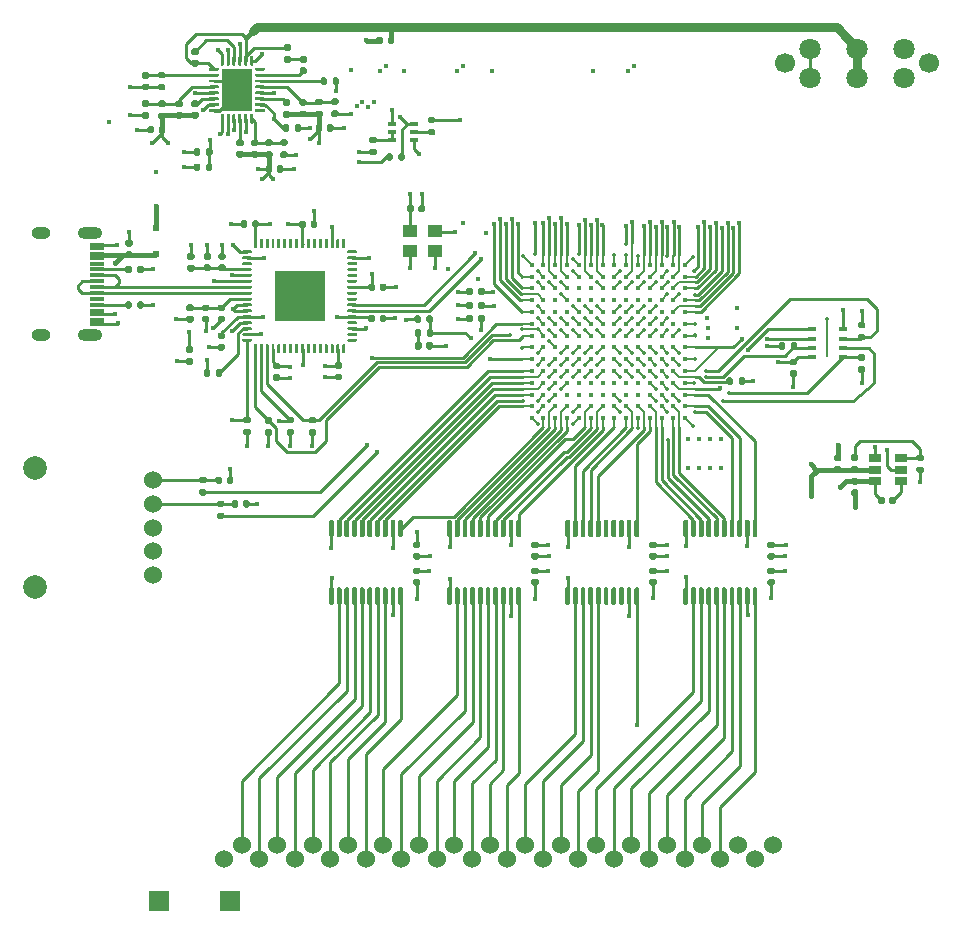
<source format=gbr>
%TF.GenerationSoftware,KiCad,Pcbnew,(5.1.10-1-10_14)*%
%TF.CreationDate,2021-07-06T16:47:45+02:00*%
%TF.ProjectId,gb-fpga,67622d66-7067-4612-9e6b-696361645f70,rev?*%
%TF.SameCoordinates,Original*%
%TF.FileFunction,Copper,L1,Top*%
%TF.FilePolarity,Positive*%
%FSLAX46Y46*%
G04 Gerber Fmt 4.6, Leading zero omitted, Abs format (unit mm)*
G04 Created by KiCad (PCBNEW (5.1.10-1-10_14)) date 2021-07-06 16:47:45*
%MOMM*%
%LPD*%
G01*
G04 APERTURE LIST*
%TA.AperFunction,ComponentPad*%
%ADD10C,2.000000*%
%TD*%
%TA.AperFunction,ComponentPad*%
%ADD11C,1.524000*%
%TD*%
%TA.AperFunction,ComponentPad*%
%ADD12C,1.800000*%
%TD*%
%TA.AperFunction,ComponentPad*%
%ADD13C,1.700000*%
%TD*%
%TA.AperFunction,SMDPad,CuDef*%
%ADD14R,0.200000X0.800000*%
%TD*%
%TA.AperFunction,SMDPad,CuDef*%
%ADD15R,0.800000X0.300000*%
%TD*%
%TA.AperFunction,SMDPad,CuDef*%
%ADD16C,0.400000*%
%TD*%
%TA.AperFunction,SMDPad,CuDef*%
%ADD17R,4.350000X4.350000*%
%TD*%
%TA.AperFunction,ComponentPad*%
%ADD18O,2.100000X1.000000*%
%TD*%
%TA.AperFunction,ComponentPad*%
%ADD19O,1.600000X1.000000*%
%TD*%
%TA.AperFunction,SMDPad,CuDef*%
%ADD20R,1.150000X0.300000*%
%TD*%
%TA.AperFunction,SMDPad,CuDef*%
%ADD21R,1.300000X1.100000*%
%TD*%
%TA.AperFunction,SMDPad,CuDef*%
%ADD22R,2.650000X3.650000*%
%TD*%
%TA.AperFunction,SMDPad,CuDef*%
%ADD23R,0.500000X0.500000*%
%TD*%
%TA.AperFunction,ComponentPad*%
%ADD24R,1.700000X1.700000*%
%TD*%
%TA.AperFunction,SMDPad,CuDef*%
%ADD25R,0.650000X0.400000*%
%TD*%
%TA.AperFunction,SMDPad,CuDef*%
%ADD26R,1.060000X0.650000*%
%TD*%
%TA.AperFunction,ViaPad*%
%ADD27C,0.450000*%
%TD*%
%TA.AperFunction,ViaPad*%
%ADD28C,0.350000*%
%TD*%
%TA.AperFunction,Conductor*%
%ADD29C,0.150000*%
%TD*%
%TA.AperFunction,Conductor*%
%ADD30C,0.250000*%
%TD*%
%TA.AperFunction,Conductor*%
%ADD31C,0.400000*%
%TD*%
%TA.AperFunction,Conductor*%
%ADD32C,0.800000*%
%TD*%
G04 APERTURE END LIST*
D10*
%TO.P,RV1,5*%
%TO.N,GND*%
X1500000Y39600000D03*
X1500000Y29600000D03*
D11*
%TO.P,RV1,1*%
%TO.N,Net-(C49-Pad1)*%
X11500000Y38600000D03*
%TO.P,RV1,2*%
%TO.N,Net-(C48-Pad1)*%
X11500000Y36600000D03*
%TO.P,RV1,3*%
%TO.N,Net-(J5-Pad43)*%
X11500000Y34600000D03*
%TO.P,RV1,4*%
%TO.N,Net-(J5-Pad42)*%
X11500000Y32600000D03*
%TO.P,RV1,5*%
%TO.N,GND*%
X11500000Y30600000D03*
%TD*%
D12*
%TO.P,SW1,3*%
%TO.N,VOUT*%
X75100000Y72650000D03*
X75100000Y75150000D03*
%TO.P,SW1,2*%
%TO.N,Net-(C11-Pad1)*%
X71100000Y72650000D03*
X71100000Y75150000D03*
%TO.P,SW1,1*%
%TO.N,Net-(SW1-Pad1)*%
X67100000Y72650000D03*
X67100000Y75150000D03*
D13*
%TO.P,SW1,4*%
%TO.N,GND*%
X77200000Y73900000D03*
X65000000Y73900000D03*
%TD*%
D14*
%TO.P,U2,9*%
%TO.N,GND*%
X68610000Y51000000D03*
X68610000Y49400000D03*
D15*
%TO.P,U2,8*%
%TO.N,+3V3*%
X67310000Y49000000D03*
%TO.P,U2,7*%
%TO.N,Net-(R2-Pad1)*%
X67310000Y49800000D03*
%TO.P,U2,6*%
%TO.N,Net-(U1-PadA10)*%
X67310000Y50600000D03*
%TO.P,U2,5*%
%TO.N,Net-(U1-PadB11)*%
X67310000Y51400000D03*
%TO.P,U2,4*%
%TO.N,GND*%
X69910000Y51400000D03*
%TO.P,U2,3*%
%TO.N,Net-(R3-Pad1)*%
X69910000Y50600000D03*
%TO.P,U2,2*%
%TO.N,Net-(U1-PadB12)*%
X69910000Y49800000D03*
%TO.P,U2,1*%
%TO.N,Net-(R1-Pad1)*%
X69910000Y49000000D03*
%TD*%
D11*
%TO.P,J2,32*%
%TO.N,GND*%
X64025000Y7700000D03*
%TO.P,J2,30*%
%TO.N,Net-(J2-Pad30)*%
X61025000Y7700000D03*
%TO.P,J2,28*%
%TO.N,Net-(J2-Pad28)*%
X58025000Y7700000D03*
%TO.P,J2,26*%
%TO.N,Net-(J2-Pad26)*%
X55025000Y7700000D03*
%TO.P,J2,24*%
%TO.N,Net-(J2-Pad24)*%
X52025000Y7700000D03*
%TO.P,J2,22*%
%TO.N,Net-(J2-Pad22)*%
X49025000Y7700000D03*
%TO.P,J2,20*%
%TO.N,Net-(J2-Pad20)*%
X46025000Y7700000D03*
%TO.P,J2,18*%
%TO.N,Net-(J2-Pad18)*%
X43025000Y7700000D03*
%TO.P,J2,16*%
%TO.N,Net-(J2-Pad16)*%
X40025000Y7700000D03*
%TO.P,J2,14*%
%TO.N,Net-(J2-Pad14)*%
X37025000Y7700000D03*
%TO.P,J2,12*%
%TO.N,Net-(J2-Pad12)*%
X34025000Y7700000D03*
%TO.P,J2,10*%
%TO.N,Net-(J2-Pad10)*%
X31025000Y7700000D03*
%TO.P,J2,8*%
%TO.N,Net-(J2-Pad8)*%
X28025000Y7700000D03*
%TO.P,J2,6*%
%TO.N,Net-(J2-Pad6)*%
X25025000Y7700000D03*
%TO.P,J2,4*%
%TO.N,Net-(J2-Pad4)*%
X22025000Y7700000D03*
%TO.P,J2,2*%
%TO.N,Net-(J2-Pad2)*%
X19025000Y7700000D03*
%TO.P,J2,31*%
%TO.N,Net-(J2-Pad31)*%
X62525000Y6500000D03*
%TO.P,J2,29*%
%TO.N,Net-(J2-Pad29)*%
X59525000Y6500000D03*
%TO.P,J2,27*%
%TO.N,Net-(J2-Pad27)*%
X56525000Y6500000D03*
%TO.P,J2,25*%
%TO.N,Net-(J2-Pad25)*%
X53525000Y6500000D03*
%TO.P,J2,23*%
%TO.N,Net-(J2-Pad23)*%
X50525000Y6500000D03*
%TO.P,J2,21*%
%TO.N,Net-(J2-Pad21)*%
X47525000Y6500000D03*
%TO.P,J2,19*%
%TO.N,Net-(J2-Pad19)*%
X44525000Y6500000D03*
%TO.P,J2,17*%
%TO.N,Net-(J2-Pad17)*%
X41525000Y6500000D03*
%TO.P,J2,15*%
%TO.N,Net-(J2-Pad15)*%
X38525000Y6500000D03*
%TO.P,J2,13*%
%TO.N,Net-(J2-Pad13)*%
X35525000Y6500000D03*
%TO.P,J2,11*%
%TO.N,Net-(J2-Pad11)*%
X32525000Y6500000D03*
%TO.P,J2,9*%
%TO.N,Net-(J2-Pad9)*%
X29525000Y6500000D03*
%TO.P,J2,7*%
%TO.N,Net-(J2-Pad7)*%
X26525000Y6500000D03*
%TO.P,J2,5*%
%TO.N,Net-(J2-Pad5)*%
X23525000Y6500000D03*
%TO.P,J2,3*%
%TO.N,Net-(J2-Pad3)*%
X20525000Y6500000D03*
%TO.P,J2,1*%
%TO.N,+5V*%
X17525000Y6500000D03*
%TD*%
D16*
%TO.P,U1,A1*%
%TO.N,GND*%
X56575000Y56850000D03*
%TO.P,U1,A2*%
%TO.N,DISP_B1*%
X56575000Y55850000D03*
%TO.P,U1,A3*%
%TO.N,DISP_RST*%
X56575000Y54850000D03*
%TO.P,U1,A4*%
%TO.N,DISP_SCLK*%
X56575000Y53850000D03*
%TO.P,U1,A5*%
%TO.N,DISP_SDO*%
X56575000Y52850000D03*
%TO.P,U1,A6*%
%TO.N,GND*%
X56575000Y51850000D03*
%TO.P,U1,A7*%
%TO.N,TCK*%
X56575000Y50850000D03*
%TO.P,U1,A8*%
%TO.N,Net-(U1-PadA10)*%
X56575000Y49850000D03*
%TO.P,U1,A9*%
%TO.N,GND*%
X56575000Y48850000D03*
%TO.P,U1,A10*%
%TO.N,Net-(U1-PadA10)*%
X56575000Y47850000D03*
%TO.P,U1,A11*%
%TO.N,GND*%
X56575000Y46850000D03*
%TO.P,U1,A12*%
%TO.N,GB_D7*%
X56575000Y45850000D03*
%TO.P,U1,A13*%
%TO.N,GB_D6*%
X56575000Y44850000D03*
%TO.P,U1,A14*%
%TO.N,GND*%
X56575000Y43850000D03*
%TO.P,U1,B1*%
%TO.N,DISP_B4*%
X55575000Y56850000D03*
%TO.P,U1,B2*%
%TO.N,DISP_B3*%
X55575000Y55850000D03*
%TO.P,U1,B3*%
%TO.N,DISP_B0*%
X55575000Y54850000D03*
%TO.P,U1,B4*%
%TO.N,GND*%
X55575000Y53850000D03*
%TO.P,U1,B5*%
%TO.N,DISP_SDI*%
X55575000Y52850000D03*
%TO.P,U1,B6*%
%TO.N,Net-(U1-PadB6)*%
X55575000Y51850000D03*
%TO.P,U1,B7*%
%TO.N,GND*%
X55575000Y50850000D03*
%TO.P,U1,B8*%
%TO.N,+1V8*%
X55575000Y49850000D03*
%TO.P,U1,B9*%
%TO.N,GND*%
X55575000Y48850000D03*
%TO.P,U1,B10*%
%TO.N,Net-(R4-Pad1)*%
X55575000Y47850000D03*
%TO.P,U1,B11*%
%TO.N,Net-(U1-PadB11)*%
X55575000Y46850000D03*
%TO.P,U1,B12*%
%TO.N,Net-(U1-PadB12)*%
X55575000Y45850000D03*
%TO.P,U1,B13*%
%TO.N,GB_D4*%
X55575000Y44850000D03*
%TO.P,U1,B14*%
%TO.N,GB_D3*%
X55575000Y43850000D03*
%TO.P,U1,C1*%
%TO.N,DISP_G1*%
X54575000Y56850000D03*
%TO.P,U1,C2*%
%TO.N,GND*%
X54575000Y55850000D03*
%TO.P,U1,C3*%
%TO.N,DISP_B2*%
X54575000Y54850000D03*
%TO.P,U1,C4*%
%TO.N,DISP_CS*%
X54575000Y53850000D03*
%TO.P,U1,C5*%
%TO.N,Net-(U1-PadC5)*%
X54575000Y52850000D03*
%TO.P,U1,C6*%
%TO.N,GND*%
X54575000Y51850000D03*
%TO.P,U1,C7*%
X54575000Y50850000D03*
%TO.P,U1,C8*%
X54575000Y49850000D03*
%TO.P,U1,C9*%
X54575000Y48850000D03*
%TO.P,U1,C10*%
%TO.N,Net-(R2-Pad1)*%
X54575000Y47850000D03*
%TO.P,U1,C11*%
%TO.N,Net-(R1-Pad1)*%
X54575000Y46850000D03*
%TO.P,U1,C12*%
%TO.N,GB_D5*%
X54575000Y45850000D03*
%TO.P,U1,C13*%
%TO.N,GND*%
X54575000Y44850000D03*
%TO.P,U1,C14*%
%TO.N,GB_D1*%
X54575000Y43850000D03*
%TO.P,U1,D1*%
%TO.N,DISP_G3*%
X53575000Y56850000D03*
%TO.P,U1,D2*%
%TO.N,DISP_G2*%
X53575000Y55850000D03*
%TO.P,U1,D3*%
%TO.N,DISP_G0*%
X53575000Y54850000D03*
%TO.P,U1,D4*%
%TO.N,Net-(U1-PadD4)*%
X53575000Y53850000D03*
%TO.P,U1,D5*%
%TO.N,GND*%
X53575000Y52850000D03*
%TO.P,U1,D6*%
%TO.N,+1V0*%
X53575000Y51850000D03*
%TO.P,U1,D7*%
%TO.N,GND*%
X53575000Y50850000D03*
%TO.P,U1,D8*%
%TO.N,+1V0*%
X53575000Y49850000D03*
%TO.P,U1,D9*%
%TO.N,GND*%
X53575000Y48850000D03*
%TO.P,U1,D10*%
%TO.N,Net-(R3-Pad1)*%
X53575000Y47850000D03*
%TO.P,U1,D11*%
%TO.N,GND*%
X53575000Y46850000D03*
%TO.P,U1,D12*%
%TO.N,GB_D2*%
X53575000Y45850000D03*
%TO.P,U1,D13*%
%TO.N,GB_D0*%
X53575000Y44850000D03*
%TO.P,U1,D14*%
%TO.N,GB_RST*%
X53575000Y43850000D03*
%TO.P,U1,E1*%
%TO.N,GND*%
X52575000Y56850000D03*
%TO.P,U1,E2*%
%TO.N,DISP_G4*%
X52575000Y55850000D03*
%TO.P,U1,E3*%
%TO.N,GND*%
X52575000Y54850000D03*
%TO.P,U1,E4*%
%TO.N,Net-(U1-PadE4)*%
X52575000Y53850000D03*
%TO.P,U1,E5*%
%TO.N,+1V0*%
X52575000Y52850000D03*
%TO.P,U1,E6*%
%TO.N,GND*%
X52575000Y51850000D03*
%TO.P,U1,E7*%
%TO.N,+1V0*%
X52575000Y50850000D03*
%TO.P,U1,E8*%
%TO.N,GND*%
X52575000Y49850000D03*
%TO.P,U1,E9*%
%TO.N,+1V0*%
X52575000Y48850000D03*
%TO.P,U1,E10*%
%TO.N,GND*%
X52575000Y47850000D03*
%TO.P,U1,E11*%
%TO.N,Net-(U1-PadE11)*%
X52575000Y46850000D03*
%TO.P,U1,E12*%
%TO.N,Net-(U1-PadE12)*%
X52575000Y45850000D03*
%TO.P,U1,E13*%
%TO.N,GB_A15*%
X52575000Y44850000D03*
%TO.P,U1,E14*%
%TO.N,GND*%
X52575000Y43850000D03*
%TO.P,U1,F1*%
%TO.N,RX*%
X51575000Y56850000D03*
%TO.P,U1,F2*%
%TO.N,DISP_G5*%
X51575000Y55850000D03*
%TO.P,U1,F3*%
%TO.N,DISP_R0*%
X51575000Y54850000D03*
%TO.P,U1,F4*%
%TO.N,Net-(U1-PadF4)*%
X51575000Y53850000D03*
%TO.P,U1,F5*%
%TO.N,GND*%
X51575000Y52850000D03*
%TO.P,U1,F6*%
%TO.N,+1V0*%
X51575000Y51850000D03*
%TO.P,U1,F7*%
%TO.N,GND*%
X51575000Y50850000D03*
%TO.P,U1,F8*%
%TO.N,+1V8*%
X51575000Y49850000D03*
%TO.P,U1,F9*%
%TO.N,GND*%
X51575000Y48850000D03*
%TO.P,U1,F10*%
%TO.N,+1V8*%
X51575000Y47850000D03*
%TO.P,U1,F11*%
%TO.N,Net-(U1-PadF11)*%
X51575000Y46850000D03*
%TO.P,U1,F12*%
%TO.N,Net-(U1-PadF12)*%
X51575000Y45850000D03*
%TO.P,U1,F13*%
%TO.N,GB_A14*%
X51575000Y44850000D03*
%TO.P,U1,F14*%
%TO.N,GB_A13*%
X51575000Y43850000D03*
%TO.P,U1,G1*%
%TO.N,TX*%
X50575000Y56850000D03*
%TO.P,U1,G2*%
%TO.N,+3V3*%
X50575000Y55850000D03*
%TO.P,U1,G3*%
%TO.N,GND*%
X50575000Y54850000D03*
%TO.P,U1,G4*%
%TO.N,Net-(U1-PadG4)*%
X50575000Y53850000D03*
%TO.P,U1,G5*%
%TO.N,+1V0*%
X50575000Y52850000D03*
%TO.P,U1,G6*%
%TO.N,GND*%
X50575000Y51850000D03*
%TO.P,U1,G7*%
X50575000Y50850000D03*
%TO.P,U1,G8*%
X50575000Y49850000D03*
%TO.P,U1,G9*%
%TO.N,+1V0*%
X50575000Y48850000D03*
%TO.P,U1,G10*%
%TO.N,GND*%
X50575000Y47850000D03*
%TO.P,U1,G11*%
%TO.N,Net-(U1-PadG11)*%
X50575000Y46850000D03*
%TO.P,U1,G12*%
%TO.N,GND*%
X50575000Y45850000D03*
%TO.P,U1,G13*%
%TO.N,+3V3*%
X50575000Y44850000D03*
%TO.P,U1,G14*%
%TO.N,GB_A12*%
X50575000Y43850000D03*
%TO.P,U1,H1*%
%TO.N,DISP_R1*%
X49575000Y56850000D03*
%TO.P,U1,H2*%
%TO.N,DISP_R2*%
X49575000Y55850000D03*
%TO.P,U1,H3*%
%TO.N,12MHZ*%
X49575000Y54850000D03*
%TO.P,U1,H4*%
%TO.N,Net-(U1-PadH4)*%
X49575000Y53850000D03*
%TO.P,U1,H5*%
%TO.N,GND*%
X49575000Y52850000D03*
%TO.P,U1,H6*%
%TO.N,+1V0*%
X49575000Y51850000D03*
%TO.P,U1,H7*%
%TO.N,GND*%
X49575000Y50850000D03*
%TO.P,U1,H8*%
X49575000Y49850000D03*
%TO.P,U1,H9*%
X49575000Y48850000D03*
%TO.P,U1,H10*%
%TO.N,+1V8*%
X49575000Y47850000D03*
%TO.P,U1,H11*%
%TO.N,Net-(U1-PadH11)*%
X49575000Y46850000D03*
%TO.P,U1,H12*%
%TO.N,Net-(U1-PadH12)*%
X49575000Y45850000D03*
%TO.P,U1,H13*%
%TO.N,GB_A10*%
X49575000Y44850000D03*
%TO.P,U1,H14*%
%TO.N,GB_A11*%
X49575000Y43850000D03*
%TO.P,U1,J1*%
%TO.N,DISP_R3*%
X48575000Y56850000D03*
%TO.P,U1,J2*%
%TO.N,DISP_R4*%
X48575000Y55850000D03*
%TO.P,U1,J3*%
%TO.N,Net-(U1-PadJ3)*%
X48575000Y54850000D03*
%TO.P,U1,J4*%
%TO.N,Net-(U1-PadJ4)*%
X48575000Y53850000D03*
%TO.P,U1,J5*%
%TO.N,+1V0*%
X48575000Y52850000D03*
%TO.P,U1,J6*%
%TO.N,GND*%
X48575000Y51850000D03*
%TO.P,U1,J7*%
X48575000Y50850000D03*
%TO.P,U1,J8*%
X48575000Y49850000D03*
%TO.P,U1,J9*%
%TO.N,+1V0*%
X48575000Y48850000D03*
%TO.P,U1,J10*%
%TO.N,GND*%
X48575000Y47850000D03*
%TO.P,U1,J11*%
%TO.N,Net-(U1-PadJ11)*%
X48575000Y46850000D03*
%TO.P,U1,J12*%
%TO.N,Net-(U1-PadJ12)*%
X48575000Y45850000D03*
%TO.P,U1,J13*%
%TO.N,GB_A8*%
X48575000Y44850000D03*
%TO.P,U1,J14*%
%TO.N,GB_A9*%
X48575000Y43850000D03*
%TO.P,U1,K1*%
%TO.N,GND*%
X47575000Y56850000D03*
%TO.P,U1,K2*%
%TO.N,+3V3*%
X47575000Y55850000D03*
%TO.P,U1,K3*%
%TO.N,Net-(U1-PadK3)*%
X47575000Y54850000D03*
%TO.P,U1,K4*%
%TO.N,Net-(U1-PadK4)*%
X47575000Y53850000D03*
%TO.P,U1,K5*%
%TO.N,GND*%
X47575000Y52850000D03*
%TO.P,U1,K6*%
%TO.N,+1V0*%
X47575000Y51850000D03*
%TO.P,U1,K7*%
%TO.N,GND*%
X47575000Y50850000D03*
%TO.P,U1,K8*%
%TO.N,+1V0*%
X47575000Y49850000D03*
%TO.P,U1,K9*%
%TO.N,GND*%
X47575000Y48850000D03*
%TO.P,U1,K10*%
%TO.N,+1V8*%
X47575000Y47850000D03*
%TO.P,U1,K11*%
%TO.N,Net-(U1-PadK11)*%
X47575000Y46850000D03*
%TO.P,U1,K12*%
%TO.N,Net-(U1-PadK12)*%
X47575000Y45850000D03*
%TO.P,U1,K13*%
%TO.N,+3V3*%
X47575000Y44850000D03*
%TO.P,U1,K14*%
%TO.N,GND*%
X47575000Y43850000D03*
%TO.P,U1,L1*%
%TO.N,DISP_PCLK*%
X46575000Y56850000D03*
%TO.P,U1,L2*%
%TO.N,DISP_HS*%
X46575000Y55850000D03*
%TO.P,U1,L3*%
%TO.N,DISP_DE*%
X46575000Y54850000D03*
%TO.P,U1,L4*%
%TO.N,GND*%
X46575000Y53850000D03*
%TO.P,U1,L5*%
%TO.N,Net-(U1-PadL5)*%
X46575000Y52850000D03*
%TO.P,U1,L6*%
%TO.N,GND*%
X46575000Y51850000D03*
%TO.P,U1,L7*%
%TO.N,Net-(R5-Pad1)*%
X46575000Y50850000D03*
%TO.P,U1,L8*%
%TO.N,GND*%
X46575000Y49850000D03*
%TO.P,U1,L9*%
%TO.N,+1V8*%
X46575000Y48850000D03*
%TO.P,U1,L10*%
%TO.N,GND*%
X46575000Y47850000D03*
%TO.P,U1,L11*%
X46575000Y46850000D03*
%TO.P,U1,L12*%
%TO.N,Net-(U1-PadL12)*%
X46575000Y45850000D03*
%TO.P,U1,L13*%
%TO.N,GB_A6*%
X46575000Y44850000D03*
%TO.P,U1,L14*%
%TO.N,GB_A7*%
X46575000Y43850000D03*
%TO.P,U1,M1*%
%TO.N,DISP_VS*%
X45575000Y56850000D03*
%TO.P,U1,M2*%
%TO.N,JOY_B*%
X45575000Y55850000D03*
%TO.P,U1,M3*%
%TO.N,JOY_START*%
X45575000Y54850000D03*
%TO.P,U1,M4*%
%TO.N,Net-(U1-PadM4)*%
X45575000Y53850000D03*
%TO.P,U1,M5*%
%TO.N,Net-(U1-PadM5)*%
X45575000Y52850000D03*
%TO.P,U1,M6*%
%TO.N,TMS*%
X45575000Y51850000D03*
%TO.P,U1,M7*%
%TO.N,+3V3*%
X45575000Y50850000D03*
%TO.P,U1,M8*%
%TO.N,GND*%
X45575000Y49850000D03*
%TO.P,U1,M9*%
X45575000Y48850000D03*
%TO.P,U1,M10*%
%TO.N,AUD_L*%
X45575000Y47850000D03*
%TO.P,U1,M11*%
%TO.N,AUD_R*%
X45575000Y46850000D03*
%TO.P,U1,M12*%
%TO.N,GB_A1*%
X45575000Y45850000D03*
%TO.P,U1,M13*%
%TO.N,GB_A4*%
X45575000Y44850000D03*
%TO.P,U1,M14*%
%TO.N,GB_A5*%
X45575000Y43850000D03*
%TO.P,U1,N1*%
%TO.N,JOY_A*%
X44575000Y56850000D03*
%TO.P,U1,N2*%
%TO.N,+3V3*%
X44575000Y55850000D03*
%TO.P,U1,N3*%
%TO.N,GND*%
X44575000Y54850000D03*
%TO.P,U1,N4*%
%TO.N,JOY_UP*%
X44575000Y53850000D03*
%TO.P,U1,N5*%
%TO.N,GND*%
X44575000Y52850000D03*
%TO.P,U1,N6*%
%TO.N,+3V3*%
X44575000Y51850000D03*
%TO.P,U1,N7*%
%TO.N,Net-(R7-Pad1)*%
X44575000Y50850000D03*
%TO.P,U1,N8*%
%TO.N,+3V3*%
X44575000Y49850000D03*
%TO.P,U1,N9*%
%TO.N,GND*%
X44575000Y48850000D03*
%TO.P,U1,N10*%
%TO.N,GB_WR*%
X44575000Y47850000D03*
%TO.P,U1,N11*%
%TO.N,GB_CS*%
X44575000Y46850000D03*
%TO.P,U1,N12*%
%TO.N,GND*%
X44575000Y45850000D03*
%TO.P,U1,N13*%
%TO.N,+3V3*%
X44575000Y44850000D03*
%TO.P,U1,N14*%
%TO.N,GB_A3*%
X44575000Y43850000D03*
%TO.P,U1,P1*%
%TO.N,GND*%
X43575000Y56850000D03*
%TO.P,U1,P2*%
%TO.N,JOY_SELECT*%
X43575000Y55850000D03*
%TO.P,U1,P3*%
%TO.N,JOY_RIGHT*%
X43575000Y54850000D03*
%TO.P,U1,P4*%
%TO.N,JOY_DOWN*%
X43575000Y53850000D03*
%TO.P,U1,P5*%
%TO.N,JOY_LEFT*%
X43575000Y52850000D03*
%TO.P,U1,P6*%
%TO.N,TDO*%
X43575000Y51850000D03*
%TO.P,U1,P7*%
%TO.N,TDI*%
X43575000Y50850000D03*
%TO.P,U1,P8*%
%TO.N,Net-(R6-Pad1)*%
X43575000Y49850000D03*
%TO.P,U1,P9*%
%TO.N,Net-(R8-Pad1)*%
X43575000Y48850000D03*
%TO.P,U1,P10*%
%TO.N,GB_CLK*%
X43575000Y47850000D03*
%TO.P,U1,P11*%
%TO.N,GB_RD*%
X43575000Y46850000D03*
%TO.P,U1,P12*%
%TO.N,GB_A0*%
X43575000Y45850000D03*
%TO.P,U1,P13*%
%TO.N,GB_A2*%
X43575000Y44850000D03*
%TO.P,U1,P14*%
%TO.N,GND*%
X43575000Y43850000D03*
%TD*%
%TO.P,U3,1*%
%TO.N,GND*%
%TA.AperFunction,SMDPad,CuDef*%
G36*
G01*
X19075000Y57882500D02*
X19075000Y58007500D01*
G75*
G02*
X19137500Y58070000I62500J0D01*
G01*
X19812500Y58070000D01*
G75*
G02*
X19875000Y58007500I0J-62500D01*
G01*
X19875000Y57882500D01*
G75*
G02*
X19812500Y57820000I-62500J0D01*
G01*
X19137500Y57820000D01*
G75*
G02*
X19075000Y57882500I0J62500D01*
G01*
G37*
%TD.AperFunction*%
%TO.P,U3,2*%
%TO.N,12MHZ*%
%TA.AperFunction,SMDPad,CuDef*%
G36*
G01*
X19075000Y57382500D02*
X19075000Y57507500D01*
G75*
G02*
X19137500Y57570000I62500J0D01*
G01*
X19812500Y57570000D01*
G75*
G02*
X19875000Y57507500I0J-62500D01*
G01*
X19875000Y57382500D01*
G75*
G02*
X19812500Y57320000I-62500J0D01*
G01*
X19137500Y57320000D01*
G75*
G02*
X19075000Y57382500I0J62500D01*
G01*
G37*
%TD.AperFunction*%
%TO.P,U3,3*%
%TO.N,Net-(U3-Pad3)*%
%TA.AperFunction,SMDPad,CuDef*%
G36*
G01*
X19075000Y56882500D02*
X19075000Y57007500D01*
G75*
G02*
X19137500Y57070000I62500J0D01*
G01*
X19812500Y57070000D01*
G75*
G02*
X19875000Y57007500I0J-62500D01*
G01*
X19875000Y56882500D01*
G75*
G02*
X19812500Y56820000I-62500J0D01*
G01*
X19137500Y56820000D01*
G75*
G02*
X19075000Y56882500I0J62500D01*
G01*
G37*
%TD.AperFunction*%
%TO.P,U3,4*%
%TO.N,Net-(C60-Pad1)*%
%TA.AperFunction,SMDPad,CuDef*%
G36*
G01*
X19075000Y56382500D02*
X19075000Y56507500D01*
G75*
G02*
X19137500Y56570000I62500J0D01*
G01*
X19812500Y56570000D01*
G75*
G02*
X19875000Y56507500I0J-62500D01*
G01*
X19875000Y56382500D01*
G75*
G02*
X19812500Y56320000I-62500J0D01*
G01*
X19137500Y56320000D01*
G75*
G02*
X19075000Y56382500I0J62500D01*
G01*
G37*
%TD.AperFunction*%
%TO.P,U3,5*%
%TO.N,GND*%
%TA.AperFunction,SMDPad,CuDef*%
G36*
G01*
X19075000Y55882500D02*
X19075000Y56007500D01*
G75*
G02*
X19137500Y56070000I62500J0D01*
G01*
X19812500Y56070000D01*
G75*
G02*
X19875000Y56007500I0J-62500D01*
G01*
X19875000Y55882500D01*
G75*
G02*
X19812500Y55820000I-62500J0D01*
G01*
X19137500Y55820000D01*
G75*
G02*
X19075000Y55882500I0J62500D01*
G01*
G37*
%TD.AperFunction*%
%TO.P,U3,6*%
%TO.N,Net-(R14-Pad1)*%
%TA.AperFunction,SMDPad,CuDef*%
G36*
G01*
X19075000Y55382500D02*
X19075000Y55507500D01*
G75*
G02*
X19137500Y55570000I62500J0D01*
G01*
X19812500Y55570000D01*
G75*
G02*
X19875000Y55507500I0J-62500D01*
G01*
X19875000Y55382500D01*
G75*
G02*
X19812500Y55320000I-62500J0D01*
G01*
X19137500Y55320000D01*
G75*
G02*
X19075000Y55382500I0J62500D01*
G01*
G37*
%TD.AperFunction*%
%TO.P,U3,7*%
%TO.N,Net-(J1-PadA7)*%
%TA.AperFunction,SMDPad,CuDef*%
G36*
G01*
X19075000Y54882500D02*
X19075000Y55007500D01*
G75*
G02*
X19137500Y55070000I62500J0D01*
G01*
X19812500Y55070000D01*
G75*
G02*
X19875000Y55007500I0J-62500D01*
G01*
X19875000Y54882500D01*
G75*
G02*
X19812500Y54820000I-62500J0D01*
G01*
X19137500Y54820000D01*
G75*
G02*
X19075000Y54882500I0J62500D01*
G01*
G37*
%TD.AperFunction*%
%TO.P,U3,8*%
%TO.N,Net-(J1-PadA6)*%
%TA.AperFunction,SMDPad,CuDef*%
G36*
G01*
X19075000Y54382500D02*
X19075000Y54507500D01*
G75*
G02*
X19137500Y54570000I62500J0D01*
G01*
X19812500Y54570000D01*
G75*
G02*
X19875000Y54507500I0J-62500D01*
G01*
X19875000Y54382500D01*
G75*
G02*
X19812500Y54320000I-62500J0D01*
G01*
X19137500Y54320000D01*
G75*
G02*
X19075000Y54382500I0J62500D01*
G01*
G37*
%TD.AperFunction*%
%TO.P,U3,9*%
%TO.N,Net-(C58-Pad1)*%
%TA.AperFunction,SMDPad,CuDef*%
G36*
G01*
X19075000Y53882500D02*
X19075000Y54007500D01*
G75*
G02*
X19137500Y54070000I62500J0D01*
G01*
X19812500Y54070000D01*
G75*
G02*
X19875000Y54007500I0J-62500D01*
G01*
X19875000Y53882500D01*
G75*
G02*
X19812500Y53820000I-62500J0D01*
G01*
X19137500Y53820000D01*
G75*
G02*
X19075000Y53882500I0J62500D01*
G01*
G37*
%TD.AperFunction*%
%TO.P,U3,10*%
%TO.N,GND*%
%TA.AperFunction,SMDPad,CuDef*%
G36*
G01*
X19075000Y53382500D02*
X19075000Y53507500D01*
G75*
G02*
X19137500Y53570000I62500J0D01*
G01*
X19812500Y53570000D01*
G75*
G02*
X19875000Y53507500I0J-62500D01*
G01*
X19875000Y53382500D01*
G75*
G02*
X19812500Y53320000I-62500J0D01*
G01*
X19137500Y53320000D01*
G75*
G02*
X19075000Y53382500I0J62500D01*
G01*
G37*
%TD.AperFunction*%
%TO.P,U3,11*%
%TA.AperFunction,SMDPad,CuDef*%
G36*
G01*
X19075000Y52882500D02*
X19075000Y53007500D01*
G75*
G02*
X19137500Y53070000I62500J0D01*
G01*
X19812500Y53070000D01*
G75*
G02*
X19875000Y53007500I0J-62500D01*
G01*
X19875000Y52882500D01*
G75*
G02*
X19812500Y52820000I-62500J0D01*
G01*
X19137500Y52820000D01*
G75*
G02*
X19075000Y52882500I0J62500D01*
G01*
G37*
%TD.AperFunction*%
%TO.P,U3,12*%
%TO.N,+1V8*%
%TA.AperFunction,SMDPad,CuDef*%
G36*
G01*
X19075000Y52382500D02*
X19075000Y52507500D01*
G75*
G02*
X19137500Y52570000I62500J0D01*
G01*
X19812500Y52570000D01*
G75*
G02*
X19875000Y52507500I0J-62500D01*
G01*
X19875000Y52382500D01*
G75*
G02*
X19812500Y52320000I-62500J0D01*
G01*
X19137500Y52320000D01*
G75*
G02*
X19075000Y52382500I0J62500D01*
G01*
G37*
%TD.AperFunction*%
%TO.P,U3,13*%
%TO.N,GND*%
%TA.AperFunction,SMDPad,CuDef*%
G36*
G01*
X19075000Y51882500D02*
X19075000Y52007500D01*
G75*
G02*
X19137500Y52070000I62500J0D01*
G01*
X19812500Y52070000D01*
G75*
G02*
X19875000Y52007500I0J-62500D01*
G01*
X19875000Y51882500D01*
G75*
G02*
X19812500Y51820000I-62500J0D01*
G01*
X19137500Y51820000D01*
G75*
G02*
X19075000Y51882500I0J62500D01*
G01*
G37*
%TD.AperFunction*%
%TO.P,U3,14*%
%TO.N,Net-(R15-Pad1)*%
%TA.AperFunction,SMDPad,CuDef*%
G36*
G01*
X19075000Y51382500D02*
X19075000Y51507500D01*
G75*
G02*
X19137500Y51570000I62500J0D01*
G01*
X19812500Y51570000D01*
G75*
G02*
X19875000Y51507500I0J-62500D01*
G01*
X19875000Y51382500D01*
G75*
G02*
X19812500Y51320000I-62500J0D01*
G01*
X19137500Y51320000D01*
G75*
G02*
X19075000Y51382500I0J62500D01*
G01*
G37*
%TD.AperFunction*%
%TO.P,U3,15*%
%TO.N,GND*%
%TA.AperFunction,SMDPad,CuDef*%
G36*
G01*
X19075000Y50882500D02*
X19075000Y51007500D01*
G75*
G02*
X19137500Y51070000I62500J0D01*
G01*
X19812500Y51070000D01*
G75*
G02*
X19875000Y51007500I0J-62500D01*
G01*
X19875000Y50882500D01*
G75*
G02*
X19812500Y50820000I-62500J0D01*
G01*
X19137500Y50820000D01*
G75*
G02*
X19075000Y50882500I0J62500D01*
G01*
G37*
%TD.AperFunction*%
%TO.P,U3,16*%
%TO.N,TCK*%
%TA.AperFunction,SMDPad,CuDef*%
G36*
G01*
X19075000Y50382500D02*
X19075000Y50507500D01*
G75*
G02*
X19137500Y50570000I62500J0D01*
G01*
X19812500Y50570000D01*
G75*
G02*
X19875000Y50507500I0J-62500D01*
G01*
X19875000Y50382500D01*
G75*
G02*
X19812500Y50320000I-62500J0D01*
G01*
X19137500Y50320000D01*
G75*
G02*
X19075000Y50382500I0J62500D01*
G01*
G37*
%TD.AperFunction*%
%TO.P,U3,17*%
%TO.N,TDI*%
%TA.AperFunction,SMDPad,CuDef*%
G36*
G01*
X20050000Y49407500D02*
X20050000Y50082500D01*
G75*
G02*
X20112500Y50145000I62500J0D01*
G01*
X20237500Y50145000D01*
G75*
G02*
X20300000Y50082500I0J-62500D01*
G01*
X20300000Y49407500D01*
G75*
G02*
X20237500Y49345000I-62500J0D01*
G01*
X20112500Y49345000D01*
G75*
G02*
X20050000Y49407500I0J62500D01*
G01*
G37*
%TD.AperFunction*%
%TO.P,U3,18*%
%TO.N,TDO*%
%TA.AperFunction,SMDPad,CuDef*%
G36*
G01*
X20550000Y49407500D02*
X20550000Y50082500D01*
G75*
G02*
X20612500Y50145000I62500J0D01*
G01*
X20737500Y50145000D01*
G75*
G02*
X20800000Y50082500I0J-62500D01*
G01*
X20800000Y49407500D01*
G75*
G02*
X20737500Y49345000I-62500J0D01*
G01*
X20612500Y49345000D01*
G75*
G02*
X20550000Y49407500I0J62500D01*
G01*
G37*
%TD.AperFunction*%
%TO.P,U3,19*%
%TO.N,TMS*%
%TA.AperFunction,SMDPad,CuDef*%
G36*
G01*
X21050000Y49407500D02*
X21050000Y50082500D01*
G75*
G02*
X21112500Y50145000I62500J0D01*
G01*
X21237500Y50145000D01*
G75*
G02*
X21300000Y50082500I0J-62500D01*
G01*
X21300000Y49407500D01*
G75*
G02*
X21237500Y49345000I-62500J0D01*
G01*
X21112500Y49345000D01*
G75*
G02*
X21050000Y49407500I0J62500D01*
G01*
G37*
%TD.AperFunction*%
%TO.P,U3,20*%
%TO.N,+3V3*%
%TA.AperFunction,SMDPad,CuDef*%
G36*
G01*
X21550000Y49407500D02*
X21550000Y50082500D01*
G75*
G02*
X21612500Y50145000I62500J0D01*
G01*
X21737500Y50145000D01*
G75*
G02*
X21800000Y50082500I0J-62500D01*
G01*
X21800000Y49407500D01*
G75*
G02*
X21737500Y49345000I-62500J0D01*
G01*
X21612500Y49345000D01*
G75*
G02*
X21550000Y49407500I0J62500D01*
G01*
G37*
%TD.AperFunction*%
%TO.P,U3,21*%
%TO.N,Net-(U3-Pad21)*%
%TA.AperFunction,SMDPad,CuDef*%
G36*
G01*
X22050000Y49407500D02*
X22050000Y50082500D01*
G75*
G02*
X22112500Y50145000I62500J0D01*
G01*
X22237500Y50145000D01*
G75*
G02*
X22300000Y50082500I0J-62500D01*
G01*
X22300000Y49407500D01*
G75*
G02*
X22237500Y49345000I-62500J0D01*
G01*
X22112500Y49345000D01*
G75*
G02*
X22050000Y49407500I0J62500D01*
G01*
G37*
%TD.AperFunction*%
%TO.P,U3,22*%
%TO.N,Net-(U3-Pad22)*%
%TA.AperFunction,SMDPad,CuDef*%
G36*
G01*
X22550000Y49407500D02*
X22550000Y50082500D01*
G75*
G02*
X22612500Y50145000I62500J0D01*
G01*
X22737500Y50145000D01*
G75*
G02*
X22800000Y50082500I0J-62500D01*
G01*
X22800000Y49407500D01*
G75*
G02*
X22737500Y49345000I-62500J0D01*
G01*
X22612500Y49345000D01*
G75*
G02*
X22550000Y49407500I0J62500D01*
G01*
G37*
%TD.AperFunction*%
%TO.P,U3,23*%
%TO.N,Net-(U3-Pad23)*%
%TA.AperFunction,SMDPad,CuDef*%
G36*
G01*
X23050000Y49407500D02*
X23050000Y50082500D01*
G75*
G02*
X23112500Y50145000I62500J0D01*
G01*
X23237500Y50145000D01*
G75*
G02*
X23300000Y50082500I0J-62500D01*
G01*
X23300000Y49407500D01*
G75*
G02*
X23237500Y49345000I-62500J0D01*
G01*
X23112500Y49345000D01*
G75*
G02*
X23050000Y49407500I0J62500D01*
G01*
G37*
%TD.AperFunction*%
%TO.P,U3,24*%
%TO.N,Net-(U3-Pad24)*%
%TA.AperFunction,SMDPad,CuDef*%
G36*
G01*
X23550000Y49407500D02*
X23550000Y50082500D01*
G75*
G02*
X23612500Y50145000I62500J0D01*
G01*
X23737500Y50145000D01*
G75*
G02*
X23800000Y50082500I0J-62500D01*
G01*
X23800000Y49407500D01*
G75*
G02*
X23737500Y49345000I-62500J0D01*
G01*
X23612500Y49345000D01*
G75*
G02*
X23550000Y49407500I0J62500D01*
G01*
G37*
%TD.AperFunction*%
%TO.P,U3,25*%
%TO.N,GND*%
%TA.AperFunction,SMDPad,CuDef*%
G36*
G01*
X24050000Y49407500D02*
X24050000Y50082500D01*
G75*
G02*
X24112500Y50145000I62500J0D01*
G01*
X24237500Y50145000D01*
G75*
G02*
X24300000Y50082500I0J-62500D01*
G01*
X24300000Y49407500D01*
G75*
G02*
X24237500Y49345000I-62500J0D01*
G01*
X24112500Y49345000D01*
G75*
G02*
X24050000Y49407500I0J62500D01*
G01*
G37*
%TD.AperFunction*%
%TO.P,U3,26*%
%TO.N,Net-(U3-Pad26)*%
%TA.AperFunction,SMDPad,CuDef*%
G36*
G01*
X24550000Y49407500D02*
X24550000Y50082500D01*
G75*
G02*
X24612500Y50145000I62500J0D01*
G01*
X24737500Y50145000D01*
G75*
G02*
X24800000Y50082500I0J-62500D01*
G01*
X24800000Y49407500D01*
G75*
G02*
X24737500Y49345000I-62500J0D01*
G01*
X24612500Y49345000D01*
G75*
G02*
X24550000Y49407500I0J62500D01*
G01*
G37*
%TD.AperFunction*%
%TO.P,U3,27*%
%TO.N,Net-(U3-Pad27)*%
%TA.AperFunction,SMDPad,CuDef*%
G36*
G01*
X25050000Y49407500D02*
X25050000Y50082500D01*
G75*
G02*
X25112500Y50145000I62500J0D01*
G01*
X25237500Y50145000D01*
G75*
G02*
X25300000Y50082500I0J-62500D01*
G01*
X25300000Y49407500D01*
G75*
G02*
X25237500Y49345000I-62500J0D01*
G01*
X25112500Y49345000D01*
G75*
G02*
X25050000Y49407500I0J62500D01*
G01*
G37*
%TD.AperFunction*%
%TO.P,U3,28*%
%TO.N,Net-(U3-Pad28)*%
%TA.AperFunction,SMDPad,CuDef*%
G36*
G01*
X25550000Y49407500D02*
X25550000Y50082500D01*
G75*
G02*
X25612500Y50145000I62500J0D01*
G01*
X25737500Y50145000D01*
G75*
G02*
X25800000Y50082500I0J-62500D01*
G01*
X25800000Y49407500D01*
G75*
G02*
X25737500Y49345000I-62500J0D01*
G01*
X25612500Y49345000D01*
G75*
G02*
X25550000Y49407500I0J62500D01*
G01*
G37*
%TD.AperFunction*%
%TO.P,U3,29*%
%TO.N,Net-(U3-Pad29)*%
%TA.AperFunction,SMDPad,CuDef*%
G36*
G01*
X26050000Y49407500D02*
X26050000Y50082500D01*
G75*
G02*
X26112500Y50145000I62500J0D01*
G01*
X26237500Y50145000D01*
G75*
G02*
X26300000Y50082500I0J-62500D01*
G01*
X26300000Y49407500D01*
G75*
G02*
X26237500Y49345000I-62500J0D01*
G01*
X26112500Y49345000D01*
G75*
G02*
X26050000Y49407500I0J62500D01*
G01*
G37*
%TD.AperFunction*%
%TO.P,U3,30*%
%TO.N,Net-(U3-Pad30)*%
%TA.AperFunction,SMDPad,CuDef*%
G36*
G01*
X26550000Y49407500D02*
X26550000Y50082500D01*
G75*
G02*
X26612500Y50145000I62500J0D01*
G01*
X26737500Y50145000D01*
G75*
G02*
X26800000Y50082500I0J-62500D01*
G01*
X26800000Y49407500D01*
G75*
G02*
X26737500Y49345000I-62500J0D01*
G01*
X26612500Y49345000D01*
G75*
G02*
X26550000Y49407500I0J62500D01*
G01*
G37*
%TD.AperFunction*%
%TO.P,U3,31*%
%TO.N,+3V3*%
%TA.AperFunction,SMDPad,CuDef*%
G36*
G01*
X27050000Y49407500D02*
X27050000Y50082500D01*
G75*
G02*
X27112500Y50145000I62500J0D01*
G01*
X27237500Y50145000D01*
G75*
G02*
X27300000Y50082500I0J-62500D01*
G01*
X27300000Y49407500D01*
G75*
G02*
X27237500Y49345000I-62500J0D01*
G01*
X27112500Y49345000D01*
G75*
G02*
X27050000Y49407500I0J62500D01*
G01*
G37*
%TD.AperFunction*%
%TO.P,U3,32*%
%TO.N,Net-(U3-Pad32)*%
%TA.AperFunction,SMDPad,CuDef*%
G36*
G01*
X27550000Y49407500D02*
X27550000Y50082500D01*
G75*
G02*
X27612500Y50145000I62500J0D01*
G01*
X27737500Y50145000D01*
G75*
G02*
X27800000Y50082500I0J-62500D01*
G01*
X27800000Y49407500D01*
G75*
G02*
X27737500Y49345000I-62500J0D01*
G01*
X27612500Y49345000D01*
G75*
G02*
X27550000Y49407500I0J62500D01*
G01*
G37*
%TD.AperFunction*%
%TO.P,U3,33*%
%TO.N,Net-(U3-Pad33)*%
%TA.AperFunction,SMDPad,CuDef*%
G36*
G01*
X27975000Y50382500D02*
X27975000Y50507500D01*
G75*
G02*
X28037500Y50570000I62500J0D01*
G01*
X28712500Y50570000D01*
G75*
G02*
X28775000Y50507500I0J-62500D01*
G01*
X28775000Y50382500D01*
G75*
G02*
X28712500Y50320000I-62500J0D01*
G01*
X28037500Y50320000D01*
G75*
G02*
X27975000Y50382500I0J62500D01*
G01*
G37*
%TD.AperFunction*%
%TO.P,U3,34*%
%TO.N,Net-(U3-Pad34)*%
%TA.AperFunction,SMDPad,CuDef*%
G36*
G01*
X27975000Y50882500D02*
X27975000Y51007500D01*
G75*
G02*
X28037500Y51070000I62500J0D01*
G01*
X28712500Y51070000D01*
G75*
G02*
X28775000Y51007500I0J-62500D01*
G01*
X28775000Y50882500D01*
G75*
G02*
X28712500Y50820000I-62500J0D01*
G01*
X28037500Y50820000D01*
G75*
G02*
X27975000Y50882500I0J62500D01*
G01*
G37*
%TD.AperFunction*%
%TO.P,U3,35*%
%TO.N,GND*%
%TA.AperFunction,SMDPad,CuDef*%
G36*
G01*
X27975000Y51382500D02*
X27975000Y51507500D01*
G75*
G02*
X28037500Y51570000I62500J0D01*
G01*
X28712500Y51570000D01*
G75*
G02*
X28775000Y51507500I0J-62500D01*
G01*
X28775000Y51382500D01*
G75*
G02*
X28712500Y51320000I-62500J0D01*
G01*
X28037500Y51320000D01*
G75*
G02*
X27975000Y51382500I0J62500D01*
G01*
G37*
%TD.AperFunction*%
%TO.P,U3,36*%
%TO.N,Net-(U3-Pad36)*%
%TA.AperFunction,SMDPad,CuDef*%
G36*
G01*
X27975000Y51882500D02*
X27975000Y52007500D01*
G75*
G02*
X28037500Y52070000I62500J0D01*
G01*
X28712500Y52070000D01*
G75*
G02*
X28775000Y52007500I0J-62500D01*
G01*
X28775000Y51882500D01*
G75*
G02*
X28712500Y51820000I-62500J0D01*
G01*
X28037500Y51820000D01*
G75*
G02*
X27975000Y51882500I0J62500D01*
G01*
G37*
%TD.AperFunction*%
%TO.P,U3,37*%
%TO.N,+1V8*%
%TA.AperFunction,SMDPad,CuDef*%
G36*
G01*
X27975000Y52382500D02*
X27975000Y52507500D01*
G75*
G02*
X28037500Y52570000I62500J0D01*
G01*
X28712500Y52570000D01*
G75*
G02*
X28775000Y52507500I0J-62500D01*
G01*
X28775000Y52382500D01*
G75*
G02*
X28712500Y52320000I-62500J0D01*
G01*
X28037500Y52320000D01*
G75*
G02*
X27975000Y52382500I0J62500D01*
G01*
G37*
%TD.AperFunction*%
%TO.P,U3,38*%
%TO.N,TX*%
%TA.AperFunction,SMDPad,CuDef*%
G36*
G01*
X27975000Y52882500D02*
X27975000Y53007500D01*
G75*
G02*
X28037500Y53070000I62500J0D01*
G01*
X28712500Y53070000D01*
G75*
G02*
X28775000Y53007500I0J-62500D01*
G01*
X28775000Y52882500D01*
G75*
G02*
X28712500Y52820000I-62500J0D01*
G01*
X28037500Y52820000D01*
G75*
G02*
X27975000Y52882500I0J62500D01*
G01*
G37*
%TD.AperFunction*%
%TO.P,U3,39*%
%TO.N,RX*%
%TA.AperFunction,SMDPad,CuDef*%
G36*
G01*
X27975000Y53382500D02*
X27975000Y53507500D01*
G75*
G02*
X28037500Y53570000I62500J0D01*
G01*
X28712500Y53570000D01*
G75*
G02*
X28775000Y53507500I0J-62500D01*
G01*
X28775000Y53382500D01*
G75*
G02*
X28712500Y53320000I-62500J0D01*
G01*
X28037500Y53320000D01*
G75*
G02*
X27975000Y53382500I0J62500D01*
G01*
G37*
%TD.AperFunction*%
%TO.P,U3,40*%
%TO.N,Net-(U3-Pad40)*%
%TA.AperFunction,SMDPad,CuDef*%
G36*
G01*
X27975000Y53882500D02*
X27975000Y54007500D01*
G75*
G02*
X28037500Y54070000I62500J0D01*
G01*
X28712500Y54070000D01*
G75*
G02*
X28775000Y54007500I0J-62500D01*
G01*
X28775000Y53882500D01*
G75*
G02*
X28712500Y53820000I-62500J0D01*
G01*
X28037500Y53820000D01*
G75*
G02*
X27975000Y53882500I0J62500D01*
G01*
G37*
%TD.AperFunction*%
%TO.P,U3,41*%
%TO.N,Net-(U3-Pad41)*%
%TA.AperFunction,SMDPad,CuDef*%
G36*
G01*
X27975000Y54382500D02*
X27975000Y54507500D01*
G75*
G02*
X28037500Y54570000I62500J0D01*
G01*
X28712500Y54570000D01*
G75*
G02*
X28775000Y54507500I0J-62500D01*
G01*
X28775000Y54382500D01*
G75*
G02*
X28712500Y54320000I-62500J0D01*
G01*
X28037500Y54320000D01*
G75*
G02*
X27975000Y54382500I0J62500D01*
G01*
G37*
%TD.AperFunction*%
%TO.P,U3,42*%
%TO.N,+3V3*%
%TA.AperFunction,SMDPad,CuDef*%
G36*
G01*
X27975000Y54882500D02*
X27975000Y55007500D01*
G75*
G02*
X28037500Y55070000I62500J0D01*
G01*
X28712500Y55070000D01*
G75*
G02*
X28775000Y55007500I0J-62500D01*
G01*
X28775000Y54882500D01*
G75*
G02*
X28712500Y54820000I-62500J0D01*
G01*
X28037500Y54820000D01*
G75*
G02*
X27975000Y54882500I0J62500D01*
G01*
G37*
%TD.AperFunction*%
%TO.P,U3,43*%
%TO.N,Net-(U3-Pad43)*%
%TA.AperFunction,SMDPad,CuDef*%
G36*
G01*
X27975000Y55382500D02*
X27975000Y55507500D01*
G75*
G02*
X28037500Y55570000I62500J0D01*
G01*
X28712500Y55570000D01*
G75*
G02*
X28775000Y55507500I0J-62500D01*
G01*
X28775000Y55382500D01*
G75*
G02*
X28712500Y55320000I-62500J0D01*
G01*
X28037500Y55320000D01*
G75*
G02*
X27975000Y55382500I0J62500D01*
G01*
G37*
%TD.AperFunction*%
%TO.P,U3,44*%
%TO.N,Net-(U3-Pad44)*%
%TA.AperFunction,SMDPad,CuDef*%
G36*
G01*
X27975000Y55882500D02*
X27975000Y56007500D01*
G75*
G02*
X28037500Y56070000I62500J0D01*
G01*
X28712500Y56070000D01*
G75*
G02*
X28775000Y56007500I0J-62500D01*
G01*
X28775000Y55882500D01*
G75*
G02*
X28712500Y55820000I-62500J0D01*
G01*
X28037500Y55820000D01*
G75*
G02*
X27975000Y55882500I0J62500D01*
G01*
G37*
%TD.AperFunction*%
%TO.P,U3,45*%
%TO.N,Net-(U3-Pad45)*%
%TA.AperFunction,SMDPad,CuDef*%
G36*
G01*
X27975000Y56382500D02*
X27975000Y56507500D01*
G75*
G02*
X28037500Y56570000I62500J0D01*
G01*
X28712500Y56570000D01*
G75*
G02*
X28775000Y56507500I0J-62500D01*
G01*
X28775000Y56382500D01*
G75*
G02*
X28712500Y56320000I-62500J0D01*
G01*
X28037500Y56320000D01*
G75*
G02*
X27975000Y56382500I0J62500D01*
G01*
G37*
%TD.AperFunction*%
%TO.P,U3,46*%
%TO.N,Net-(U3-Pad46)*%
%TA.AperFunction,SMDPad,CuDef*%
G36*
G01*
X27975000Y56882500D02*
X27975000Y57007500D01*
G75*
G02*
X28037500Y57070000I62500J0D01*
G01*
X28712500Y57070000D01*
G75*
G02*
X28775000Y57007500I0J-62500D01*
G01*
X28775000Y56882500D01*
G75*
G02*
X28712500Y56820000I-62500J0D01*
G01*
X28037500Y56820000D01*
G75*
G02*
X27975000Y56882500I0J62500D01*
G01*
G37*
%TD.AperFunction*%
%TO.P,U3,47*%
%TO.N,GND*%
%TA.AperFunction,SMDPad,CuDef*%
G36*
G01*
X27975000Y57382500D02*
X27975000Y57507500D01*
G75*
G02*
X28037500Y57570000I62500J0D01*
G01*
X28712500Y57570000D01*
G75*
G02*
X28775000Y57507500I0J-62500D01*
G01*
X28775000Y57382500D01*
G75*
G02*
X28712500Y57320000I-62500J0D01*
G01*
X28037500Y57320000D01*
G75*
G02*
X27975000Y57382500I0J62500D01*
G01*
G37*
%TD.AperFunction*%
%TO.P,U3,48*%
%TO.N,Net-(U3-Pad48)*%
%TA.AperFunction,SMDPad,CuDef*%
G36*
G01*
X27975000Y57882500D02*
X27975000Y58007500D01*
G75*
G02*
X28037500Y58070000I62500J0D01*
G01*
X28712500Y58070000D01*
G75*
G02*
X28775000Y58007500I0J-62500D01*
G01*
X28775000Y57882500D01*
G75*
G02*
X28712500Y57820000I-62500J0D01*
G01*
X28037500Y57820000D01*
G75*
G02*
X27975000Y57882500I0J62500D01*
G01*
G37*
%TD.AperFunction*%
%TO.P,U3,49*%
%TO.N,Net-(U3-Pad49)*%
%TA.AperFunction,SMDPad,CuDef*%
G36*
G01*
X27550000Y58307500D02*
X27550000Y58982500D01*
G75*
G02*
X27612500Y59045000I62500J0D01*
G01*
X27737500Y59045000D01*
G75*
G02*
X27800000Y58982500I0J-62500D01*
G01*
X27800000Y58307500D01*
G75*
G02*
X27737500Y58245000I-62500J0D01*
G01*
X27612500Y58245000D01*
G75*
G02*
X27550000Y58307500I0J62500D01*
G01*
G37*
%TD.AperFunction*%
%TO.P,U3,50*%
%TO.N,Net-(U3-Pad50)*%
%TA.AperFunction,SMDPad,CuDef*%
G36*
G01*
X27050000Y58307500D02*
X27050000Y58982500D01*
G75*
G02*
X27112500Y59045000I62500J0D01*
G01*
X27237500Y59045000D01*
G75*
G02*
X27300000Y58982500I0J-62500D01*
G01*
X27300000Y58307500D01*
G75*
G02*
X27237500Y58245000I-62500J0D01*
G01*
X27112500Y58245000D01*
G75*
G02*
X27050000Y58307500I0J62500D01*
G01*
G37*
%TD.AperFunction*%
%TO.P,U3,51*%
%TO.N,GND*%
%TA.AperFunction,SMDPad,CuDef*%
G36*
G01*
X26550000Y58307500D02*
X26550000Y58982500D01*
G75*
G02*
X26612500Y59045000I62500J0D01*
G01*
X26737500Y59045000D01*
G75*
G02*
X26800000Y58982500I0J-62500D01*
G01*
X26800000Y58307500D01*
G75*
G02*
X26737500Y58245000I-62500J0D01*
G01*
X26612500Y58245000D01*
G75*
G02*
X26550000Y58307500I0J62500D01*
G01*
G37*
%TD.AperFunction*%
%TO.P,U3,52*%
%TO.N,Net-(U3-Pad52)*%
%TA.AperFunction,SMDPad,CuDef*%
G36*
G01*
X26050000Y58307500D02*
X26050000Y58982500D01*
G75*
G02*
X26112500Y59045000I62500J0D01*
G01*
X26237500Y59045000D01*
G75*
G02*
X26300000Y58982500I0J-62500D01*
G01*
X26300000Y58307500D01*
G75*
G02*
X26237500Y58245000I-62500J0D01*
G01*
X26112500Y58245000D01*
G75*
G02*
X26050000Y58307500I0J62500D01*
G01*
G37*
%TD.AperFunction*%
%TO.P,U3,53*%
%TO.N,Net-(U3-Pad53)*%
%TA.AperFunction,SMDPad,CuDef*%
G36*
G01*
X25550000Y58307500D02*
X25550000Y58982500D01*
G75*
G02*
X25612500Y59045000I62500J0D01*
G01*
X25737500Y59045000D01*
G75*
G02*
X25800000Y58982500I0J-62500D01*
G01*
X25800000Y58307500D01*
G75*
G02*
X25737500Y58245000I-62500J0D01*
G01*
X25612500Y58245000D01*
G75*
G02*
X25550000Y58307500I0J62500D01*
G01*
G37*
%TD.AperFunction*%
%TO.P,U3,54*%
%TO.N,Net-(U3-Pad54)*%
%TA.AperFunction,SMDPad,CuDef*%
G36*
G01*
X25050000Y58307500D02*
X25050000Y58982500D01*
G75*
G02*
X25112500Y59045000I62500J0D01*
G01*
X25237500Y59045000D01*
G75*
G02*
X25300000Y58982500I0J-62500D01*
G01*
X25300000Y58307500D01*
G75*
G02*
X25237500Y58245000I-62500J0D01*
G01*
X25112500Y58245000D01*
G75*
G02*
X25050000Y58307500I0J62500D01*
G01*
G37*
%TD.AperFunction*%
%TO.P,U3,55*%
%TO.N,Net-(U3-Pad55)*%
%TA.AperFunction,SMDPad,CuDef*%
G36*
G01*
X24550000Y58307500D02*
X24550000Y58982500D01*
G75*
G02*
X24612500Y59045000I62500J0D01*
G01*
X24737500Y59045000D01*
G75*
G02*
X24800000Y58982500I0J-62500D01*
G01*
X24800000Y58307500D01*
G75*
G02*
X24737500Y58245000I-62500J0D01*
G01*
X24612500Y58245000D01*
G75*
G02*
X24550000Y58307500I0J62500D01*
G01*
G37*
%TD.AperFunction*%
%TO.P,U3,56*%
%TO.N,+3V3*%
%TA.AperFunction,SMDPad,CuDef*%
G36*
G01*
X24050000Y58307500D02*
X24050000Y58982500D01*
G75*
G02*
X24112500Y59045000I62500J0D01*
G01*
X24237500Y59045000D01*
G75*
G02*
X24300000Y58982500I0J-62500D01*
G01*
X24300000Y58307500D01*
G75*
G02*
X24237500Y58245000I-62500J0D01*
G01*
X24112500Y58245000D01*
G75*
G02*
X24050000Y58307500I0J62500D01*
G01*
G37*
%TD.AperFunction*%
%TO.P,U3,57*%
%TO.N,Net-(U3-Pad57)*%
%TA.AperFunction,SMDPad,CuDef*%
G36*
G01*
X23550000Y58307500D02*
X23550000Y58982500D01*
G75*
G02*
X23612500Y59045000I62500J0D01*
G01*
X23737500Y59045000D01*
G75*
G02*
X23800000Y58982500I0J-62500D01*
G01*
X23800000Y58307500D01*
G75*
G02*
X23737500Y58245000I-62500J0D01*
G01*
X23612500Y58245000D01*
G75*
G02*
X23550000Y58307500I0J62500D01*
G01*
G37*
%TD.AperFunction*%
%TO.P,U3,58*%
%TO.N,Net-(U3-Pad58)*%
%TA.AperFunction,SMDPad,CuDef*%
G36*
G01*
X23050000Y58307500D02*
X23050000Y58982500D01*
G75*
G02*
X23112500Y59045000I62500J0D01*
G01*
X23237500Y59045000D01*
G75*
G02*
X23300000Y58982500I0J-62500D01*
G01*
X23300000Y58307500D01*
G75*
G02*
X23237500Y58245000I-62500J0D01*
G01*
X23112500Y58245000D01*
G75*
G02*
X23050000Y58307500I0J62500D01*
G01*
G37*
%TD.AperFunction*%
%TO.P,U3,59*%
%TO.N,Net-(U3-Pad59)*%
%TA.AperFunction,SMDPad,CuDef*%
G36*
G01*
X22550000Y58307500D02*
X22550000Y58982500D01*
G75*
G02*
X22612500Y59045000I62500J0D01*
G01*
X22737500Y59045000D01*
G75*
G02*
X22800000Y58982500I0J-62500D01*
G01*
X22800000Y58307500D01*
G75*
G02*
X22737500Y58245000I-62500J0D01*
G01*
X22612500Y58245000D01*
G75*
G02*
X22550000Y58307500I0J62500D01*
G01*
G37*
%TD.AperFunction*%
%TO.P,U3,60*%
%TO.N,Net-(U3-Pad60)*%
%TA.AperFunction,SMDPad,CuDef*%
G36*
G01*
X22050000Y58307500D02*
X22050000Y58982500D01*
G75*
G02*
X22112500Y59045000I62500J0D01*
G01*
X22237500Y59045000D01*
G75*
G02*
X22300000Y58982500I0J-62500D01*
G01*
X22300000Y58307500D01*
G75*
G02*
X22237500Y58245000I-62500J0D01*
G01*
X22112500Y58245000D01*
G75*
G02*
X22050000Y58307500I0J62500D01*
G01*
G37*
%TD.AperFunction*%
%TO.P,U3,61*%
%TO.N,Net-(U3-Pad61)*%
%TA.AperFunction,SMDPad,CuDef*%
G36*
G01*
X21550000Y58307500D02*
X21550000Y58982500D01*
G75*
G02*
X21612500Y59045000I62500J0D01*
G01*
X21737500Y59045000D01*
G75*
G02*
X21800000Y58982500I0J-62500D01*
G01*
X21800000Y58307500D01*
G75*
G02*
X21737500Y58245000I-62500J0D01*
G01*
X21612500Y58245000D01*
G75*
G02*
X21550000Y58307500I0J62500D01*
G01*
G37*
%TD.AperFunction*%
%TO.P,U3,62*%
%TO.N,Net-(U3-Pad62)*%
%TA.AperFunction,SMDPad,CuDef*%
G36*
G01*
X21050000Y58307500D02*
X21050000Y58982500D01*
G75*
G02*
X21112500Y59045000I62500J0D01*
G01*
X21237500Y59045000D01*
G75*
G02*
X21300000Y58982500I0J-62500D01*
G01*
X21300000Y58307500D01*
G75*
G02*
X21237500Y58245000I-62500J0D01*
G01*
X21112500Y58245000D01*
G75*
G02*
X21050000Y58307500I0J62500D01*
G01*
G37*
%TD.AperFunction*%
%TO.P,U3,63*%
%TO.N,Net-(U3-Pad63)*%
%TA.AperFunction,SMDPad,CuDef*%
G36*
G01*
X20550000Y58307500D02*
X20550000Y58982500D01*
G75*
G02*
X20612500Y59045000I62500J0D01*
G01*
X20737500Y59045000D01*
G75*
G02*
X20800000Y58982500I0J-62500D01*
G01*
X20800000Y58307500D01*
G75*
G02*
X20737500Y58245000I-62500J0D01*
G01*
X20612500Y58245000D01*
G75*
G02*
X20550000Y58307500I0J62500D01*
G01*
G37*
%TD.AperFunction*%
%TO.P,U3,64*%
%TO.N,+1V8*%
%TA.AperFunction,SMDPad,CuDef*%
G36*
G01*
X20050000Y58307500D02*
X20050000Y58982500D01*
G75*
G02*
X20112500Y59045000I62500J0D01*
G01*
X20237500Y59045000D01*
G75*
G02*
X20300000Y58982500I0J-62500D01*
G01*
X20300000Y58307500D01*
G75*
G02*
X20237500Y58245000I-62500J0D01*
G01*
X20112500Y58245000D01*
G75*
G02*
X20050000Y58307500I0J62500D01*
G01*
G37*
%TD.AperFunction*%
D17*
%TO.P,U3,65*%
%TO.N,GND*%
X23925000Y54195000D03*
%TD*%
D18*
%TO.P,J1,S1*%
%TO.N,GND*%
X6205000Y59520000D03*
X6205000Y50880000D03*
D19*
X2025000Y59520000D03*
X2025000Y50880000D03*
D20*
%TO.P,J1,B1*%
X6770000Y52150000D03*
%TO.P,J1,B4*%
%TO.N,Net-(C10-Pad1)*%
X6770000Y52950000D03*
%TO.P,J1,B5*%
%TO.N,Net-(J1-PadB5)*%
X6770000Y53450000D03*
%TO.P,J1,A8*%
%TO.N,Net-(J1-PadA8)*%
X6770000Y53950000D03*
%TO.P,J1,B6*%
%TO.N,Net-(J1-PadA6)*%
X6770000Y54450000D03*
%TO.P,J1,A7*%
%TO.N,Net-(J1-PadA7)*%
X6770000Y54950000D03*
%TO.P,J1,A6*%
%TO.N,Net-(J1-PadA6)*%
X6770000Y55450000D03*
%TO.P,J1,B7*%
%TO.N,Net-(J1-PadA7)*%
X6770000Y55950000D03*
%TO.P,J1,A5*%
%TO.N,Net-(J1-PadA5)*%
X6770000Y56450000D03*
%TO.P,J1,B8*%
%TO.N,Net-(J1-PadB8)*%
X6770000Y56950000D03*
%TO.P,J1,A4*%
%TO.N,Net-(C10-Pad1)*%
X6770000Y57750000D03*
%TO.P,J1,A1*%
%TO.N,GND*%
X6770000Y58550000D03*
%TO.P,J1,B12*%
X6770000Y58250000D03*
%TO.P,J1,B9*%
%TO.N,Net-(C10-Pad1)*%
X6770000Y57450000D03*
%TO.P,J1,A9*%
X6770000Y52650000D03*
%TO.P,J1,A12*%
%TO.N,GND*%
X6770000Y51850000D03*
%TD*%
D21*
%TO.P,X1,1*%
%TO.N,+3V3*%
X33275000Y58030000D03*
%TO.P,X1,2*%
%TO.N,GND*%
X35375000Y58030000D03*
%TO.P,X1,3*%
%TO.N,12MHZ*%
X35375000Y59680000D03*
%TO.P,X1,4*%
%TO.N,+3V3*%
X33275000Y59680000D03*
%TD*%
%TO.P,U4,1*%
%TO.N,Net-(C11-Pad1)*%
%TA.AperFunction,SMDPad,CuDef*%
G36*
G01*
X16245001Y73342499D02*
X16245001Y73467499D01*
G75*
G02*
X16307501Y73529999I62500J0D01*
G01*
X17032501Y73529999D01*
G75*
G02*
X17095001Y73467499I0J-62500D01*
G01*
X17095001Y73342499D01*
G75*
G02*
X17032501Y73279999I-62500J0D01*
G01*
X16307501Y73279999D01*
G75*
G02*
X16245001Y73342499I0J62500D01*
G01*
G37*
%TD.AperFunction*%
%TO.P,U4,2*%
%TO.N,Net-(C3-Pad1)*%
%TA.AperFunction,SMDPad,CuDef*%
G36*
G01*
X16245001Y72842499D02*
X16245001Y72967499D01*
G75*
G02*
X16307501Y73029999I62500J0D01*
G01*
X17032501Y73029999D01*
G75*
G02*
X17095001Y72967499I0J-62500D01*
G01*
X17095001Y72842499D01*
G75*
G02*
X17032501Y72779999I-62500J0D01*
G01*
X16307501Y72779999D01*
G75*
G02*
X16245001Y72842499I0J62500D01*
G01*
G37*
%TD.AperFunction*%
%TO.P,U4,3*%
%TO.N,GND*%
%TA.AperFunction,SMDPad,CuDef*%
G36*
G01*
X16245001Y72342499D02*
X16245001Y72467499D01*
G75*
G02*
X16307501Y72529999I62500J0D01*
G01*
X17032501Y72529999D01*
G75*
G02*
X17095001Y72467499I0J-62500D01*
G01*
X17095001Y72342499D01*
G75*
G02*
X17032501Y72279999I-62500J0D01*
G01*
X16307501Y72279999D01*
G75*
G02*
X16245001Y72342499I0J62500D01*
G01*
G37*
%TD.AperFunction*%
%TO.P,U4,4*%
%TO.N,Net-(C6-Pad2)*%
%TA.AperFunction,SMDPad,CuDef*%
G36*
G01*
X16245001Y71842499D02*
X16245001Y71967499D01*
G75*
G02*
X16307501Y72029999I62500J0D01*
G01*
X17032501Y72029999D01*
G75*
G02*
X17095001Y71967499I0J-62500D01*
G01*
X17095001Y71842499D01*
G75*
G02*
X17032501Y71779999I-62500J0D01*
G01*
X16307501Y71779999D01*
G75*
G02*
X16245001Y71842499I0J62500D01*
G01*
G37*
%TD.AperFunction*%
%TO.P,U4,5*%
%TO.N,VOUT*%
%TA.AperFunction,SMDPad,CuDef*%
G36*
G01*
X16245001Y71342499D02*
X16245001Y71467499D01*
G75*
G02*
X16307501Y71529999I62500J0D01*
G01*
X17032501Y71529999D01*
G75*
G02*
X17095001Y71467499I0J-62500D01*
G01*
X17095001Y71342499D01*
G75*
G02*
X17032501Y71279999I-62500J0D01*
G01*
X16307501Y71279999D01*
G75*
G02*
X16245001Y71342499I0J62500D01*
G01*
G37*
%TD.AperFunction*%
%TO.P,U4,6*%
%TO.N,Net-(L2-Pad1)*%
%TA.AperFunction,SMDPad,CuDef*%
G36*
G01*
X16245001Y70842499D02*
X16245001Y70967499D01*
G75*
G02*
X16307501Y71029999I62500J0D01*
G01*
X17032501Y71029999D01*
G75*
G02*
X17095001Y70967499I0J-62500D01*
G01*
X17095001Y70842499D01*
G75*
G02*
X17032501Y70779999I-62500J0D01*
G01*
X16307501Y70779999D01*
G75*
G02*
X16245001Y70842499I0J62500D01*
G01*
G37*
%TD.AperFunction*%
%TO.P,U4,7*%
%TO.N,Net-(Q1-Pad6)*%
%TA.AperFunction,SMDPad,CuDef*%
G36*
G01*
X16245001Y70342499D02*
X16245001Y70467499D01*
G75*
G02*
X16307501Y70529999I62500J0D01*
G01*
X17032501Y70529999D01*
G75*
G02*
X17095001Y70467499I0J-62500D01*
G01*
X17095001Y70342499D01*
G75*
G02*
X17032501Y70279999I-62500J0D01*
G01*
X16307501Y70279999D01*
G75*
G02*
X16245001Y70342499I0J62500D01*
G01*
G37*
%TD.AperFunction*%
%TO.P,U4,8*%
%TO.N,GND*%
%TA.AperFunction,SMDPad,CuDef*%
G36*
G01*
X16245001Y69842499D02*
X16245001Y69967499D01*
G75*
G02*
X16307501Y70029999I62500J0D01*
G01*
X17032501Y70029999D01*
G75*
G02*
X17095001Y69967499I0J-62500D01*
G01*
X17095001Y69842499D01*
G75*
G02*
X17032501Y69779999I-62500J0D01*
G01*
X16307501Y69779999D01*
G75*
G02*
X16245001Y69842499I0J62500D01*
G01*
G37*
%TD.AperFunction*%
%TO.P,U4,9*%
%TO.N,USB_5V*%
%TA.AperFunction,SMDPad,CuDef*%
G36*
G01*
X17245001Y68842499D02*
X17245001Y69567499D01*
G75*
G02*
X17307501Y69629999I62500J0D01*
G01*
X17432501Y69629999D01*
G75*
G02*
X17495001Y69567499I0J-62500D01*
G01*
X17495001Y68842499D01*
G75*
G02*
X17432501Y68779999I-62500J0D01*
G01*
X17307501Y68779999D01*
G75*
G02*
X17245001Y68842499I0J62500D01*
G01*
G37*
%TD.AperFunction*%
%TO.P,U4,10*%
%TA.AperFunction,SMDPad,CuDef*%
G36*
G01*
X17745001Y68842499D02*
X17745001Y69567499D01*
G75*
G02*
X17807501Y69629999I62500J0D01*
G01*
X17932501Y69629999D01*
G75*
G02*
X17995001Y69567499I0J-62500D01*
G01*
X17995001Y68842499D01*
G75*
G02*
X17932501Y68779999I-62500J0D01*
G01*
X17807501Y68779999D01*
G75*
G02*
X17745001Y68842499I0J62500D01*
G01*
G37*
%TD.AperFunction*%
%TO.P,U4,11*%
%TO.N,VOUT*%
%TA.AperFunction,SMDPad,CuDef*%
G36*
G01*
X18245001Y68842499D02*
X18245001Y69567499D01*
G75*
G02*
X18307501Y69629999I62500J0D01*
G01*
X18432501Y69629999D01*
G75*
G02*
X18495001Y69567499I0J-62500D01*
G01*
X18495001Y68842499D01*
G75*
G02*
X18432501Y68779999I-62500J0D01*
G01*
X18307501Y68779999D01*
G75*
G02*
X18245001Y68842499I0J62500D01*
G01*
G37*
%TD.AperFunction*%
%TO.P,U4,12*%
%TO.N,Net-(L3-Pad1)*%
%TA.AperFunction,SMDPad,CuDef*%
G36*
G01*
X18745001Y68842499D02*
X18745001Y69567499D01*
G75*
G02*
X18807501Y69629999I62500J0D01*
G01*
X18932501Y69629999D01*
G75*
G02*
X18995001Y69567499I0J-62500D01*
G01*
X18995001Y68842499D01*
G75*
G02*
X18932501Y68779999I-62500J0D01*
G01*
X18807501Y68779999D01*
G75*
G02*
X18745001Y68842499I0J62500D01*
G01*
G37*
%TD.AperFunction*%
%TO.P,U4,13*%
%TO.N,Net-(R27-Pad2)*%
%TA.AperFunction,SMDPad,CuDef*%
G36*
G01*
X19245001Y68842499D02*
X19245001Y69567499D01*
G75*
G02*
X19307501Y69629999I62500J0D01*
G01*
X19432501Y69629999D01*
G75*
G02*
X19495001Y69567499I0J-62500D01*
G01*
X19495001Y68842499D01*
G75*
G02*
X19432501Y68779999I-62500J0D01*
G01*
X19307501Y68779999D01*
G75*
G02*
X19245001Y68842499I0J62500D01*
G01*
G37*
%TD.AperFunction*%
%TO.P,U4,14*%
%TO.N,Net-(C8-Pad2)*%
%TA.AperFunction,SMDPad,CuDef*%
G36*
G01*
X19745001Y68842499D02*
X19745001Y69567499D01*
G75*
G02*
X19807501Y69629999I62500J0D01*
G01*
X19932501Y69629999D01*
G75*
G02*
X19995001Y69567499I0J-62500D01*
G01*
X19995001Y68842499D01*
G75*
G02*
X19932501Y68779999I-62500J0D01*
G01*
X19807501Y68779999D01*
G75*
G02*
X19745001Y68842499I0J62500D01*
G01*
G37*
%TD.AperFunction*%
%TO.P,U4,15*%
%TO.N,Net-(U4-Pad15)*%
%TA.AperFunction,SMDPad,CuDef*%
G36*
G01*
X20145001Y69842499D02*
X20145001Y69967499D01*
G75*
G02*
X20207501Y70029999I62500J0D01*
G01*
X20932501Y70029999D01*
G75*
G02*
X20995001Y69967499I0J-62500D01*
G01*
X20995001Y69842499D01*
G75*
G02*
X20932501Y69779999I-62500J0D01*
G01*
X20207501Y69779999D01*
G75*
G02*
X20145001Y69842499I0J62500D01*
G01*
G37*
%TD.AperFunction*%
%TO.P,U4,16*%
%TO.N,VOUT*%
%TA.AperFunction,SMDPad,CuDef*%
G36*
G01*
X20145001Y70342499D02*
X20145001Y70467499D01*
G75*
G02*
X20207501Y70529999I62500J0D01*
G01*
X20932501Y70529999D01*
G75*
G02*
X20995001Y70467499I0J-62500D01*
G01*
X20995001Y70342499D01*
G75*
G02*
X20932501Y70279999I-62500J0D01*
G01*
X20207501Y70279999D01*
G75*
G02*
X20145001Y70342499I0J62500D01*
G01*
G37*
%TD.AperFunction*%
%TO.P,U4,17*%
%TO.N,Net-(L1-Pad1)*%
%TA.AperFunction,SMDPad,CuDef*%
G36*
G01*
X20145001Y70842499D02*
X20145001Y70967499D01*
G75*
G02*
X20207501Y71029999I62500J0D01*
G01*
X20932501Y71029999D01*
G75*
G02*
X20995001Y70967499I0J-62500D01*
G01*
X20995001Y70842499D01*
G75*
G02*
X20932501Y70779999I-62500J0D01*
G01*
X20207501Y70779999D01*
G75*
G02*
X20145001Y70842499I0J62500D01*
G01*
G37*
%TD.AperFunction*%
%TO.P,U4,18*%
%TO.N,VOUT*%
%TA.AperFunction,SMDPad,CuDef*%
G36*
G01*
X20145001Y71342499D02*
X20145001Y71467499D01*
G75*
G02*
X20207501Y71529999I62500J0D01*
G01*
X20932501Y71529999D01*
G75*
G02*
X20995001Y71467499I0J-62500D01*
G01*
X20995001Y71342499D01*
G75*
G02*
X20932501Y71279999I-62500J0D01*
G01*
X20207501Y71279999D01*
G75*
G02*
X20145001Y71342499I0J62500D01*
G01*
G37*
%TD.AperFunction*%
%TO.P,U4,19*%
%TO.N,Net-(C4-Pad2)*%
%TA.AperFunction,SMDPad,CuDef*%
G36*
G01*
X20145001Y71842499D02*
X20145001Y71967499D01*
G75*
G02*
X20207501Y72029999I62500J0D01*
G01*
X20932501Y72029999D01*
G75*
G02*
X20995001Y71967499I0J-62500D01*
G01*
X20995001Y71842499D01*
G75*
G02*
X20932501Y71779999I-62500J0D01*
G01*
X20207501Y71779999D01*
G75*
G02*
X20145001Y71842499I0J62500D01*
G01*
G37*
%TD.AperFunction*%
%TO.P,U4,20*%
%TO.N,Net-(R19-Pad1)*%
%TA.AperFunction,SMDPad,CuDef*%
G36*
G01*
X20145001Y72342499D02*
X20145001Y72467499D01*
G75*
G02*
X20207501Y72529999I62500J0D01*
G01*
X20932501Y72529999D01*
G75*
G02*
X20995001Y72467499I0J-62500D01*
G01*
X20995001Y72342499D01*
G75*
G02*
X20932501Y72279999I-62500J0D01*
G01*
X20207501Y72279999D01*
G75*
G02*
X20145001Y72342499I0J62500D01*
G01*
G37*
%TD.AperFunction*%
%TO.P,U4,21*%
%TO.N,Net-(D3-Pad1)*%
%TA.AperFunction,SMDPad,CuDef*%
G36*
G01*
X20145001Y72842499D02*
X20145001Y72967499D01*
G75*
G02*
X20207501Y73029999I62500J0D01*
G01*
X20932501Y73029999D01*
G75*
G02*
X20995001Y72967499I0J-62500D01*
G01*
X20995001Y72842499D01*
G75*
G02*
X20932501Y72779999I-62500J0D01*
G01*
X20207501Y72779999D01*
G75*
G02*
X20145001Y72842499I0J62500D01*
G01*
G37*
%TD.AperFunction*%
%TO.P,U4,22*%
%TO.N,Net-(U4-Pad22)*%
%TA.AperFunction,SMDPad,CuDef*%
G36*
G01*
X20145001Y73342499D02*
X20145001Y73467499D01*
G75*
G02*
X20207501Y73529999I62500J0D01*
G01*
X20932501Y73529999D01*
G75*
G02*
X20995001Y73467499I0J-62500D01*
G01*
X20995001Y73342499D01*
G75*
G02*
X20932501Y73279999I-62500J0D01*
G01*
X20207501Y73279999D01*
G75*
G02*
X20145001Y73342499I0J62500D01*
G01*
G37*
%TD.AperFunction*%
%TO.P,U4,23*%
%TO.N,Net-(J3-Pad1)*%
%TA.AperFunction,SMDPad,CuDef*%
G36*
G01*
X19745001Y73742499D02*
X19745001Y74467499D01*
G75*
G02*
X19807501Y74529999I62500J0D01*
G01*
X19932501Y74529999D01*
G75*
G02*
X19995001Y74467499I0J-62500D01*
G01*
X19995001Y73742499D01*
G75*
G02*
X19932501Y73679999I-62500J0D01*
G01*
X19807501Y73679999D01*
G75*
G02*
X19745001Y73742499I0J62500D01*
G01*
G37*
%TD.AperFunction*%
%TO.P,U4,24*%
%TO.N,Net-(C11-Pad1)*%
%TA.AperFunction,SMDPad,CuDef*%
G36*
G01*
X19245001Y73742499D02*
X19245001Y74467499D01*
G75*
G02*
X19307501Y74529999I62500J0D01*
G01*
X19432501Y74529999D01*
G75*
G02*
X19495001Y74467499I0J-62500D01*
G01*
X19495001Y73742499D01*
G75*
G02*
X19432501Y73679999I-62500J0D01*
G01*
X19307501Y73679999D01*
G75*
G02*
X19245001Y73742499I0J62500D01*
G01*
G37*
%TD.AperFunction*%
%TO.P,U4,25*%
%TO.N,USB_5V*%
%TA.AperFunction,SMDPad,CuDef*%
G36*
G01*
X18745001Y73742499D02*
X18745001Y74467499D01*
G75*
G02*
X18807501Y74529999I62500J0D01*
G01*
X18932501Y74529999D01*
G75*
G02*
X18995001Y74467499I0J-62500D01*
G01*
X18995001Y73742499D01*
G75*
G02*
X18932501Y73679999I-62500J0D01*
G01*
X18807501Y73679999D01*
G75*
G02*
X18745001Y73742499I0J62500D01*
G01*
G37*
%TD.AperFunction*%
%TO.P,U4,26*%
%TO.N,Net-(L4-Pad1)*%
%TA.AperFunction,SMDPad,CuDef*%
G36*
G01*
X18245001Y73742499D02*
X18245001Y74467499D01*
G75*
G02*
X18307501Y74529999I62500J0D01*
G01*
X18432501Y74529999D01*
G75*
G02*
X18495001Y74467499I0J-62500D01*
G01*
X18495001Y73742499D01*
G75*
G02*
X18432501Y73679999I-62500J0D01*
G01*
X18307501Y73679999D01*
G75*
G02*
X18245001Y73742499I0J62500D01*
G01*
G37*
%TD.AperFunction*%
%TO.P,U4,27*%
%TO.N,VOUT*%
%TA.AperFunction,SMDPad,CuDef*%
G36*
G01*
X17745001Y73742499D02*
X17745001Y74467499D01*
G75*
G02*
X17807501Y74529999I62500J0D01*
G01*
X17932501Y74529999D01*
G75*
G02*
X17995001Y74467499I0J-62500D01*
G01*
X17995001Y73742499D01*
G75*
G02*
X17932501Y73679999I-62500J0D01*
G01*
X17807501Y73679999D01*
G75*
G02*
X17745001Y73742499I0J62500D01*
G01*
G37*
%TD.AperFunction*%
%TO.P,U4,28*%
%TA.AperFunction,SMDPad,CuDef*%
G36*
G01*
X17245001Y73742499D02*
X17245001Y74467499D01*
G75*
G02*
X17307501Y74529999I62500J0D01*
G01*
X17432501Y74529999D01*
G75*
G02*
X17495001Y74467499I0J-62500D01*
G01*
X17495001Y73742499D01*
G75*
G02*
X17432501Y73679999I-62500J0D01*
G01*
X17307501Y73679999D01*
G75*
G02*
X17245001Y73742499I0J62500D01*
G01*
G37*
%TD.AperFunction*%
D22*
%TO.P,U4,29*%
%TO.N,GND*%
X18620001Y71654999D03*
%TD*%
D23*
%TO.P,D2,1*%
%TO.N,USB_5V*%
X11770000Y59950000D03*
%TO.P,D2,2*%
%TO.N,Net-(C10-Pad1)*%
X11770000Y57750000D03*
%TD*%
D24*
%TO.P,J3,1*%
%TO.N,Net-(J3-Pad1)*%
X18000000Y3000000D03*
%TD*%
%TO.P,J4,1*%
%TO.N,GND*%
X12000000Y3000000D03*
%TD*%
D25*
%TO.P,Q1,1*%
%TO.N,GND*%
X31725000Y68725000D03*
%TO.P,Q1,3*%
%TO.N,Net-(Q1-Pad2)*%
X31725000Y67425000D03*
%TO.P,Q1,5*%
%TO.N,Net-(Q1-Pad5)*%
X33625000Y68075000D03*
%TO.P,Q1,2*%
%TO.N,Net-(Q1-Pad2)*%
X31725000Y68075000D03*
%TO.P,Q1,4*%
%TO.N,GND*%
X33625000Y67425000D03*
%TO.P,Q1,6*%
%TO.N,Net-(Q1-Pad6)*%
X33625000Y68725000D03*
%TD*%
%TO.P,C1,1*%
%TO.N,+3V3*%
%TA.AperFunction,SMDPad,CuDef*%
G36*
G01*
X65565000Y48885000D02*
X65905000Y48885000D01*
G75*
G02*
X66045000Y48745000I0J-140000D01*
G01*
X66045000Y48465000D01*
G75*
G02*
X65905000Y48325000I-140000J0D01*
G01*
X65565000Y48325000D01*
G75*
G02*
X65425000Y48465000I0J140000D01*
G01*
X65425000Y48745000D01*
G75*
G02*
X65565000Y48885000I140000J0D01*
G01*
G37*
%TD.AperFunction*%
%TO.P,C1,2*%
%TO.N,GND*%
%TA.AperFunction,SMDPad,CuDef*%
G36*
G01*
X65565000Y47925000D02*
X65905000Y47925000D01*
G75*
G02*
X66045000Y47785000I0J-140000D01*
G01*
X66045000Y47505000D01*
G75*
G02*
X65905000Y47365000I-140000J0D01*
G01*
X65565000Y47365000D01*
G75*
G02*
X65425000Y47505000I0J140000D01*
G01*
X65425000Y47785000D01*
G75*
G02*
X65565000Y47925000I140000J0D01*
G01*
G37*
%TD.AperFunction*%
%TD*%
%TO.P,C2,2*%
%TO.N,GND*%
%TA.AperFunction,SMDPad,CuDef*%
G36*
G01*
X33990000Y61430000D02*
X33990000Y61770000D01*
G75*
G02*
X34130000Y61910000I140000J0D01*
G01*
X34410000Y61910000D01*
G75*
G02*
X34550000Y61770000I0J-140000D01*
G01*
X34550000Y61430000D01*
G75*
G02*
X34410000Y61290000I-140000J0D01*
G01*
X34130000Y61290000D01*
G75*
G02*
X33990000Y61430000I0J140000D01*
G01*
G37*
%TD.AperFunction*%
%TO.P,C2,1*%
%TO.N,+3V3*%
%TA.AperFunction,SMDPad,CuDef*%
G36*
G01*
X33030000Y61430000D02*
X33030000Y61770000D01*
G75*
G02*
X33170000Y61910000I140000J0D01*
G01*
X33450000Y61910000D01*
G75*
G02*
X33590000Y61770000I0J-140000D01*
G01*
X33590000Y61430000D01*
G75*
G02*
X33450000Y61290000I-140000J0D01*
G01*
X33170000Y61290000D01*
G75*
G02*
X33030000Y61430000I0J140000D01*
G01*
G37*
%TD.AperFunction*%
%TD*%
%TO.P,C3,2*%
%TO.N,GND*%
%TA.AperFunction,SMDPad,CuDef*%
G36*
G01*
X10725000Y72190000D02*
X11065000Y72190000D01*
G75*
G02*
X11205000Y72050000I0J-140000D01*
G01*
X11205000Y71770000D01*
G75*
G02*
X11065000Y71630000I-140000J0D01*
G01*
X10725000Y71630000D01*
G75*
G02*
X10585000Y71770000I0J140000D01*
G01*
X10585000Y72050000D01*
G75*
G02*
X10725000Y72190000I140000J0D01*
G01*
G37*
%TD.AperFunction*%
%TO.P,C3,1*%
%TO.N,Net-(C3-Pad1)*%
%TA.AperFunction,SMDPad,CuDef*%
G36*
G01*
X10725000Y73150000D02*
X11065000Y73150000D01*
G75*
G02*
X11205000Y73010000I0J-140000D01*
G01*
X11205000Y72730000D01*
G75*
G02*
X11065000Y72590000I-140000J0D01*
G01*
X10725000Y72590000D01*
G75*
G02*
X10585000Y72730000I0J140000D01*
G01*
X10585000Y73010000D01*
G75*
G02*
X10725000Y73150000I140000J0D01*
G01*
G37*
%TD.AperFunction*%
%TD*%
%TO.P,C4,1*%
%TO.N,+1V0*%
%TA.AperFunction,SMDPad,CuDef*%
G36*
G01*
X24375000Y69340000D02*
X24035000Y69340000D01*
G75*
G02*
X23895000Y69480000I0J140000D01*
G01*
X23895000Y69760000D01*
G75*
G02*
X24035000Y69900000I140000J0D01*
G01*
X24375000Y69900000D01*
G75*
G02*
X24515000Y69760000I0J-140000D01*
G01*
X24515000Y69480000D01*
G75*
G02*
X24375000Y69340000I-140000J0D01*
G01*
G37*
%TD.AperFunction*%
%TO.P,C4,2*%
%TO.N,Net-(C4-Pad2)*%
%TA.AperFunction,SMDPad,CuDef*%
G36*
G01*
X24375000Y70300000D02*
X24035000Y70300000D01*
G75*
G02*
X23895000Y70440000I0J140000D01*
G01*
X23895000Y70720000D01*
G75*
G02*
X24035000Y70860000I140000J0D01*
G01*
X24375000Y70860000D01*
G75*
G02*
X24515000Y70720000I0J-140000D01*
G01*
X24515000Y70440000D01*
G75*
G02*
X24375000Y70300000I-140000J0D01*
G01*
G37*
%TD.AperFunction*%
%TD*%
%TO.P,C5,2*%
%TO.N,GND*%
%TA.AperFunction,SMDPad,CuDef*%
G36*
G01*
X26240000Y68255000D02*
X26240000Y68595000D01*
G75*
G02*
X26380000Y68735000I140000J0D01*
G01*
X26660000Y68735000D01*
G75*
G02*
X26800000Y68595000I0J-140000D01*
G01*
X26800000Y68255000D01*
G75*
G02*
X26660000Y68115000I-140000J0D01*
G01*
X26380000Y68115000D01*
G75*
G02*
X26240000Y68255000I0J140000D01*
G01*
G37*
%TD.AperFunction*%
%TO.P,C5,1*%
%TO.N,+1V0*%
%TA.AperFunction,SMDPad,CuDef*%
G36*
G01*
X25280000Y68255000D02*
X25280000Y68595000D01*
G75*
G02*
X25420000Y68735000I140000J0D01*
G01*
X25700000Y68735000D01*
G75*
G02*
X25840000Y68595000I0J-140000D01*
G01*
X25840000Y68255000D01*
G75*
G02*
X25700000Y68115000I-140000J0D01*
G01*
X25420000Y68115000D01*
G75*
G02*
X25280000Y68255000I0J140000D01*
G01*
G37*
%TD.AperFunction*%
%TD*%
%TO.P,C6,1*%
%TO.N,+1V8*%
%TA.AperFunction,SMDPad,CuDef*%
G36*
G01*
X13895000Y69215000D02*
X13555000Y69215000D01*
G75*
G02*
X13415000Y69355000I0J140000D01*
G01*
X13415000Y69635000D01*
G75*
G02*
X13555000Y69775000I140000J0D01*
G01*
X13895000Y69775000D01*
G75*
G02*
X14035000Y69635000I0J-140000D01*
G01*
X14035000Y69355000D01*
G75*
G02*
X13895000Y69215000I-140000J0D01*
G01*
G37*
%TD.AperFunction*%
%TO.P,C6,2*%
%TO.N,Net-(C6-Pad2)*%
%TA.AperFunction,SMDPad,CuDef*%
G36*
G01*
X13895000Y70175000D02*
X13555000Y70175000D01*
G75*
G02*
X13415000Y70315000I0J140000D01*
G01*
X13415000Y70595000D01*
G75*
G02*
X13555000Y70735000I140000J0D01*
G01*
X13895000Y70735000D01*
G75*
G02*
X14035000Y70595000I0J-140000D01*
G01*
X14035000Y70315000D01*
G75*
G02*
X13895000Y70175000I-140000J0D01*
G01*
G37*
%TD.AperFunction*%
%TD*%
%TO.P,C7,2*%
%TO.N,GND*%
%TA.AperFunction,SMDPad,CuDef*%
G36*
G01*
X11600000Y68445000D02*
X11600000Y68105000D01*
G75*
G02*
X11460000Y67965000I-140000J0D01*
G01*
X11180000Y67965000D01*
G75*
G02*
X11040000Y68105000I0J140000D01*
G01*
X11040000Y68445000D01*
G75*
G02*
X11180000Y68585000I140000J0D01*
G01*
X11460000Y68585000D01*
G75*
G02*
X11600000Y68445000I0J-140000D01*
G01*
G37*
%TD.AperFunction*%
%TO.P,C7,1*%
%TO.N,+1V8*%
%TA.AperFunction,SMDPad,CuDef*%
G36*
G01*
X12560000Y68445000D02*
X12560000Y68105000D01*
G75*
G02*
X12420000Y67965000I-140000J0D01*
G01*
X12140000Y67965000D01*
G75*
G02*
X12000000Y68105000I0J140000D01*
G01*
X12000000Y68445000D01*
G75*
G02*
X12140000Y68585000I140000J0D01*
G01*
X12420000Y68585000D01*
G75*
G02*
X12560000Y68445000I0J-140000D01*
G01*
G37*
%TD.AperFunction*%
%TD*%
%TO.P,C8,2*%
%TO.N,Net-(C8-Pad2)*%
%TA.AperFunction,SMDPad,CuDef*%
G36*
G01*
X20295000Y66885000D02*
X19955000Y66885000D01*
G75*
G02*
X19815000Y67025000I0J140000D01*
G01*
X19815000Y67305000D01*
G75*
G02*
X19955000Y67445000I140000J0D01*
G01*
X20295000Y67445000D01*
G75*
G02*
X20435000Y67305000I0J-140000D01*
G01*
X20435000Y67025000D01*
G75*
G02*
X20295000Y66885000I-140000J0D01*
G01*
G37*
%TD.AperFunction*%
%TO.P,C8,1*%
%TO.N,+3V3*%
%TA.AperFunction,SMDPad,CuDef*%
G36*
G01*
X20295000Y65925000D02*
X19955000Y65925000D01*
G75*
G02*
X19815000Y66065000I0J140000D01*
G01*
X19815000Y66345000D01*
G75*
G02*
X19955000Y66485000I140000J0D01*
G01*
X20295000Y66485000D01*
G75*
G02*
X20435000Y66345000I0J-140000D01*
G01*
X20435000Y66065000D01*
G75*
G02*
X20295000Y65925000I-140000J0D01*
G01*
G37*
%TD.AperFunction*%
%TD*%
%TO.P,C9,1*%
%TO.N,+3V3*%
%TA.AperFunction,SMDPad,CuDef*%
G36*
G01*
X21040000Y64790000D02*
X21040000Y65130000D01*
G75*
G02*
X21180000Y65270000I140000J0D01*
G01*
X21460000Y65270000D01*
G75*
G02*
X21600000Y65130000I0J-140000D01*
G01*
X21600000Y64790000D01*
G75*
G02*
X21460000Y64650000I-140000J0D01*
G01*
X21180000Y64650000D01*
G75*
G02*
X21040000Y64790000I0J140000D01*
G01*
G37*
%TD.AperFunction*%
%TO.P,C9,2*%
%TO.N,GND*%
%TA.AperFunction,SMDPad,CuDef*%
G36*
G01*
X22000000Y64790000D02*
X22000000Y65130000D01*
G75*
G02*
X22140000Y65270000I140000J0D01*
G01*
X22420000Y65270000D01*
G75*
G02*
X22560000Y65130000I0J-140000D01*
G01*
X22560000Y64790000D01*
G75*
G02*
X22420000Y64650000I-140000J0D01*
G01*
X22140000Y64650000D01*
G75*
G02*
X22000000Y64790000I0J140000D01*
G01*
G37*
%TD.AperFunction*%
%TD*%
%TO.P,C10,1*%
%TO.N,Net-(C10-Pad1)*%
%TA.AperFunction,SMDPad,CuDef*%
G36*
G01*
X9660000Y57430000D02*
X9320000Y57430000D01*
G75*
G02*
X9180000Y57570000I0J140000D01*
G01*
X9180000Y57850000D01*
G75*
G02*
X9320000Y57990000I140000J0D01*
G01*
X9660000Y57990000D01*
G75*
G02*
X9800000Y57850000I0J-140000D01*
G01*
X9800000Y57570000D01*
G75*
G02*
X9660000Y57430000I-140000J0D01*
G01*
G37*
%TD.AperFunction*%
%TO.P,C10,2*%
%TO.N,GND*%
%TA.AperFunction,SMDPad,CuDef*%
G36*
G01*
X9660000Y58390000D02*
X9320000Y58390000D01*
G75*
G02*
X9180000Y58530000I0J140000D01*
G01*
X9180000Y58810000D01*
G75*
G02*
X9320000Y58950000I140000J0D01*
G01*
X9660000Y58950000D01*
G75*
G02*
X9800000Y58810000I0J-140000D01*
G01*
X9800000Y58530000D01*
G75*
G02*
X9660000Y58390000I-140000J0D01*
G01*
G37*
%TD.AperFunction*%
%TD*%
%TO.P,C11,2*%
%TO.N,GND*%
%TA.AperFunction,SMDPad,CuDef*%
G36*
G01*
X30990000Y76000000D02*
X30990000Y75660000D01*
G75*
G02*
X30850000Y75520000I-140000J0D01*
G01*
X30570000Y75520000D01*
G75*
G02*
X30430000Y75660000I0J140000D01*
G01*
X30430000Y76000000D01*
G75*
G02*
X30570000Y76140000I140000J0D01*
G01*
X30850000Y76140000D01*
G75*
G02*
X30990000Y76000000I0J-140000D01*
G01*
G37*
%TD.AperFunction*%
%TO.P,C11,1*%
%TO.N,Net-(C11-Pad1)*%
%TA.AperFunction,SMDPad,CuDef*%
G36*
G01*
X31950000Y76000000D02*
X31950000Y75660000D01*
G75*
G02*
X31810000Y75520000I-140000J0D01*
G01*
X31530000Y75520000D01*
G75*
G02*
X31390000Y75660000I0J140000D01*
G01*
X31390000Y76000000D01*
G75*
G02*
X31530000Y76140000I140000J0D01*
G01*
X31810000Y76140000D01*
G75*
G02*
X31950000Y76000000I0J-140000D01*
G01*
G37*
%TD.AperFunction*%
%TD*%
%TO.P,D1,1*%
%TO.N,GND*%
%TA.AperFunction,SMDPad,CuDef*%
G36*
G01*
X35235000Y50162500D02*
X35235000Y49817500D01*
G75*
G02*
X35087500Y49670000I-147500J0D01*
G01*
X34792500Y49670000D01*
G75*
G02*
X34645000Y49817500I0J147500D01*
G01*
X34645000Y50162500D01*
G75*
G02*
X34792500Y50310000I147500J0D01*
G01*
X35087500Y50310000D01*
G75*
G02*
X35235000Y50162500I0J-147500D01*
G01*
G37*
%TD.AperFunction*%
%TO.P,D1,2*%
%TO.N,Net-(D1-Pad2)*%
%TA.AperFunction,SMDPad,CuDef*%
G36*
G01*
X34265000Y50162500D02*
X34265000Y49817500D01*
G75*
G02*
X34117500Y49670000I-147500J0D01*
G01*
X33822500Y49670000D01*
G75*
G02*
X33675000Y49817500I0J147500D01*
G01*
X33675000Y50162500D01*
G75*
G02*
X33822500Y50310000I147500J0D01*
G01*
X34117500Y50310000D01*
G75*
G02*
X34265000Y50162500I0J-147500D01*
G01*
G37*
%TD.AperFunction*%
%TD*%
%TO.P,L1,1*%
%TO.N,Net-(L1-Pad1)*%
%TA.AperFunction,SMDPad,CuDef*%
G36*
G01*
X22657500Y70855000D02*
X23002500Y70855000D01*
G75*
G02*
X23150000Y70707500I0J-147500D01*
G01*
X23150000Y70412500D01*
G75*
G02*
X23002500Y70265000I-147500J0D01*
G01*
X22657500Y70265000D01*
G75*
G02*
X22510000Y70412500I0J147500D01*
G01*
X22510000Y70707500D01*
G75*
G02*
X22657500Y70855000I147500J0D01*
G01*
G37*
%TD.AperFunction*%
%TO.P,L1,2*%
%TO.N,+1V0*%
%TA.AperFunction,SMDPad,CuDef*%
G36*
G01*
X22657500Y69885000D02*
X23002500Y69885000D01*
G75*
G02*
X23150000Y69737500I0J-147500D01*
G01*
X23150000Y69442500D01*
G75*
G02*
X23002500Y69295000I-147500J0D01*
G01*
X22657500Y69295000D01*
G75*
G02*
X22510000Y69442500I0J147500D01*
G01*
X22510000Y69737500D01*
G75*
G02*
X22657500Y69885000I147500J0D01*
G01*
G37*
%TD.AperFunction*%
%TD*%
%TO.P,L2,2*%
%TO.N,+1V8*%
%TA.AperFunction,SMDPad,CuDef*%
G36*
G01*
X14902500Y69785000D02*
X15247500Y69785000D01*
G75*
G02*
X15395000Y69637500I0J-147500D01*
G01*
X15395000Y69342500D01*
G75*
G02*
X15247500Y69195000I-147500J0D01*
G01*
X14902500Y69195000D01*
G75*
G02*
X14755000Y69342500I0J147500D01*
G01*
X14755000Y69637500D01*
G75*
G02*
X14902500Y69785000I147500J0D01*
G01*
G37*
%TD.AperFunction*%
%TO.P,L2,1*%
%TO.N,Net-(L2-Pad1)*%
%TA.AperFunction,SMDPad,CuDef*%
G36*
G01*
X14902500Y70755000D02*
X15247500Y70755000D01*
G75*
G02*
X15395000Y70607500I0J-147500D01*
G01*
X15395000Y70312500D01*
G75*
G02*
X15247500Y70165000I-147500J0D01*
G01*
X14902500Y70165000D01*
G75*
G02*
X14755000Y70312500I0J147500D01*
G01*
X14755000Y70607500D01*
G75*
G02*
X14902500Y70755000I147500J0D01*
G01*
G37*
%TD.AperFunction*%
%TD*%
%TO.P,L3,2*%
%TO.N,+3V3*%
%TA.AperFunction,SMDPad,CuDef*%
G36*
G01*
X18702500Y66495000D02*
X19047500Y66495000D01*
G75*
G02*
X19195000Y66347500I0J-147500D01*
G01*
X19195000Y66052500D01*
G75*
G02*
X19047500Y65905000I-147500J0D01*
G01*
X18702500Y65905000D01*
G75*
G02*
X18555000Y66052500I0J147500D01*
G01*
X18555000Y66347500D01*
G75*
G02*
X18702500Y66495000I147500J0D01*
G01*
G37*
%TD.AperFunction*%
%TO.P,L3,1*%
%TO.N,Net-(L3-Pad1)*%
%TA.AperFunction,SMDPad,CuDef*%
G36*
G01*
X18702500Y67465000D02*
X19047500Y67465000D01*
G75*
G02*
X19195000Y67317500I0J-147500D01*
G01*
X19195000Y67022500D01*
G75*
G02*
X19047500Y66875000I-147500J0D01*
G01*
X18702500Y66875000D01*
G75*
G02*
X18555000Y67022500I0J147500D01*
G01*
X18555000Y67317500D01*
G75*
G02*
X18702500Y67465000I147500J0D01*
G01*
G37*
%TD.AperFunction*%
%TD*%
%TO.P,L4,1*%
%TO.N,Net-(L4-Pad1)*%
%TA.AperFunction,SMDPad,CuDef*%
G36*
G01*
X14902500Y75190000D02*
X15247500Y75190000D01*
G75*
G02*
X15395000Y75042500I0J-147500D01*
G01*
X15395000Y74747500D01*
G75*
G02*
X15247500Y74600000I-147500J0D01*
G01*
X14902500Y74600000D01*
G75*
G02*
X14755000Y74747500I0J147500D01*
G01*
X14755000Y75042500D01*
G75*
G02*
X14902500Y75190000I147500J0D01*
G01*
G37*
%TD.AperFunction*%
%TO.P,L4,2*%
%TO.N,Net-(C11-Pad1)*%
%TA.AperFunction,SMDPad,CuDef*%
G36*
G01*
X14902500Y74220000D02*
X15247500Y74220000D01*
G75*
G02*
X15395000Y74072500I0J-147500D01*
G01*
X15395000Y73777500D01*
G75*
G02*
X15247500Y73630000I-147500J0D01*
G01*
X14902500Y73630000D01*
G75*
G02*
X14755000Y73777500I0J147500D01*
G01*
X14755000Y74072500D01*
G75*
G02*
X14902500Y74220000I147500J0D01*
G01*
G37*
%TD.AperFunction*%
%TD*%
%TO.P,R1,1*%
%TO.N,Net-(R1-Pad1)*%
%TA.AperFunction,SMDPad,CuDef*%
G36*
G01*
X71325000Y49280000D02*
X71695000Y49280000D01*
G75*
G02*
X71830000Y49145000I0J-135000D01*
G01*
X71830000Y48875000D01*
G75*
G02*
X71695000Y48740000I-135000J0D01*
G01*
X71325000Y48740000D01*
G75*
G02*
X71190000Y48875000I0J135000D01*
G01*
X71190000Y49145000D01*
G75*
G02*
X71325000Y49280000I135000J0D01*
G01*
G37*
%TD.AperFunction*%
%TO.P,R1,2*%
%TO.N,+3V3*%
%TA.AperFunction,SMDPad,CuDef*%
G36*
G01*
X71325000Y48260000D02*
X71695000Y48260000D01*
G75*
G02*
X71830000Y48125000I0J-135000D01*
G01*
X71830000Y47855000D01*
G75*
G02*
X71695000Y47720000I-135000J0D01*
G01*
X71325000Y47720000D01*
G75*
G02*
X71190000Y47855000I0J135000D01*
G01*
X71190000Y48125000D01*
G75*
G02*
X71325000Y48260000I135000J0D01*
G01*
G37*
%TD.AperFunction*%
%TD*%
%TO.P,R2,2*%
%TO.N,+3V3*%
%TA.AperFunction,SMDPad,CuDef*%
G36*
G01*
X65045000Y50135000D02*
X65045000Y49765000D01*
G75*
G02*
X64910000Y49630000I-135000J0D01*
G01*
X64640000Y49630000D01*
G75*
G02*
X64505000Y49765000I0J135000D01*
G01*
X64505000Y50135000D01*
G75*
G02*
X64640000Y50270000I135000J0D01*
G01*
X64910000Y50270000D01*
G75*
G02*
X65045000Y50135000I0J-135000D01*
G01*
G37*
%TD.AperFunction*%
%TO.P,R2,1*%
%TO.N,Net-(R2-Pad1)*%
%TA.AperFunction,SMDPad,CuDef*%
G36*
G01*
X66065000Y50135000D02*
X66065000Y49765000D01*
G75*
G02*
X65930000Y49630000I-135000J0D01*
G01*
X65660000Y49630000D01*
G75*
G02*
X65525000Y49765000I0J135000D01*
G01*
X65525000Y50135000D01*
G75*
G02*
X65660000Y50270000I135000J0D01*
G01*
X65930000Y50270000D01*
G75*
G02*
X66065000Y50135000I0J-135000D01*
G01*
G37*
%TD.AperFunction*%
%TD*%
%TO.P,R3,1*%
%TO.N,Net-(R3-Pad1)*%
%TA.AperFunction,SMDPad,CuDef*%
G36*
G01*
X71695000Y50445000D02*
X71325000Y50445000D01*
G75*
G02*
X71190000Y50580000I0J135000D01*
G01*
X71190000Y50850000D01*
G75*
G02*
X71325000Y50985000I135000J0D01*
G01*
X71695000Y50985000D01*
G75*
G02*
X71830000Y50850000I0J-135000D01*
G01*
X71830000Y50580000D01*
G75*
G02*
X71695000Y50445000I-135000J0D01*
G01*
G37*
%TD.AperFunction*%
%TO.P,R3,2*%
%TO.N,+3V3*%
%TA.AperFunction,SMDPad,CuDef*%
G36*
G01*
X71695000Y51465000D02*
X71325000Y51465000D01*
G75*
G02*
X71190000Y51600000I0J135000D01*
G01*
X71190000Y51870000D01*
G75*
G02*
X71325000Y52005000I135000J0D01*
G01*
X71695000Y52005000D01*
G75*
G02*
X71830000Y51870000I0J-135000D01*
G01*
X71830000Y51600000D01*
G75*
G02*
X71695000Y51465000I-135000J0D01*
G01*
G37*
%TD.AperFunction*%
%TD*%
%TO.P,R4,2*%
%TO.N,+3V3*%
%TA.AperFunction,SMDPad,CuDef*%
G36*
G01*
X61090000Y46815000D02*
X61090000Y47185000D01*
G75*
G02*
X61225000Y47320000I135000J0D01*
G01*
X61495000Y47320000D01*
G75*
G02*
X61630000Y47185000I0J-135000D01*
G01*
X61630000Y46815000D01*
G75*
G02*
X61495000Y46680000I-135000J0D01*
G01*
X61225000Y46680000D01*
G75*
G02*
X61090000Y46815000I0J135000D01*
G01*
G37*
%TD.AperFunction*%
%TO.P,R4,1*%
%TO.N,Net-(R4-Pad1)*%
%TA.AperFunction,SMDPad,CuDef*%
G36*
G01*
X60070000Y46815000D02*
X60070000Y47185000D01*
G75*
G02*
X60205000Y47320000I135000J0D01*
G01*
X60475000Y47320000D01*
G75*
G02*
X60610000Y47185000I0J-135000D01*
G01*
X60610000Y46815000D01*
G75*
G02*
X60475000Y46680000I-135000J0D01*
G01*
X60205000Y46680000D01*
G75*
G02*
X60070000Y46815000I0J135000D01*
G01*
G37*
%TD.AperFunction*%
%TD*%
%TO.P,R5,1*%
%TO.N,Net-(R5-Pad1)*%
%TA.AperFunction,SMDPad,CuDef*%
G36*
G01*
X39600000Y53595000D02*
X39600000Y53225000D01*
G75*
G02*
X39465000Y53090000I-135000J0D01*
G01*
X39195000Y53090000D01*
G75*
G02*
X39060000Y53225000I0J135000D01*
G01*
X39060000Y53595000D01*
G75*
G02*
X39195000Y53730000I135000J0D01*
G01*
X39465000Y53730000D01*
G75*
G02*
X39600000Y53595000I0J-135000D01*
G01*
G37*
%TD.AperFunction*%
%TO.P,R5,2*%
%TO.N,+3V3*%
%TA.AperFunction,SMDPad,CuDef*%
G36*
G01*
X38580000Y53595000D02*
X38580000Y53225000D01*
G75*
G02*
X38445000Y53090000I-135000J0D01*
G01*
X38175000Y53090000D01*
G75*
G02*
X38040000Y53225000I0J135000D01*
G01*
X38040000Y53595000D01*
G75*
G02*
X38175000Y53730000I135000J0D01*
G01*
X38445000Y53730000D01*
G75*
G02*
X38580000Y53595000I0J-135000D01*
G01*
G37*
%TD.AperFunction*%
%TD*%
%TO.P,R6,2*%
%TO.N,+3V3*%
%TA.AperFunction,SMDPad,CuDef*%
G36*
G01*
X38580000Y52475000D02*
X38580000Y52105000D01*
G75*
G02*
X38445000Y51970000I-135000J0D01*
G01*
X38175000Y51970000D01*
G75*
G02*
X38040000Y52105000I0J135000D01*
G01*
X38040000Y52475000D01*
G75*
G02*
X38175000Y52610000I135000J0D01*
G01*
X38445000Y52610000D01*
G75*
G02*
X38580000Y52475000I0J-135000D01*
G01*
G37*
%TD.AperFunction*%
%TO.P,R6,1*%
%TO.N,Net-(R6-Pad1)*%
%TA.AperFunction,SMDPad,CuDef*%
G36*
G01*
X39600000Y52475000D02*
X39600000Y52105000D01*
G75*
G02*
X39465000Y51970000I-135000J0D01*
G01*
X39195000Y51970000D01*
G75*
G02*
X39060000Y52105000I0J135000D01*
G01*
X39060000Y52475000D01*
G75*
G02*
X39195000Y52610000I135000J0D01*
G01*
X39465000Y52610000D01*
G75*
G02*
X39600000Y52475000I0J-135000D01*
G01*
G37*
%TD.AperFunction*%
%TD*%
%TO.P,R7,1*%
%TO.N,Net-(R7-Pad1)*%
%TA.AperFunction,SMDPad,CuDef*%
G36*
G01*
X39610000Y54765000D02*
X39610000Y54395000D01*
G75*
G02*
X39475000Y54260000I-135000J0D01*
G01*
X39205000Y54260000D01*
G75*
G02*
X39070000Y54395000I0J135000D01*
G01*
X39070000Y54765000D01*
G75*
G02*
X39205000Y54900000I135000J0D01*
G01*
X39475000Y54900000D01*
G75*
G02*
X39610000Y54765000I0J-135000D01*
G01*
G37*
%TD.AperFunction*%
%TO.P,R7,2*%
%TO.N,+3V3*%
%TA.AperFunction,SMDPad,CuDef*%
G36*
G01*
X38590000Y54765000D02*
X38590000Y54395000D01*
G75*
G02*
X38455000Y54260000I-135000J0D01*
G01*
X38185000Y54260000D01*
G75*
G02*
X38050000Y54395000I0J135000D01*
G01*
X38050000Y54765000D01*
G75*
G02*
X38185000Y54900000I135000J0D01*
G01*
X38455000Y54900000D01*
G75*
G02*
X38590000Y54765000I0J-135000D01*
G01*
G37*
%TD.AperFunction*%
%TD*%
%TO.P,R8,1*%
%TO.N,Net-(R8-Pad1)*%
%TA.AperFunction,SMDPad,CuDef*%
G36*
G01*
X35210000Y52425000D02*
X35210000Y52055000D01*
G75*
G02*
X35075000Y51920000I-135000J0D01*
G01*
X34805000Y51920000D01*
G75*
G02*
X34670000Y52055000I0J135000D01*
G01*
X34670000Y52425000D01*
G75*
G02*
X34805000Y52560000I135000J0D01*
G01*
X35075000Y52560000D01*
G75*
G02*
X35210000Y52425000I0J-135000D01*
G01*
G37*
%TD.AperFunction*%
%TO.P,R8,2*%
%TO.N,+3V3*%
%TA.AperFunction,SMDPad,CuDef*%
G36*
G01*
X34190000Y52425000D02*
X34190000Y52055000D01*
G75*
G02*
X34055000Y51920000I-135000J0D01*
G01*
X33785000Y51920000D01*
G75*
G02*
X33650000Y52055000I0J135000D01*
G01*
X33650000Y52425000D01*
G75*
G02*
X33785000Y52560000I135000J0D01*
G01*
X34055000Y52560000D01*
G75*
G02*
X34190000Y52425000I0J-135000D01*
G01*
G37*
%TD.AperFunction*%
%TD*%
%TO.P,R9,1*%
%TO.N,Net-(D1-Pad2)*%
%TA.AperFunction,SMDPad,CuDef*%
G36*
G01*
X33675000Y50905000D02*
X33675000Y51275000D01*
G75*
G02*
X33810000Y51410000I135000J0D01*
G01*
X34080000Y51410000D01*
G75*
G02*
X34215000Y51275000I0J-135000D01*
G01*
X34215000Y50905000D01*
G75*
G02*
X34080000Y50770000I-135000J0D01*
G01*
X33810000Y50770000D01*
G75*
G02*
X33675000Y50905000I0J135000D01*
G01*
G37*
%TD.AperFunction*%
%TO.P,R9,2*%
%TO.N,Net-(R8-Pad1)*%
%TA.AperFunction,SMDPad,CuDef*%
G36*
G01*
X34695000Y50905000D02*
X34695000Y51275000D01*
G75*
G02*
X34830000Y51410000I135000J0D01*
G01*
X35100000Y51410000D01*
G75*
G02*
X35235000Y51275000I0J-135000D01*
G01*
X35235000Y50905000D01*
G75*
G02*
X35100000Y50770000I-135000J0D01*
G01*
X34830000Y50770000D01*
G75*
G02*
X34695000Y50905000I0J135000D01*
G01*
G37*
%TD.AperFunction*%
%TD*%
%TO.P,R10,1*%
%TO.N,+3V3*%
%TA.AperFunction,SMDPad,CuDef*%
G36*
G01*
X25195000Y42390000D02*
X24825000Y42390000D01*
G75*
G02*
X24690000Y42525000I0J135000D01*
G01*
X24690000Y42795000D01*
G75*
G02*
X24825000Y42930000I135000J0D01*
G01*
X25195000Y42930000D01*
G75*
G02*
X25330000Y42795000I0J-135000D01*
G01*
X25330000Y42525000D01*
G75*
G02*
X25195000Y42390000I-135000J0D01*
G01*
G37*
%TD.AperFunction*%
%TO.P,R10,2*%
%TO.N,TMS*%
%TA.AperFunction,SMDPad,CuDef*%
G36*
G01*
X25195000Y43410000D02*
X24825000Y43410000D01*
G75*
G02*
X24690000Y43545000I0J135000D01*
G01*
X24690000Y43815000D01*
G75*
G02*
X24825000Y43950000I135000J0D01*
G01*
X25195000Y43950000D01*
G75*
G02*
X25330000Y43815000I0J-135000D01*
G01*
X25330000Y43545000D01*
G75*
G02*
X25195000Y43410000I-135000J0D01*
G01*
G37*
%TD.AperFunction*%
%TD*%
%TO.P,R11,2*%
%TO.N,TDO*%
%TA.AperFunction,SMDPad,CuDef*%
G36*
G01*
X23325000Y43410000D02*
X22955000Y43410000D01*
G75*
G02*
X22820000Y43545000I0J135000D01*
G01*
X22820000Y43815000D01*
G75*
G02*
X22955000Y43950000I135000J0D01*
G01*
X23325000Y43950000D01*
G75*
G02*
X23460000Y43815000I0J-135000D01*
G01*
X23460000Y43545000D01*
G75*
G02*
X23325000Y43410000I-135000J0D01*
G01*
G37*
%TD.AperFunction*%
%TO.P,R11,1*%
%TO.N,+3V3*%
%TA.AperFunction,SMDPad,CuDef*%
G36*
G01*
X23325000Y42390000D02*
X22955000Y42390000D01*
G75*
G02*
X22820000Y42525000I0J135000D01*
G01*
X22820000Y42795000D01*
G75*
G02*
X22955000Y42930000I135000J0D01*
G01*
X23325000Y42930000D01*
G75*
G02*
X23460000Y42795000I0J-135000D01*
G01*
X23460000Y42525000D01*
G75*
G02*
X23325000Y42390000I-135000J0D01*
G01*
G37*
%TD.AperFunction*%
%TD*%
%TO.P,R12,1*%
%TO.N,+3V3*%
%TA.AperFunction,SMDPad,CuDef*%
G36*
G01*
X21475000Y42380000D02*
X21105000Y42380000D01*
G75*
G02*
X20970000Y42515000I0J135000D01*
G01*
X20970000Y42785000D01*
G75*
G02*
X21105000Y42920000I135000J0D01*
G01*
X21475000Y42920000D01*
G75*
G02*
X21610000Y42785000I0J-135000D01*
G01*
X21610000Y42515000D01*
G75*
G02*
X21475000Y42380000I-135000J0D01*
G01*
G37*
%TD.AperFunction*%
%TO.P,R12,2*%
%TO.N,TDI*%
%TA.AperFunction,SMDPad,CuDef*%
G36*
G01*
X21475000Y43400000D02*
X21105000Y43400000D01*
G75*
G02*
X20970000Y43535000I0J135000D01*
G01*
X20970000Y43805000D01*
G75*
G02*
X21105000Y43940000I135000J0D01*
G01*
X21475000Y43940000D01*
G75*
G02*
X21610000Y43805000I0J-135000D01*
G01*
X21610000Y43535000D01*
G75*
G02*
X21475000Y43400000I-135000J0D01*
G01*
G37*
%TD.AperFunction*%
%TD*%
%TO.P,R13,2*%
%TO.N,TCK*%
%TA.AperFunction,SMDPad,CuDef*%
G36*
G01*
X19645000Y43420000D02*
X19275000Y43420000D01*
G75*
G02*
X19140000Y43555000I0J135000D01*
G01*
X19140000Y43825000D01*
G75*
G02*
X19275000Y43960000I135000J0D01*
G01*
X19645000Y43960000D01*
G75*
G02*
X19780000Y43825000I0J-135000D01*
G01*
X19780000Y43555000D01*
G75*
G02*
X19645000Y43420000I-135000J0D01*
G01*
G37*
%TD.AperFunction*%
%TO.P,R13,1*%
%TO.N,+3V3*%
%TA.AperFunction,SMDPad,CuDef*%
G36*
G01*
X19645000Y42400000D02*
X19275000Y42400000D01*
G75*
G02*
X19140000Y42535000I0J135000D01*
G01*
X19140000Y42805000D01*
G75*
G02*
X19275000Y42940000I135000J0D01*
G01*
X19645000Y42940000D01*
G75*
G02*
X19780000Y42805000I0J-135000D01*
G01*
X19780000Y42535000D01*
G75*
G02*
X19645000Y42400000I-135000J0D01*
G01*
G37*
%TD.AperFunction*%
%TD*%
%TO.P,R14,1*%
%TO.N,Net-(R14-Pad1)*%
%TA.AperFunction,SMDPad,CuDef*%
G36*
G01*
X14415000Y49950000D02*
X14785000Y49950000D01*
G75*
G02*
X14920000Y49815000I0J-135000D01*
G01*
X14920000Y49545000D01*
G75*
G02*
X14785000Y49410000I-135000J0D01*
G01*
X14415000Y49410000D01*
G75*
G02*
X14280000Y49545000I0J135000D01*
G01*
X14280000Y49815000D01*
G75*
G02*
X14415000Y49950000I135000J0D01*
G01*
G37*
%TD.AperFunction*%
%TO.P,R14,2*%
%TO.N,GND*%
%TA.AperFunction,SMDPad,CuDef*%
G36*
G01*
X14415000Y48930000D02*
X14785000Y48930000D01*
G75*
G02*
X14920000Y48795000I0J-135000D01*
G01*
X14920000Y48525000D01*
G75*
G02*
X14785000Y48390000I-135000J0D01*
G01*
X14415000Y48390000D01*
G75*
G02*
X14280000Y48525000I0J135000D01*
G01*
X14280000Y48795000D01*
G75*
G02*
X14415000Y48930000I135000J0D01*
G01*
G37*
%TD.AperFunction*%
%TD*%
%TO.P,R15,2*%
%TO.N,+3V3*%
%TA.AperFunction,SMDPad,CuDef*%
G36*
G01*
X16350000Y47845000D02*
X16350000Y47475000D01*
G75*
G02*
X16215000Y47340000I-135000J0D01*
G01*
X15945000Y47340000D01*
G75*
G02*
X15810000Y47475000I0J135000D01*
G01*
X15810000Y47845000D01*
G75*
G02*
X15945000Y47980000I135000J0D01*
G01*
X16215000Y47980000D01*
G75*
G02*
X16350000Y47845000I0J-135000D01*
G01*
G37*
%TD.AperFunction*%
%TO.P,R15,1*%
%TO.N,Net-(R15-Pad1)*%
%TA.AperFunction,SMDPad,CuDef*%
G36*
G01*
X17370000Y47845000D02*
X17370000Y47475000D01*
G75*
G02*
X17235000Y47340000I-135000J0D01*
G01*
X16965000Y47340000D01*
G75*
G02*
X16830000Y47475000I0J135000D01*
G01*
X16830000Y47845000D01*
G75*
G02*
X16965000Y47980000I135000J0D01*
G01*
X17235000Y47980000D01*
G75*
G02*
X17370000Y47845000I0J-135000D01*
G01*
G37*
%TD.AperFunction*%
%TD*%
%TO.P,R16,2*%
%TO.N,GND*%
%TA.AperFunction,SMDPad,CuDef*%
G36*
G01*
X10190000Y53255000D02*
X10190000Y53625000D01*
G75*
G02*
X10325000Y53760000I135000J0D01*
G01*
X10595000Y53760000D01*
G75*
G02*
X10730000Y53625000I0J-135000D01*
G01*
X10730000Y53255000D01*
G75*
G02*
X10595000Y53120000I-135000J0D01*
G01*
X10325000Y53120000D01*
G75*
G02*
X10190000Y53255000I0J135000D01*
G01*
G37*
%TD.AperFunction*%
%TO.P,R16,1*%
%TO.N,Net-(J1-PadB5)*%
%TA.AperFunction,SMDPad,CuDef*%
G36*
G01*
X9170000Y53255000D02*
X9170000Y53625000D01*
G75*
G02*
X9305000Y53760000I135000J0D01*
G01*
X9575000Y53760000D01*
G75*
G02*
X9710000Y53625000I0J-135000D01*
G01*
X9710000Y53255000D01*
G75*
G02*
X9575000Y53120000I-135000J0D01*
G01*
X9305000Y53120000D01*
G75*
G02*
X9170000Y53255000I0J135000D01*
G01*
G37*
%TD.AperFunction*%
%TD*%
%TO.P,R17,1*%
%TO.N,Net-(J1-PadA5)*%
%TA.AperFunction,SMDPad,CuDef*%
G36*
G01*
X9180000Y56265000D02*
X9180000Y56635000D01*
G75*
G02*
X9315000Y56770000I135000J0D01*
G01*
X9585000Y56770000D01*
G75*
G02*
X9720000Y56635000I0J-135000D01*
G01*
X9720000Y56265000D01*
G75*
G02*
X9585000Y56130000I-135000J0D01*
G01*
X9315000Y56130000D01*
G75*
G02*
X9180000Y56265000I0J135000D01*
G01*
G37*
%TD.AperFunction*%
%TO.P,R17,2*%
%TO.N,GND*%
%TA.AperFunction,SMDPad,CuDef*%
G36*
G01*
X10200000Y56265000D02*
X10200000Y56635000D01*
G75*
G02*
X10335000Y56770000I135000J0D01*
G01*
X10605000Y56770000D01*
G75*
G02*
X10740000Y56635000I0J-135000D01*
G01*
X10740000Y56265000D01*
G75*
G02*
X10605000Y56130000I-135000J0D01*
G01*
X10335000Y56130000D01*
G75*
G02*
X10200000Y56265000I0J135000D01*
G01*
G37*
%TD.AperFunction*%
%TD*%
%TO.P,R18,1*%
%TO.N,Net-(C3-Pad1)*%
%TA.AperFunction,SMDPad,CuDef*%
G36*
G01*
X12060000Y73170000D02*
X12430000Y73170000D01*
G75*
G02*
X12565000Y73035000I0J-135000D01*
G01*
X12565000Y72765000D01*
G75*
G02*
X12430000Y72630000I-135000J0D01*
G01*
X12060000Y72630000D01*
G75*
G02*
X11925000Y72765000I0J135000D01*
G01*
X11925000Y73035000D01*
G75*
G02*
X12060000Y73170000I135000J0D01*
G01*
G37*
%TD.AperFunction*%
%TO.P,R18,2*%
%TO.N,GND*%
%TA.AperFunction,SMDPad,CuDef*%
G36*
G01*
X12060000Y72150000D02*
X12430000Y72150000D01*
G75*
G02*
X12565000Y72015000I0J-135000D01*
G01*
X12565000Y71745000D01*
G75*
G02*
X12430000Y71610000I-135000J0D01*
G01*
X12060000Y71610000D01*
G75*
G02*
X11925000Y71745000I0J135000D01*
G01*
X11925000Y72015000D01*
G75*
G02*
X12060000Y72150000I135000J0D01*
G01*
G37*
%TD.AperFunction*%
%TD*%
%TO.P,R19,1*%
%TO.N,Net-(R19-Pad1)*%
%TA.AperFunction,SMDPad,CuDef*%
G36*
G01*
X25700000Y72205000D02*
X25700000Y72575000D01*
G75*
G02*
X25835000Y72710000I135000J0D01*
G01*
X26105000Y72710000D01*
G75*
G02*
X26240000Y72575000I0J-135000D01*
G01*
X26240000Y72205000D01*
G75*
G02*
X26105000Y72070000I-135000J0D01*
G01*
X25835000Y72070000D01*
G75*
G02*
X25700000Y72205000I0J135000D01*
G01*
G37*
%TD.AperFunction*%
%TO.P,R19,2*%
%TO.N,GND*%
%TA.AperFunction,SMDPad,CuDef*%
G36*
G01*
X26720000Y72205000D02*
X26720000Y72575000D01*
G75*
G02*
X26855000Y72710000I135000J0D01*
G01*
X27125000Y72710000D01*
G75*
G02*
X27260000Y72575000I0J-135000D01*
G01*
X27260000Y72205000D01*
G75*
G02*
X27125000Y72070000I-135000J0D01*
G01*
X26855000Y72070000D01*
G75*
G02*
X26720000Y72205000I0J135000D01*
G01*
G37*
%TD.AperFunction*%
%TD*%
%TO.P,R20,2*%
%TO.N,Net-(C4-Pad2)*%
%TA.AperFunction,SMDPad,CuDef*%
G36*
G01*
X25740000Y70365000D02*
X25370000Y70365000D01*
G75*
G02*
X25235000Y70500000I0J135000D01*
G01*
X25235000Y70770000D01*
G75*
G02*
X25370000Y70905000I135000J0D01*
G01*
X25740000Y70905000D01*
G75*
G02*
X25875000Y70770000I0J-135000D01*
G01*
X25875000Y70500000D01*
G75*
G02*
X25740000Y70365000I-135000J0D01*
G01*
G37*
%TD.AperFunction*%
%TO.P,R20,1*%
%TO.N,+1V0*%
%TA.AperFunction,SMDPad,CuDef*%
G36*
G01*
X25740000Y69345000D02*
X25370000Y69345000D01*
G75*
G02*
X25235000Y69480000I0J135000D01*
G01*
X25235000Y69750000D01*
G75*
G02*
X25370000Y69885000I135000J0D01*
G01*
X25740000Y69885000D01*
G75*
G02*
X25875000Y69750000I0J-135000D01*
G01*
X25875000Y69480000D01*
G75*
G02*
X25740000Y69345000I-135000J0D01*
G01*
G37*
%TD.AperFunction*%
%TD*%
%TO.P,R21,1*%
%TO.N,GND*%
%TA.AperFunction,SMDPad,CuDef*%
G36*
G01*
X27090000Y69370000D02*
X26720000Y69370000D01*
G75*
G02*
X26585000Y69505000I0J135000D01*
G01*
X26585000Y69775000D01*
G75*
G02*
X26720000Y69910000I135000J0D01*
G01*
X27090000Y69910000D01*
G75*
G02*
X27225000Y69775000I0J-135000D01*
G01*
X27225000Y69505000D01*
G75*
G02*
X27090000Y69370000I-135000J0D01*
G01*
G37*
%TD.AperFunction*%
%TO.P,R21,2*%
%TO.N,Net-(C4-Pad2)*%
%TA.AperFunction,SMDPad,CuDef*%
G36*
G01*
X27090000Y70390000D02*
X26720000Y70390000D01*
G75*
G02*
X26585000Y70525000I0J135000D01*
G01*
X26585000Y70795000D01*
G75*
G02*
X26720000Y70930000I135000J0D01*
G01*
X27090000Y70930000D01*
G75*
G02*
X27225000Y70795000I0J-135000D01*
G01*
X27225000Y70525000D01*
G75*
G02*
X27090000Y70390000I-135000J0D01*
G01*
G37*
%TD.AperFunction*%
%TD*%
%TO.P,R22,2*%
%TO.N,Net-(C6-Pad2)*%
%TA.AperFunction,SMDPad,CuDef*%
G36*
G01*
X12460000Y70215000D02*
X12090000Y70215000D01*
G75*
G02*
X11955000Y70350000I0J135000D01*
G01*
X11955000Y70620000D01*
G75*
G02*
X12090000Y70755000I135000J0D01*
G01*
X12460000Y70755000D01*
G75*
G02*
X12595000Y70620000I0J-135000D01*
G01*
X12595000Y70350000D01*
G75*
G02*
X12460000Y70215000I-135000J0D01*
G01*
G37*
%TD.AperFunction*%
%TO.P,R22,1*%
%TO.N,+1V8*%
%TA.AperFunction,SMDPad,CuDef*%
G36*
G01*
X12460000Y69195000D02*
X12090000Y69195000D01*
G75*
G02*
X11955000Y69330000I0J135000D01*
G01*
X11955000Y69600000D01*
G75*
G02*
X12090000Y69735000I135000J0D01*
G01*
X12460000Y69735000D01*
G75*
G02*
X12595000Y69600000I0J-135000D01*
G01*
X12595000Y69330000D01*
G75*
G02*
X12460000Y69195000I-135000J0D01*
G01*
G37*
%TD.AperFunction*%
%TD*%
%TO.P,R23,1*%
%TO.N,GND*%
%TA.AperFunction,SMDPad,CuDef*%
G36*
G01*
X11060000Y69220000D02*
X10690000Y69220000D01*
G75*
G02*
X10555000Y69355000I0J135000D01*
G01*
X10555000Y69625000D01*
G75*
G02*
X10690000Y69760000I135000J0D01*
G01*
X11060000Y69760000D01*
G75*
G02*
X11195000Y69625000I0J-135000D01*
G01*
X11195000Y69355000D01*
G75*
G02*
X11060000Y69220000I-135000J0D01*
G01*
G37*
%TD.AperFunction*%
%TO.P,R23,2*%
%TO.N,Net-(C6-Pad2)*%
%TA.AperFunction,SMDPad,CuDef*%
G36*
G01*
X11060000Y70240000D02*
X10690000Y70240000D01*
G75*
G02*
X10555000Y70375000I0J135000D01*
G01*
X10555000Y70645000D01*
G75*
G02*
X10690000Y70780000I135000J0D01*
G01*
X11060000Y70780000D01*
G75*
G02*
X11195000Y70645000I0J-135000D01*
G01*
X11195000Y70375000D01*
G75*
G02*
X11060000Y70240000I-135000J0D01*
G01*
G37*
%TD.AperFunction*%
%TD*%
%TO.P,R24,2*%
%TO.N,Net-(C8-Pad2)*%
%TA.AperFunction,SMDPad,CuDef*%
G36*
G01*
X21510000Y66925000D02*
X21140000Y66925000D01*
G75*
G02*
X21005000Y67060000I0J135000D01*
G01*
X21005000Y67330000D01*
G75*
G02*
X21140000Y67465000I135000J0D01*
G01*
X21510000Y67465000D01*
G75*
G02*
X21645000Y67330000I0J-135000D01*
G01*
X21645000Y67060000D01*
G75*
G02*
X21510000Y66925000I-135000J0D01*
G01*
G37*
%TD.AperFunction*%
%TO.P,R24,1*%
%TO.N,+3V3*%
%TA.AperFunction,SMDPad,CuDef*%
G36*
G01*
X21510000Y65905000D02*
X21140000Y65905000D01*
G75*
G02*
X21005000Y66040000I0J135000D01*
G01*
X21005000Y66310000D01*
G75*
G02*
X21140000Y66445000I135000J0D01*
G01*
X21510000Y66445000D01*
G75*
G02*
X21645000Y66310000I0J-135000D01*
G01*
X21645000Y66040000D01*
G75*
G02*
X21510000Y65905000I-135000J0D01*
G01*
G37*
%TD.AperFunction*%
%TD*%
%TO.P,R25,2*%
%TO.N,Net-(C8-Pad2)*%
%TA.AperFunction,SMDPad,CuDef*%
G36*
G01*
X22785000Y66925000D02*
X22415000Y66925000D01*
G75*
G02*
X22280000Y67060000I0J135000D01*
G01*
X22280000Y67330000D01*
G75*
G02*
X22415000Y67465000I135000J0D01*
G01*
X22785000Y67465000D01*
G75*
G02*
X22920000Y67330000I0J-135000D01*
G01*
X22920000Y67060000D01*
G75*
G02*
X22785000Y66925000I-135000J0D01*
G01*
G37*
%TD.AperFunction*%
%TO.P,R25,1*%
%TO.N,GND*%
%TA.AperFunction,SMDPad,CuDef*%
G36*
G01*
X22785000Y65905000D02*
X22415000Y65905000D01*
G75*
G02*
X22280000Y66040000I0J135000D01*
G01*
X22280000Y66310000D01*
G75*
G02*
X22415000Y66445000I135000J0D01*
G01*
X22785000Y66445000D01*
G75*
G02*
X22920000Y66310000I0J-135000D01*
G01*
X22920000Y66040000D01*
G75*
G02*
X22785000Y65905000I-135000J0D01*
G01*
G37*
%TD.AperFunction*%
%TD*%
%TO.P,R26,1*%
%TO.N,VOUT*%
%TA.AperFunction,SMDPad,CuDef*%
G36*
G01*
X22500000Y68225000D02*
X22500000Y68595000D01*
G75*
G02*
X22635000Y68730000I135000J0D01*
G01*
X22905000Y68730000D01*
G75*
G02*
X23040000Y68595000I0J-135000D01*
G01*
X23040000Y68225000D01*
G75*
G02*
X22905000Y68090000I-135000J0D01*
G01*
X22635000Y68090000D01*
G75*
G02*
X22500000Y68225000I0J135000D01*
G01*
G37*
%TD.AperFunction*%
%TO.P,R26,2*%
%TO.N,GND*%
%TA.AperFunction,SMDPad,CuDef*%
G36*
G01*
X23520000Y68225000D02*
X23520000Y68595000D01*
G75*
G02*
X23655000Y68730000I135000J0D01*
G01*
X23925000Y68730000D01*
G75*
G02*
X24060000Y68595000I0J-135000D01*
G01*
X24060000Y68225000D01*
G75*
G02*
X23925000Y68090000I-135000J0D01*
G01*
X23655000Y68090000D01*
G75*
G02*
X23520000Y68225000I0J135000D01*
G01*
G37*
%TD.AperFunction*%
%TD*%
%TO.P,R27,2*%
%TO.N,Net-(R27-Pad2)*%
%TA.AperFunction,SMDPad,CuDef*%
G36*
G01*
X15990000Y64910000D02*
X15990000Y65280000D01*
G75*
G02*
X16125000Y65415000I135000J0D01*
G01*
X16395000Y65415000D01*
G75*
G02*
X16530000Y65280000I0J-135000D01*
G01*
X16530000Y64910000D01*
G75*
G02*
X16395000Y64775000I-135000J0D01*
G01*
X16125000Y64775000D01*
G75*
G02*
X15990000Y64910000I0J135000D01*
G01*
G37*
%TD.AperFunction*%
%TO.P,R27,1*%
%TO.N,+1V8*%
%TA.AperFunction,SMDPad,CuDef*%
G36*
G01*
X14970000Y64910000D02*
X14970000Y65280000D01*
G75*
G02*
X15105000Y65415000I135000J0D01*
G01*
X15375000Y65415000D01*
G75*
G02*
X15510000Y65280000I0J-135000D01*
G01*
X15510000Y64910000D01*
G75*
G02*
X15375000Y64775000I-135000J0D01*
G01*
X15105000Y64775000D01*
G75*
G02*
X14970000Y64910000I0J135000D01*
G01*
G37*
%TD.AperFunction*%
%TD*%
%TO.P,R28,2*%
%TO.N,GND*%
%TA.AperFunction,SMDPad,CuDef*%
G36*
G01*
X15535000Y66580000D02*
X15535000Y66210000D01*
G75*
G02*
X15400000Y66075000I-135000J0D01*
G01*
X15130000Y66075000D01*
G75*
G02*
X14995000Y66210000I0J135000D01*
G01*
X14995000Y66580000D01*
G75*
G02*
X15130000Y66715000I135000J0D01*
G01*
X15400000Y66715000D01*
G75*
G02*
X15535000Y66580000I0J-135000D01*
G01*
G37*
%TD.AperFunction*%
%TO.P,R28,1*%
%TO.N,Net-(R27-Pad2)*%
%TA.AperFunction,SMDPad,CuDef*%
G36*
G01*
X16555000Y66580000D02*
X16555000Y66210000D01*
G75*
G02*
X16420000Y66075000I-135000J0D01*
G01*
X16150000Y66075000D01*
G75*
G02*
X16015000Y66210000I0J135000D01*
G01*
X16015000Y66580000D01*
G75*
G02*
X16150000Y66715000I135000J0D01*
G01*
X16420000Y66715000D01*
G75*
G02*
X16555000Y66580000I0J-135000D01*
G01*
G37*
%TD.AperFunction*%
%TD*%
%TO.P,R29,2*%
%TO.N,Net-(Q1-Pad6)*%
%TA.AperFunction,SMDPad,CuDef*%
G36*
G01*
X32290000Y65790000D02*
X32290000Y66160000D01*
G75*
G02*
X32425000Y66295000I135000J0D01*
G01*
X32695000Y66295000D01*
G75*
G02*
X32830000Y66160000I0J-135000D01*
G01*
X32830000Y65790000D01*
G75*
G02*
X32695000Y65655000I-135000J0D01*
G01*
X32425000Y65655000D01*
G75*
G02*
X32290000Y65790000I0J135000D01*
G01*
G37*
%TD.AperFunction*%
%TO.P,R29,1*%
%TO.N,VOUT*%
%TA.AperFunction,SMDPad,CuDef*%
G36*
G01*
X31270000Y65790000D02*
X31270000Y66160000D01*
G75*
G02*
X31405000Y66295000I135000J0D01*
G01*
X31675000Y66295000D01*
G75*
G02*
X31810000Y66160000I0J-135000D01*
G01*
X31810000Y65790000D01*
G75*
G02*
X31675000Y65655000I-135000J0D01*
G01*
X31405000Y65655000D01*
G75*
G02*
X31270000Y65790000I0J135000D01*
G01*
G37*
%TD.AperFunction*%
%TD*%
%TO.P,R30,1*%
%TO.N,VOUT*%
%TA.AperFunction,SMDPad,CuDef*%
G36*
G01*
X30310000Y66120000D02*
X29940000Y66120000D01*
G75*
G02*
X29805000Y66255000I0J135000D01*
G01*
X29805000Y66525000D01*
G75*
G02*
X29940000Y66660000I135000J0D01*
G01*
X30310000Y66660000D01*
G75*
G02*
X30445000Y66525000I0J-135000D01*
G01*
X30445000Y66255000D01*
G75*
G02*
X30310000Y66120000I-135000J0D01*
G01*
G37*
%TD.AperFunction*%
%TO.P,R30,2*%
%TO.N,Net-(Q1-Pad2)*%
%TA.AperFunction,SMDPad,CuDef*%
G36*
G01*
X30310000Y67140000D02*
X29940000Y67140000D01*
G75*
G02*
X29805000Y67275000I0J135000D01*
G01*
X29805000Y67545000D01*
G75*
G02*
X29940000Y67680000I135000J0D01*
G01*
X30310000Y67680000D01*
G75*
G02*
X30445000Y67545000I0J-135000D01*
G01*
X30445000Y67275000D01*
G75*
G02*
X30310000Y67140000I-135000J0D01*
G01*
G37*
%TD.AperFunction*%
%TD*%
%TO.P,R31,2*%
%TO.N,Net-(Q1-Pad5)*%
%TA.AperFunction,SMDPad,CuDef*%
G36*
G01*
X34915000Y68350000D02*
X35285000Y68350000D01*
G75*
G02*
X35420000Y68215000I0J-135000D01*
G01*
X35420000Y67945000D01*
G75*
G02*
X35285000Y67810000I-135000J0D01*
G01*
X34915000Y67810000D01*
G75*
G02*
X34780000Y67945000I0J135000D01*
G01*
X34780000Y68215000D01*
G75*
G02*
X34915000Y68350000I135000J0D01*
G01*
G37*
%TD.AperFunction*%
%TO.P,R31,1*%
%TO.N,+1V0*%
%TA.AperFunction,SMDPad,CuDef*%
G36*
G01*
X34915000Y69370000D02*
X35285000Y69370000D01*
G75*
G02*
X35420000Y69235000I0J-135000D01*
G01*
X35420000Y68965000D01*
G75*
G02*
X35285000Y68830000I-135000J0D01*
G01*
X34915000Y68830000D01*
G75*
G02*
X34780000Y68965000I0J135000D01*
G01*
X34780000Y69235000D01*
G75*
G02*
X34915000Y69370000I135000J0D01*
G01*
G37*
%TD.AperFunction*%
%TD*%
%TO.P,D3,1*%
%TO.N,Net-(D3-Pad1)*%
%TA.AperFunction,SMDPad,CuDef*%
G36*
G01*
X24412500Y72970000D02*
X24067500Y72970000D01*
G75*
G02*
X23920000Y73117500I0J147500D01*
G01*
X23920000Y73412500D01*
G75*
G02*
X24067500Y73560000I147500J0D01*
G01*
X24412500Y73560000D01*
G75*
G02*
X24560000Y73412500I0J-147500D01*
G01*
X24560000Y73117500D01*
G75*
G02*
X24412500Y72970000I-147500J0D01*
G01*
G37*
%TD.AperFunction*%
%TO.P,D3,2*%
%TO.N,Net-(D3-Pad2)*%
%TA.AperFunction,SMDPad,CuDef*%
G36*
G01*
X24412500Y73940000D02*
X24067500Y73940000D01*
G75*
G02*
X23920000Y74087500I0J147500D01*
G01*
X23920000Y74382500D01*
G75*
G02*
X24067500Y74530000I147500J0D01*
G01*
X24412500Y74530000D01*
G75*
G02*
X24560000Y74382500I0J-147500D01*
G01*
X24560000Y74087500D01*
G75*
G02*
X24412500Y73940000I-147500J0D01*
G01*
G37*
%TD.AperFunction*%
%TD*%
%TO.P,R32,1*%
%TO.N,Net-(C11-Pad1)*%
%TA.AperFunction,SMDPad,CuDef*%
G36*
G01*
X22710000Y75510000D02*
X23080000Y75510000D01*
G75*
G02*
X23215000Y75375000I0J-135000D01*
G01*
X23215000Y75105000D01*
G75*
G02*
X23080000Y74970000I-135000J0D01*
G01*
X22710000Y74970000D01*
G75*
G02*
X22575000Y75105000I0J135000D01*
G01*
X22575000Y75375000D01*
G75*
G02*
X22710000Y75510000I135000J0D01*
G01*
G37*
%TD.AperFunction*%
%TO.P,R32,2*%
%TO.N,Net-(D3-Pad2)*%
%TA.AperFunction,SMDPad,CuDef*%
G36*
G01*
X22710000Y74490000D02*
X23080000Y74490000D01*
G75*
G02*
X23215000Y74355000I0J-135000D01*
G01*
X23215000Y74085000D01*
G75*
G02*
X23080000Y73950000I-135000J0D01*
G01*
X22710000Y73950000D01*
G75*
G02*
X22575000Y74085000I0J135000D01*
G01*
X22575000Y74355000D01*
G75*
G02*
X22710000Y74490000I135000J0D01*
G01*
G37*
%TD.AperFunction*%
%TD*%
%TO.P,C12,1*%
%TO.N,VOUT*%
%TA.AperFunction,SMDPad,CuDef*%
G36*
G01*
X70765000Y38800000D02*
X71105000Y38800000D01*
G75*
G02*
X71245000Y38660000I0J-140000D01*
G01*
X71245000Y38380000D01*
G75*
G02*
X71105000Y38240000I-140000J0D01*
G01*
X70765000Y38240000D01*
G75*
G02*
X70625000Y38380000I0J140000D01*
G01*
X70625000Y38660000D01*
G75*
G02*
X70765000Y38800000I140000J0D01*
G01*
G37*
%TD.AperFunction*%
%TO.P,C12,2*%
%TO.N,GND*%
%TA.AperFunction,SMDPad,CuDef*%
G36*
G01*
X70765000Y37840000D02*
X71105000Y37840000D01*
G75*
G02*
X71245000Y37700000I0J-140000D01*
G01*
X71245000Y37420000D01*
G75*
G02*
X71105000Y37280000I-140000J0D01*
G01*
X70765000Y37280000D01*
G75*
G02*
X70625000Y37420000I0J140000D01*
G01*
X70625000Y37700000D01*
G75*
G02*
X70765000Y37840000I140000J0D01*
G01*
G37*
%TD.AperFunction*%
%TD*%
%TO.P,C13,2*%
%TO.N,GND*%
%TA.AperFunction,SMDPad,CuDef*%
G36*
G01*
X69640000Y40190000D02*
X69300000Y40190000D01*
G75*
G02*
X69160000Y40330000I0J140000D01*
G01*
X69160000Y40610000D01*
G75*
G02*
X69300000Y40750000I140000J0D01*
G01*
X69640000Y40750000D01*
G75*
G02*
X69780000Y40610000I0J-140000D01*
G01*
X69780000Y40330000D01*
G75*
G02*
X69640000Y40190000I-140000J0D01*
G01*
G37*
%TD.AperFunction*%
%TO.P,C13,1*%
%TO.N,+5V*%
%TA.AperFunction,SMDPad,CuDef*%
G36*
G01*
X69640000Y39230000D02*
X69300000Y39230000D01*
G75*
G02*
X69160000Y39370000I0J140000D01*
G01*
X69160000Y39650000D01*
G75*
G02*
X69300000Y39790000I140000J0D01*
G01*
X69640000Y39790000D01*
G75*
G02*
X69780000Y39650000I0J-140000D01*
G01*
X69780000Y39370000D01*
G75*
G02*
X69640000Y39230000I-140000J0D01*
G01*
G37*
%TD.AperFunction*%
%TD*%
%TO.P,L5,1*%
%TO.N,VOUT*%
%TA.AperFunction,SMDPad,CuDef*%
G36*
G01*
X72870000Y36727500D02*
X72870000Y37072500D01*
G75*
G02*
X73017500Y37220000I147500J0D01*
G01*
X73312500Y37220000D01*
G75*
G02*
X73460000Y37072500I0J-147500D01*
G01*
X73460000Y36727500D01*
G75*
G02*
X73312500Y36580000I-147500J0D01*
G01*
X73017500Y36580000D01*
G75*
G02*
X72870000Y36727500I0J147500D01*
G01*
G37*
%TD.AperFunction*%
%TO.P,L5,2*%
%TO.N,Net-(L5-Pad2)*%
%TA.AperFunction,SMDPad,CuDef*%
G36*
G01*
X73840000Y36727500D02*
X73840000Y37072500D01*
G75*
G02*
X73987500Y37220000I147500J0D01*
G01*
X74282500Y37220000D01*
G75*
G02*
X74430000Y37072500I0J-147500D01*
G01*
X74430000Y36727500D01*
G75*
G02*
X74282500Y36580000I-147500J0D01*
G01*
X73987500Y36580000D01*
G75*
G02*
X73840000Y36727500I0J147500D01*
G01*
G37*
%TD.AperFunction*%
%TD*%
%TO.P,R33,2*%
%TO.N,Net-(R33-Pad2)*%
%TA.AperFunction,SMDPad,CuDef*%
G36*
G01*
X71105000Y40250000D02*
X70735000Y40250000D01*
G75*
G02*
X70600000Y40385000I0J135000D01*
G01*
X70600000Y40655000D01*
G75*
G02*
X70735000Y40790000I135000J0D01*
G01*
X71105000Y40790000D01*
G75*
G02*
X71240000Y40655000I0J-135000D01*
G01*
X71240000Y40385000D01*
G75*
G02*
X71105000Y40250000I-135000J0D01*
G01*
G37*
%TD.AperFunction*%
%TO.P,R33,1*%
%TO.N,+5V*%
%TA.AperFunction,SMDPad,CuDef*%
G36*
G01*
X71105000Y39230000D02*
X70735000Y39230000D01*
G75*
G02*
X70600000Y39365000I0J135000D01*
G01*
X70600000Y39635000D01*
G75*
G02*
X70735000Y39770000I135000J0D01*
G01*
X71105000Y39770000D01*
G75*
G02*
X71240000Y39635000I0J-135000D01*
G01*
X71240000Y39365000D01*
G75*
G02*
X71105000Y39230000I-135000J0D01*
G01*
G37*
%TD.AperFunction*%
%TD*%
%TO.P,R34,1*%
%TO.N,Net-(R33-Pad2)*%
%TA.AperFunction,SMDPad,CuDef*%
G36*
G01*
X76290000Y40780000D02*
X76660000Y40780000D01*
G75*
G02*
X76795000Y40645000I0J-135000D01*
G01*
X76795000Y40375000D01*
G75*
G02*
X76660000Y40240000I-135000J0D01*
G01*
X76290000Y40240000D01*
G75*
G02*
X76155000Y40375000I0J135000D01*
G01*
X76155000Y40645000D01*
G75*
G02*
X76290000Y40780000I135000J0D01*
G01*
G37*
%TD.AperFunction*%
%TO.P,R34,2*%
%TO.N,GND*%
%TA.AperFunction,SMDPad,CuDef*%
G36*
G01*
X76290000Y39760000D02*
X76660000Y39760000D01*
G75*
G02*
X76795000Y39625000I0J-135000D01*
G01*
X76795000Y39355000D01*
G75*
G02*
X76660000Y39220000I-135000J0D01*
G01*
X76290000Y39220000D01*
G75*
G02*
X76155000Y39355000I0J135000D01*
G01*
X76155000Y39625000D01*
G75*
G02*
X76290000Y39760000I135000J0D01*
G01*
G37*
%TD.AperFunction*%
%TD*%
D26*
%TO.P,U5,1*%
%TO.N,Net-(L5-Pad2)*%
X74825001Y38549999D03*
%TO.P,U5,2*%
%TO.N,GND*%
X74825001Y39499999D03*
%TO.P,U5,3*%
%TO.N,Net-(R33-Pad2)*%
X74825001Y40449999D03*
%TO.P,U5,4*%
%TO.N,VOUT*%
X72625001Y40449999D03*
%TO.P,U5,6*%
X72625001Y38549999D03*
%TO.P,U5,5*%
%TO.N,+5V*%
X72625001Y39499999D03*
%TD*%
%TO.P,U6,1*%
%TO.N,GB_A3*%
%TA.AperFunction,SMDPad,CuDef*%
G36*
G01*
X32375000Y35250000D02*
X32575000Y35250000D01*
G75*
G02*
X32675000Y35150000I0J-100000D01*
G01*
X32675000Y33875000D01*
G75*
G02*
X32575000Y33775000I-100000J0D01*
G01*
X32375000Y33775000D01*
G75*
G02*
X32275000Y33875000I0J100000D01*
G01*
X32275000Y35150000D01*
G75*
G02*
X32375000Y35250000I100000J0D01*
G01*
G37*
%TD.AperFunction*%
%TO.P,U6,2*%
%TO.N,+3V3*%
%TA.AperFunction,SMDPad,CuDef*%
G36*
G01*
X31725000Y35250000D02*
X31925000Y35250000D01*
G75*
G02*
X32025000Y35150000I0J-100000D01*
G01*
X32025000Y33875000D01*
G75*
G02*
X31925000Y33775000I-100000J0D01*
G01*
X31725000Y33775000D01*
G75*
G02*
X31625000Y33875000I0J100000D01*
G01*
X31625000Y35150000D01*
G75*
G02*
X31725000Y35250000I100000J0D01*
G01*
G37*
%TD.AperFunction*%
%TO.P,U6,3*%
%TO.N,GB_A2*%
%TA.AperFunction,SMDPad,CuDef*%
G36*
G01*
X31075000Y35250000D02*
X31275000Y35250000D01*
G75*
G02*
X31375000Y35150000I0J-100000D01*
G01*
X31375000Y33875000D01*
G75*
G02*
X31275000Y33775000I-100000J0D01*
G01*
X31075000Y33775000D01*
G75*
G02*
X30975000Y33875000I0J100000D01*
G01*
X30975000Y35150000D01*
G75*
G02*
X31075000Y35250000I100000J0D01*
G01*
G37*
%TD.AperFunction*%
%TO.P,U6,4*%
%TO.N,GB_A1*%
%TA.AperFunction,SMDPad,CuDef*%
G36*
G01*
X30425000Y35250000D02*
X30625000Y35250000D01*
G75*
G02*
X30725000Y35150000I0J-100000D01*
G01*
X30725000Y33875000D01*
G75*
G02*
X30625000Y33775000I-100000J0D01*
G01*
X30425000Y33775000D01*
G75*
G02*
X30325000Y33875000I0J100000D01*
G01*
X30325000Y35150000D01*
G75*
G02*
X30425000Y35250000I100000J0D01*
G01*
G37*
%TD.AperFunction*%
%TO.P,U6,5*%
%TO.N,GB_A0*%
%TA.AperFunction,SMDPad,CuDef*%
G36*
G01*
X29775000Y35250000D02*
X29975000Y35250000D01*
G75*
G02*
X30075000Y35150000I0J-100000D01*
G01*
X30075000Y33875000D01*
G75*
G02*
X29975000Y33775000I-100000J0D01*
G01*
X29775000Y33775000D01*
G75*
G02*
X29675000Y33875000I0J100000D01*
G01*
X29675000Y35150000D01*
G75*
G02*
X29775000Y35250000I100000J0D01*
G01*
G37*
%TD.AperFunction*%
%TO.P,U6,6*%
%TO.N,GB_CS*%
%TA.AperFunction,SMDPad,CuDef*%
G36*
G01*
X29125000Y35250000D02*
X29325000Y35250000D01*
G75*
G02*
X29425000Y35150000I0J-100000D01*
G01*
X29425000Y33875000D01*
G75*
G02*
X29325000Y33775000I-100000J0D01*
G01*
X29125000Y33775000D01*
G75*
G02*
X29025000Y33875000I0J100000D01*
G01*
X29025000Y35150000D01*
G75*
G02*
X29125000Y35250000I100000J0D01*
G01*
G37*
%TD.AperFunction*%
%TO.P,U6,7*%
%TO.N,GB_RD*%
%TA.AperFunction,SMDPad,CuDef*%
G36*
G01*
X28475000Y35250000D02*
X28675000Y35250000D01*
G75*
G02*
X28775000Y35150000I0J-100000D01*
G01*
X28775000Y33875000D01*
G75*
G02*
X28675000Y33775000I-100000J0D01*
G01*
X28475000Y33775000D01*
G75*
G02*
X28375000Y33875000I0J100000D01*
G01*
X28375000Y35150000D01*
G75*
G02*
X28475000Y35250000I100000J0D01*
G01*
G37*
%TD.AperFunction*%
%TO.P,U6,8*%
%TO.N,GB_WR*%
%TA.AperFunction,SMDPad,CuDef*%
G36*
G01*
X27825000Y35250000D02*
X28025000Y35250000D01*
G75*
G02*
X28125000Y35150000I0J-100000D01*
G01*
X28125000Y33875000D01*
G75*
G02*
X28025000Y33775000I-100000J0D01*
G01*
X27825000Y33775000D01*
G75*
G02*
X27725000Y33875000I0J100000D01*
G01*
X27725000Y35150000D01*
G75*
G02*
X27825000Y35250000I100000J0D01*
G01*
G37*
%TD.AperFunction*%
%TO.P,U6,9*%
%TO.N,GB_CLK*%
%TA.AperFunction,SMDPad,CuDef*%
G36*
G01*
X27175000Y35250000D02*
X27375000Y35250000D01*
G75*
G02*
X27475000Y35150000I0J-100000D01*
G01*
X27475000Y33875000D01*
G75*
G02*
X27375000Y33775000I-100000J0D01*
G01*
X27175000Y33775000D01*
G75*
G02*
X27075000Y33875000I0J100000D01*
G01*
X27075000Y35150000D01*
G75*
G02*
X27175000Y35250000I100000J0D01*
G01*
G37*
%TD.AperFunction*%
%TO.P,U6,10*%
%TO.N,+3V3*%
%TA.AperFunction,SMDPad,CuDef*%
G36*
G01*
X26525000Y35250000D02*
X26725000Y35250000D01*
G75*
G02*
X26825000Y35150000I0J-100000D01*
G01*
X26825000Y33875000D01*
G75*
G02*
X26725000Y33775000I-100000J0D01*
G01*
X26525000Y33775000D01*
G75*
G02*
X26425000Y33875000I0J100000D01*
G01*
X26425000Y35150000D01*
G75*
G02*
X26525000Y35250000I100000J0D01*
G01*
G37*
%TD.AperFunction*%
%TO.P,U6,11*%
%TO.N,GND*%
%TA.AperFunction,SMDPad,CuDef*%
G36*
G01*
X26525000Y29525000D02*
X26725000Y29525000D01*
G75*
G02*
X26825000Y29425000I0J-100000D01*
G01*
X26825000Y28150000D01*
G75*
G02*
X26725000Y28050000I-100000J0D01*
G01*
X26525000Y28050000D01*
G75*
G02*
X26425000Y28150000I0J100000D01*
G01*
X26425000Y29425000D01*
G75*
G02*
X26525000Y29525000I100000J0D01*
G01*
G37*
%TD.AperFunction*%
%TO.P,U6,12*%
%TO.N,Net-(J2-Pad2)*%
%TA.AperFunction,SMDPad,CuDef*%
G36*
G01*
X27175000Y29525000D02*
X27375000Y29525000D01*
G75*
G02*
X27475000Y29425000I0J-100000D01*
G01*
X27475000Y28150000D01*
G75*
G02*
X27375000Y28050000I-100000J0D01*
G01*
X27175000Y28050000D01*
G75*
G02*
X27075000Y28150000I0J100000D01*
G01*
X27075000Y29425000D01*
G75*
G02*
X27175000Y29525000I100000J0D01*
G01*
G37*
%TD.AperFunction*%
%TO.P,U6,13*%
%TO.N,Net-(J2-Pad3)*%
%TA.AperFunction,SMDPad,CuDef*%
G36*
G01*
X27825000Y29525000D02*
X28025000Y29525000D01*
G75*
G02*
X28125000Y29425000I0J-100000D01*
G01*
X28125000Y28150000D01*
G75*
G02*
X28025000Y28050000I-100000J0D01*
G01*
X27825000Y28050000D01*
G75*
G02*
X27725000Y28150000I0J100000D01*
G01*
X27725000Y29425000D01*
G75*
G02*
X27825000Y29525000I100000J0D01*
G01*
G37*
%TD.AperFunction*%
%TO.P,U6,14*%
%TO.N,Net-(J2-Pad4)*%
%TA.AperFunction,SMDPad,CuDef*%
G36*
G01*
X28475000Y29525000D02*
X28675000Y29525000D01*
G75*
G02*
X28775000Y29425000I0J-100000D01*
G01*
X28775000Y28150000D01*
G75*
G02*
X28675000Y28050000I-100000J0D01*
G01*
X28475000Y28050000D01*
G75*
G02*
X28375000Y28150000I0J100000D01*
G01*
X28375000Y29425000D01*
G75*
G02*
X28475000Y29525000I100000J0D01*
G01*
G37*
%TD.AperFunction*%
%TO.P,U6,15*%
%TO.N,Net-(J2-Pad5)*%
%TA.AperFunction,SMDPad,CuDef*%
G36*
G01*
X29125000Y29525000D02*
X29325000Y29525000D01*
G75*
G02*
X29425000Y29425000I0J-100000D01*
G01*
X29425000Y28150000D01*
G75*
G02*
X29325000Y28050000I-100000J0D01*
G01*
X29125000Y28050000D01*
G75*
G02*
X29025000Y28150000I0J100000D01*
G01*
X29025000Y29425000D01*
G75*
G02*
X29125000Y29525000I100000J0D01*
G01*
G37*
%TD.AperFunction*%
%TO.P,U6,16*%
%TO.N,Net-(J2-Pad6)*%
%TA.AperFunction,SMDPad,CuDef*%
G36*
G01*
X29775000Y29525000D02*
X29975000Y29525000D01*
G75*
G02*
X30075000Y29425000I0J-100000D01*
G01*
X30075000Y28150000D01*
G75*
G02*
X29975000Y28050000I-100000J0D01*
G01*
X29775000Y28050000D01*
G75*
G02*
X29675000Y28150000I0J100000D01*
G01*
X29675000Y29425000D01*
G75*
G02*
X29775000Y29525000I100000J0D01*
G01*
G37*
%TD.AperFunction*%
%TO.P,U6,17*%
%TO.N,Net-(J2-Pad7)*%
%TA.AperFunction,SMDPad,CuDef*%
G36*
G01*
X30425000Y29525000D02*
X30625000Y29525000D01*
G75*
G02*
X30725000Y29425000I0J-100000D01*
G01*
X30725000Y28150000D01*
G75*
G02*
X30625000Y28050000I-100000J0D01*
G01*
X30425000Y28050000D01*
G75*
G02*
X30325000Y28150000I0J100000D01*
G01*
X30325000Y29425000D01*
G75*
G02*
X30425000Y29525000I100000J0D01*
G01*
G37*
%TD.AperFunction*%
%TO.P,U6,18*%
%TO.N,Net-(J2-Pad8)*%
%TA.AperFunction,SMDPad,CuDef*%
G36*
G01*
X31075000Y29525000D02*
X31275000Y29525000D01*
G75*
G02*
X31375000Y29425000I0J-100000D01*
G01*
X31375000Y28150000D01*
G75*
G02*
X31275000Y28050000I-100000J0D01*
G01*
X31075000Y28050000D01*
G75*
G02*
X30975000Y28150000I0J100000D01*
G01*
X30975000Y29425000D01*
G75*
G02*
X31075000Y29525000I100000J0D01*
G01*
G37*
%TD.AperFunction*%
%TO.P,U6,19*%
%TO.N,+5V*%
%TA.AperFunction,SMDPad,CuDef*%
G36*
G01*
X31725000Y29525000D02*
X31925000Y29525000D01*
G75*
G02*
X32025000Y29425000I0J-100000D01*
G01*
X32025000Y28150000D01*
G75*
G02*
X31925000Y28050000I-100000J0D01*
G01*
X31725000Y28050000D01*
G75*
G02*
X31625000Y28150000I0J100000D01*
G01*
X31625000Y29425000D01*
G75*
G02*
X31725000Y29525000I100000J0D01*
G01*
G37*
%TD.AperFunction*%
%TO.P,U6,20*%
%TO.N,Net-(J2-Pad9)*%
%TA.AperFunction,SMDPad,CuDef*%
G36*
G01*
X32375000Y29525000D02*
X32575000Y29525000D01*
G75*
G02*
X32675000Y29425000I0J-100000D01*
G01*
X32675000Y28150000D01*
G75*
G02*
X32575000Y28050000I-100000J0D01*
G01*
X32375000Y28050000D01*
G75*
G02*
X32275000Y28150000I0J100000D01*
G01*
X32275000Y29425000D01*
G75*
G02*
X32375000Y29525000I100000J0D01*
G01*
G37*
%TD.AperFunction*%
%TD*%
%TO.P,U7,20*%
%TO.N,Net-(J2-Pad17)*%
%TA.AperFunction,SMDPad,CuDef*%
G36*
G01*
X42375000Y29525000D02*
X42575000Y29525000D01*
G75*
G02*
X42675000Y29425000I0J-100000D01*
G01*
X42675000Y28150000D01*
G75*
G02*
X42575000Y28050000I-100000J0D01*
G01*
X42375000Y28050000D01*
G75*
G02*
X42275000Y28150000I0J100000D01*
G01*
X42275000Y29425000D01*
G75*
G02*
X42375000Y29525000I100000J0D01*
G01*
G37*
%TD.AperFunction*%
%TO.P,U7,19*%
%TO.N,+5V*%
%TA.AperFunction,SMDPad,CuDef*%
G36*
G01*
X41725000Y29525000D02*
X41925000Y29525000D01*
G75*
G02*
X42025000Y29425000I0J-100000D01*
G01*
X42025000Y28150000D01*
G75*
G02*
X41925000Y28050000I-100000J0D01*
G01*
X41725000Y28050000D01*
G75*
G02*
X41625000Y28150000I0J100000D01*
G01*
X41625000Y29425000D01*
G75*
G02*
X41725000Y29525000I100000J0D01*
G01*
G37*
%TD.AperFunction*%
%TO.P,U7,18*%
%TO.N,Net-(J2-Pad16)*%
%TA.AperFunction,SMDPad,CuDef*%
G36*
G01*
X41075000Y29525000D02*
X41275000Y29525000D01*
G75*
G02*
X41375000Y29425000I0J-100000D01*
G01*
X41375000Y28150000D01*
G75*
G02*
X41275000Y28050000I-100000J0D01*
G01*
X41075000Y28050000D01*
G75*
G02*
X40975000Y28150000I0J100000D01*
G01*
X40975000Y29425000D01*
G75*
G02*
X41075000Y29525000I100000J0D01*
G01*
G37*
%TD.AperFunction*%
%TO.P,U7,17*%
%TO.N,Net-(J2-Pad15)*%
%TA.AperFunction,SMDPad,CuDef*%
G36*
G01*
X40425000Y29525000D02*
X40625000Y29525000D01*
G75*
G02*
X40725000Y29425000I0J-100000D01*
G01*
X40725000Y28150000D01*
G75*
G02*
X40625000Y28050000I-100000J0D01*
G01*
X40425000Y28050000D01*
G75*
G02*
X40325000Y28150000I0J100000D01*
G01*
X40325000Y29425000D01*
G75*
G02*
X40425000Y29525000I100000J0D01*
G01*
G37*
%TD.AperFunction*%
%TO.P,U7,16*%
%TO.N,Net-(J2-Pad14)*%
%TA.AperFunction,SMDPad,CuDef*%
G36*
G01*
X39775000Y29525000D02*
X39975000Y29525000D01*
G75*
G02*
X40075000Y29425000I0J-100000D01*
G01*
X40075000Y28150000D01*
G75*
G02*
X39975000Y28050000I-100000J0D01*
G01*
X39775000Y28050000D01*
G75*
G02*
X39675000Y28150000I0J100000D01*
G01*
X39675000Y29425000D01*
G75*
G02*
X39775000Y29525000I100000J0D01*
G01*
G37*
%TD.AperFunction*%
%TO.P,U7,15*%
%TO.N,Net-(J2-Pad13)*%
%TA.AperFunction,SMDPad,CuDef*%
G36*
G01*
X39125000Y29525000D02*
X39325000Y29525000D01*
G75*
G02*
X39425000Y29425000I0J-100000D01*
G01*
X39425000Y28150000D01*
G75*
G02*
X39325000Y28050000I-100000J0D01*
G01*
X39125000Y28050000D01*
G75*
G02*
X39025000Y28150000I0J100000D01*
G01*
X39025000Y29425000D01*
G75*
G02*
X39125000Y29525000I100000J0D01*
G01*
G37*
%TD.AperFunction*%
%TO.P,U7,14*%
%TO.N,Net-(J2-Pad12)*%
%TA.AperFunction,SMDPad,CuDef*%
G36*
G01*
X38475000Y29525000D02*
X38675000Y29525000D01*
G75*
G02*
X38775000Y29425000I0J-100000D01*
G01*
X38775000Y28150000D01*
G75*
G02*
X38675000Y28050000I-100000J0D01*
G01*
X38475000Y28050000D01*
G75*
G02*
X38375000Y28150000I0J100000D01*
G01*
X38375000Y29425000D01*
G75*
G02*
X38475000Y29525000I100000J0D01*
G01*
G37*
%TD.AperFunction*%
%TO.P,U7,13*%
%TO.N,Net-(J2-Pad11)*%
%TA.AperFunction,SMDPad,CuDef*%
G36*
G01*
X37825000Y29525000D02*
X38025000Y29525000D01*
G75*
G02*
X38125000Y29425000I0J-100000D01*
G01*
X38125000Y28150000D01*
G75*
G02*
X38025000Y28050000I-100000J0D01*
G01*
X37825000Y28050000D01*
G75*
G02*
X37725000Y28150000I0J100000D01*
G01*
X37725000Y29425000D01*
G75*
G02*
X37825000Y29525000I100000J0D01*
G01*
G37*
%TD.AperFunction*%
%TO.P,U7,12*%
%TO.N,Net-(J2-Pad10)*%
%TA.AperFunction,SMDPad,CuDef*%
G36*
G01*
X37175000Y29525000D02*
X37375000Y29525000D01*
G75*
G02*
X37475000Y29425000I0J-100000D01*
G01*
X37475000Y28150000D01*
G75*
G02*
X37375000Y28050000I-100000J0D01*
G01*
X37175000Y28050000D01*
G75*
G02*
X37075000Y28150000I0J100000D01*
G01*
X37075000Y29425000D01*
G75*
G02*
X37175000Y29525000I100000J0D01*
G01*
G37*
%TD.AperFunction*%
%TO.P,U7,11*%
%TO.N,GND*%
%TA.AperFunction,SMDPad,CuDef*%
G36*
G01*
X36525000Y29525000D02*
X36725000Y29525000D01*
G75*
G02*
X36825000Y29425000I0J-100000D01*
G01*
X36825000Y28150000D01*
G75*
G02*
X36725000Y28050000I-100000J0D01*
G01*
X36525000Y28050000D01*
G75*
G02*
X36425000Y28150000I0J100000D01*
G01*
X36425000Y29425000D01*
G75*
G02*
X36525000Y29525000I100000J0D01*
G01*
G37*
%TD.AperFunction*%
%TO.P,U7,10*%
%TO.N,+3V3*%
%TA.AperFunction,SMDPad,CuDef*%
G36*
G01*
X36525000Y35250000D02*
X36725000Y35250000D01*
G75*
G02*
X36825000Y35150000I0J-100000D01*
G01*
X36825000Y33875000D01*
G75*
G02*
X36725000Y33775000I-100000J0D01*
G01*
X36525000Y33775000D01*
G75*
G02*
X36425000Y33875000I0J100000D01*
G01*
X36425000Y35150000D01*
G75*
G02*
X36525000Y35250000I100000J0D01*
G01*
G37*
%TD.AperFunction*%
%TO.P,U7,9*%
%TO.N,GB_A4*%
%TA.AperFunction,SMDPad,CuDef*%
G36*
G01*
X37175000Y35250000D02*
X37375000Y35250000D01*
G75*
G02*
X37475000Y35150000I0J-100000D01*
G01*
X37475000Y33875000D01*
G75*
G02*
X37375000Y33775000I-100000J0D01*
G01*
X37175000Y33775000D01*
G75*
G02*
X37075000Y33875000I0J100000D01*
G01*
X37075000Y35150000D01*
G75*
G02*
X37175000Y35250000I100000J0D01*
G01*
G37*
%TD.AperFunction*%
%TO.P,U7,8*%
%TO.N,GB_A5*%
%TA.AperFunction,SMDPad,CuDef*%
G36*
G01*
X37825000Y35250000D02*
X38025000Y35250000D01*
G75*
G02*
X38125000Y35150000I0J-100000D01*
G01*
X38125000Y33875000D01*
G75*
G02*
X38025000Y33775000I-100000J0D01*
G01*
X37825000Y33775000D01*
G75*
G02*
X37725000Y33875000I0J100000D01*
G01*
X37725000Y35150000D01*
G75*
G02*
X37825000Y35250000I100000J0D01*
G01*
G37*
%TD.AperFunction*%
%TO.P,U7,7*%
%TO.N,GB_A6*%
%TA.AperFunction,SMDPad,CuDef*%
G36*
G01*
X38475000Y35250000D02*
X38675000Y35250000D01*
G75*
G02*
X38775000Y35150000I0J-100000D01*
G01*
X38775000Y33875000D01*
G75*
G02*
X38675000Y33775000I-100000J0D01*
G01*
X38475000Y33775000D01*
G75*
G02*
X38375000Y33875000I0J100000D01*
G01*
X38375000Y35150000D01*
G75*
G02*
X38475000Y35250000I100000J0D01*
G01*
G37*
%TD.AperFunction*%
%TO.P,U7,6*%
%TO.N,GB_A7*%
%TA.AperFunction,SMDPad,CuDef*%
G36*
G01*
X39125000Y35250000D02*
X39325000Y35250000D01*
G75*
G02*
X39425000Y35150000I0J-100000D01*
G01*
X39425000Y33875000D01*
G75*
G02*
X39325000Y33775000I-100000J0D01*
G01*
X39125000Y33775000D01*
G75*
G02*
X39025000Y33875000I0J100000D01*
G01*
X39025000Y35150000D01*
G75*
G02*
X39125000Y35250000I100000J0D01*
G01*
G37*
%TD.AperFunction*%
%TO.P,U7,5*%
%TO.N,GB_A8*%
%TA.AperFunction,SMDPad,CuDef*%
G36*
G01*
X39775000Y35250000D02*
X39975000Y35250000D01*
G75*
G02*
X40075000Y35150000I0J-100000D01*
G01*
X40075000Y33875000D01*
G75*
G02*
X39975000Y33775000I-100000J0D01*
G01*
X39775000Y33775000D01*
G75*
G02*
X39675000Y33875000I0J100000D01*
G01*
X39675000Y35150000D01*
G75*
G02*
X39775000Y35250000I100000J0D01*
G01*
G37*
%TD.AperFunction*%
%TO.P,U7,4*%
%TO.N,GB_A9*%
%TA.AperFunction,SMDPad,CuDef*%
G36*
G01*
X40425000Y35250000D02*
X40625000Y35250000D01*
G75*
G02*
X40725000Y35150000I0J-100000D01*
G01*
X40725000Y33875000D01*
G75*
G02*
X40625000Y33775000I-100000J0D01*
G01*
X40425000Y33775000D01*
G75*
G02*
X40325000Y33875000I0J100000D01*
G01*
X40325000Y35150000D01*
G75*
G02*
X40425000Y35250000I100000J0D01*
G01*
G37*
%TD.AperFunction*%
%TO.P,U7,3*%
%TO.N,GB_A10*%
%TA.AperFunction,SMDPad,CuDef*%
G36*
G01*
X41075000Y35250000D02*
X41275000Y35250000D01*
G75*
G02*
X41375000Y35150000I0J-100000D01*
G01*
X41375000Y33875000D01*
G75*
G02*
X41275000Y33775000I-100000J0D01*
G01*
X41075000Y33775000D01*
G75*
G02*
X40975000Y33875000I0J100000D01*
G01*
X40975000Y35150000D01*
G75*
G02*
X41075000Y35250000I100000J0D01*
G01*
G37*
%TD.AperFunction*%
%TO.P,U7,2*%
%TO.N,+3V3*%
%TA.AperFunction,SMDPad,CuDef*%
G36*
G01*
X41725000Y35250000D02*
X41925000Y35250000D01*
G75*
G02*
X42025000Y35150000I0J-100000D01*
G01*
X42025000Y33875000D01*
G75*
G02*
X41925000Y33775000I-100000J0D01*
G01*
X41725000Y33775000D01*
G75*
G02*
X41625000Y33875000I0J100000D01*
G01*
X41625000Y35150000D01*
G75*
G02*
X41725000Y35250000I100000J0D01*
G01*
G37*
%TD.AperFunction*%
%TO.P,U7,1*%
%TO.N,GB_A11*%
%TA.AperFunction,SMDPad,CuDef*%
G36*
G01*
X42375000Y35250000D02*
X42575000Y35250000D01*
G75*
G02*
X42675000Y35150000I0J-100000D01*
G01*
X42675000Y33875000D01*
G75*
G02*
X42575000Y33775000I-100000J0D01*
G01*
X42375000Y33775000D01*
G75*
G02*
X42275000Y33875000I0J100000D01*
G01*
X42275000Y35150000D01*
G75*
G02*
X42375000Y35250000I100000J0D01*
G01*
G37*
%TD.AperFunction*%
%TD*%
%TO.P,U8,1*%
%TO.N,GB_RST*%
%TA.AperFunction,SMDPad,CuDef*%
G36*
G01*
X52375000Y35250000D02*
X52575000Y35250000D01*
G75*
G02*
X52675000Y35150000I0J-100000D01*
G01*
X52675000Y33875000D01*
G75*
G02*
X52575000Y33775000I-100000J0D01*
G01*
X52375000Y33775000D01*
G75*
G02*
X52275000Y33875000I0J100000D01*
G01*
X52275000Y35150000D01*
G75*
G02*
X52375000Y35250000I100000J0D01*
G01*
G37*
%TD.AperFunction*%
%TO.P,U8,2*%
%TO.N,+3V3*%
%TA.AperFunction,SMDPad,CuDef*%
G36*
G01*
X51725000Y35250000D02*
X51925000Y35250000D01*
G75*
G02*
X52025000Y35150000I0J-100000D01*
G01*
X52025000Y33875000D01*
G75*
G02*
X51925000Y33775000I-100000J0D01*
G01*
X51725000Y33775000D01*
G75*
G02*
X51625000Y33875000I0J100000D01*
G01*
X51625000Y35150000D01*
G75*
G02*
X51725000Y35250000I100000J0D01*
G01*
G37*
%TD.AperFunction*%
%TO.P,U8,3*%
%TO.N,Net-(U8-Pad3)*%
%TA.AperFunction,SMDPad,CuDef*%
G36*
G01*
X51075000Y35250000D02*
X51275000Y35250000D01*
G75*
G02*
X51375000Y35150000I0J-100000D01*
G01*
X51375000Y33875000D01*
G75*
G02*
X51275000Y33775000I-100000J0D01*
G01*
X51075000Y33775000D01*
G75*
G02*
X50975000Y33875000I0J100000D01*
G01*
X50975000Y35150000D01*
G75*
G02*
X51075000Y35250000I100000J0D01*
G01*
G37*
%TD.AperFunction*%
%TO.P,U8,4*%
%TO.N,Net-(U8-Pad4)*%
%TA.AperFunction,SMDPad,CuDef*%
G36*
G01*
X50425000Y35250000D02*
X50625000Y35250000D01*
G75*
G02*
X50725000Y35150000I0J-100000D01*
G01*
X50725000Y33875000D01*
G75*
G02*
X50625000Y33775000I-100000J0D01*
G01*
X50425000Y33775000D01*
G75*
G02*
X50325000Y33875000I0J100000D01*
G01*
X50325000Y35150000D01*
G75*
G02*
X50425000Y35250000I100000J0D01*
G01*
G37*
%TD.AperFunction*%
%TO.P,U8,5*%
%TO.N,Net-(U8-Pad5)*%
%TA.AperFunction,SMDPad,CuDef*%
G36*
G01*
X49775000Y35250000D02*
X49975000Y35250000D01*
G75*
G02*
X50075000Y35150000I0J-100000D01*
G01*
X50075000Y33875000D01*
G75*
G02*
X49975000Y33775000I-100000J0D01*
G01*
X49775000Y33775000D01*
G75*
G02*
X49675000Y33875000I0J100000D01*
G01*
X49675000Y35150000D01*
G75*
G02*
X49775000Y35250000I100000J0D01*
G01*
G37*
%TD.AperFunction*%
%TO.P,U8,6*%
%TO.N,GB_A15*%
%TA.AperFunction,SMDPad,CuDef*%
G36*
G01*
X49125000Y35250000D02*
X49325000Y35250000D01*
G75*
G02*
X49425000Y35150000I0J-100000D01*
G01*
X49425000Y33875000D01*
G75*
G02*
X49325000Y33775000I-100000J0D01*
G01*
X49125000Y33775000D01*
G75*
G02*
X49025000Y33875000I0J100000D01*
G01*
X49025000Y35150000D01*
G75*
G02*
X49125000Y35250000I100000J0D01*
G01*
G37*
%TD.AperFunction*%
%TO.P,U8,7*%
%TO.N,GB_A14*%
%TA.AperFunction,SMDPad,CuDef*%
G36*
G01*
X48475000Y35250000D02*
X48675000Y35250000D01*
G75*
G02*
X48775000Y35150000I0J-100000D01*
G01*
X48775000Y33875000D01*
G75*
G02*
X48675000Y33775000I-100000J0D01*
G01*
X48475000Y33775000D01*
G75*
G02*
X48375000Y33875000I0J100000D01*
G01*
X48375000Y35150000D01*
G75*
G02*
X48475000Y35250000I100000J0D01*
G01*
G37*
%TD.AperFunction*%
%TO.P,U8,8*%
%TO.N,GB_A13*%
%TA.AperFunction,SMDPad,CuDef*%
G36*
G01*
X47825000Y35250000D02*
X48025000Y35250000D01*
G75*
G02*
X48125000Y35150000I0J-100000D01*
G01*
X48125000Y33875000D01*
G75*
G02*
X48025000Y33775000I-100000J0D01*
G01*
X47825000Y33775000D01*
G75*
G02*
X47725000Y33875000I0J100000D01*
G01*
X47725000Y35150000D01*
G75*
G02*
X47825000Y35250000I100000J0D01*
G01*
G37*
%TD.AperFunction*%
%TO.P,U8,9*%
%TO.N,GB_A12*%
%TA.AperFunction,SMDPad,CuDef*%
G36*
G01*
X47175000Y35250000D02*
X47375000Y35250000D01*
G75*
G02*
X47475000Y35150000I0J-100000D01*
G01*
X47475000Y33875000D01*
G75*
G02*
X47375000Y33775000I-100000J0D01*
G01*
X47175000Y33775000D01*
G75*
G02*
X47075000Y33875000I0J100000D01*
G01*
X47075000Y35150000D01*
G75*
G02*
X47175000Y35250000I100000J0D01*
G01*
G37*
%TD.AperFunction*%
%TO.P,U8,10*%
%TO.N,+3V3*%
%TA.AperFunction,SMDPad,CuDef*%
G36*
G01*
X46525000Y35250000D02*
X46725000Y35250000D01*
G75*
G02*
X46825000Y35150000I0J-100000D01*
G01*
X46825000Y33875000D01*
G75*
G02*
X46725000Y33775000I-100000J0D01*
G01*
X46525000Y33775000D01*
G75*
G02*
X46425000Y33875000I0J100000D01*
G01*
X46425000Y35150000D01*
G75*
G02*
X46525000Y35250000I100000J0D01*
G01*
G37*
%TD.AperFunction*%
%TO.P,U8,11*%
%TO.N,GND*%
%TA.AperFunction,SMDPad,CuDef*%
G36*
G01*
X46525000Y29525000D02*
X46725000Y29525000D01*
G75*
G02*
X46825000Y29425000I0J-100000D01*
G01*
X46825000Y28150000D01*
G75*
G02*
X46725000Y28050000I-100000J0D01*
G01*
X46525000Y28050000D01*
G75*
G02*
X46425000Y28150000I0J100000D01*
G01*
X46425000Y29425000D01*
G75*
G02*
X46525000Y29525000I100000J0D01*
G01*
G37*
%TD.AperFunction*%
%TO.P,U8,12*%
%TO.N,Net-(J2-Pad18)*%
%TA.AperFunction,SMDPad,CuDef*%
G36*
G01*
X47175000Y29525000D02*
X47375000Y29525000D01*
G75*
G02*
X47475000Y29425000I0J-100000D01*
G01*
X47475000Y28150000D01*
G75*
G02*
X47375000Y28050000I-100000J0D01*
G01*
X47175000Y28050000D01*
G75*
G02*
X47075000Y28150000I0J100000D01*
G01*
X47075000Y29425000D01*
G75*
G02*
X47175000Y29525000I100000J0D01*
G01*
G37*
%TD.AperFunction*%
%TO.P,U8,13*%
%TO.N,Net-(J2-Pad19)*%
%TA.AperFunction,SMDPad,CuDef*%
G36*
G01*
X47825000Y29525000D02*
X48025000Y29525000D01*
G75*
G02*
X48125000Y29425000I0J-100000D01*
G01*
X48125000Y28150000D01*
G75*
G02*
X48025000Y28050000I-100000J0D01*
G01*
X47825000Y28050000D01*
G75*
G02*
X47725000Y28150000I0J100000D01*
G01*
X47725000Y29425000D01*
G75*
G02*
X47825000Y29525000I100000J0D01*
G01*
G37*
%TD.AperFunction*%
%TO.P,U8,14*%
%TO.N,Net-(J2-Pad20)*%
%TA.AperFunction,SMDPad,CuDef*%
G36*
G01*
X48475000Y29525000D02*
X48675000Y29525000D01*
G75*
G02*
X48775000Y29425000I0J-100000D01*
G01*
X48775000Y28150000D01*
G75*
G02*
X48675000Y28050000I-100000J0D01*
G01*
X48475000Y28050000D01*
G75*
G02*
X48375000Y28150000I0J100000D01*
G01*
X48375000Y29425000D01*
G75*
G02*
X48475000Y29525000I100000J0D01*
G01*
G37*
%TD.AperFunction*%
%TO.P,U8,15*%
%TO.N,Net-(J2-Pad21)*%
%TA.AperFunction,SMDPad,CuDef*%
G36*
G01*
X49125000Y29525000D02*
X49325000Y29525000D01*
G75*
G02*
X49425000Y29425000I0J-100000D01*
G01*
X49425000Y28150000D01*
G75*
G02*
X49325000Y28050000I-100000J0D01*
G01*
X49125000Y28050000D01*
G75*
G02*
X49025000Y28150000I0J100000D01*
G01*
X49025000Y29425000D01*
G75*
G02*
X49125000Y29525000I100000J0D01*
G01*
G37*
%TD.AperFunction*%
%TO.P,U8,16*%
%TO.N,Net-(U8-Pad16)*%
%TA.AperFunction,SMDPad,CuDef*%
G36*
G01*
X49775000Y29525000D02*
X49975000Y29525000D01*
G75*
G02*
X50075000Y29425000I0J-100000D01*
G01*
X50075000Y28150000D01*
G75*
G02*
X49975000Y28050000I-100000J0D01*
G01*
X49775000Y28050000D01*
G75*
G02*
X49675000Y28150000I0J100000D01*
G01*
X49675000Y29425000D01*
G75*
G02*
X49775000Y29525000I100000J0D01*
G01*
G37*
%TD.AperFunction*%
%TO.P,U8,17*%
%TO.N,Net-(U8-Pad17)*%
%TA.AperFunction,SMDPad,CuDef*%
G36*
G01*
X50425000Y29525000D02*
X50625000Y29525000D01*
G75*
G02*
X50725000Y29425000I0J-100000D01*
G01*
X50725000Y28150000D01*
G75*
G02*
X50625000Y28050000I-100000J0D01*
G01*
X50425000Y28050000D01*
G75*
G02*
X50325000Y28150000I0J100000D01*
G01*
X50325000Y29425000D01*
G75*
G02*
X50425000Y29525000I100000J0D01*
G01*
G37*
%TD.AperFunction*%
%TO.P,U8,18*%
%TO.N,Net-(U8-Pad18)*%
%TA.AperFunction,SMDPad,CuDef*%
G36*
G01*
X51075000Y29525000D02*
X51275000Y29525000D01*
G75*
G02*
X51375000Y29425000I0J-100000D01*
G01*
X51375000Y28150000D01*
G75*
G02*
X51275000Y28050000I-100000J0D01*
G01*
X51075000Y28050000D01*
G75*
G02*
X50975000Y28150000I0J100000D01*
G01*
X50975000Y29425000D01*
G75*
G02*
X51075000Y29525000I100000J0D01*
G01*
G37*
%TD.AperFunction*%
%TO.P,U8,19*%
%TO.N,+5V*%
%TA.AperFunction,SMDPad,CuDef*%
G36*
G01*
X51725000Y29525000D02*
X51925000Y29525000D01*
G75*
G02*
X52025000Y29425000I0J-100000D01*
G01*
X52025000Y28150000D01*
G75*
G02*
X51925000Y28050000I-100000J0D01*
G01*
X51725000Y28050000D01*
G75*
G02*
X51625000Y28150000I0J100000D01*
G01*
X51625000Y29425000D01*
G75*
G02*
X51725000Y29525000I100000J0D01*
G01*
G37*
%TD.AperFunction*%
%TO.P,U8,20*%
%TO.N,Net-(J2-Pad30)*%
%TA.AperFunction,SMDPad,CuDef*%
G36*
G01*
X52375000Y29525000D02*
X52575000Y29525000D01*
G75*
G02*
X52675000Y29425000I0J-100000D01*
G01*
X52675000Y28150000D01*
G75*
G02*
X52575000Y28050000I-100000J0D01*
G01*
X52375000Y28050000D01*
G75*
G02*
X52275000Y28150000I0J100000D01*
G01*
X52275000Y29425000D01*
G75*
G02*
X52375000Y29525000I100000J0D01*
G01*
G37*
%TD.AperFunction*%
%TD*%
%TO.P,U9,20*%
%TO.N,Net-(J2-Pad29)*%
%TA.AperFunction,SMDPad,CuDef*%
G36*
G01*
X62375000Y29525000D02*
X62575000Y29525000D01*
G75*
G02*
X62675000Y29425000I0J-100000D01*
G01*
X62675000Y28150000D01*
G75*
G02*
X62575000Y28050000I-100000J0D01*
G01*
X62375000Y28050000D01*
G75*
G02*
X62275000Y28150000I0J100000D01*
G01*
X62275000Y29425000D01*
G75*
G02*
X62375000Y29525000I100000J0D01*
G01*
G37*
%TD.AperFunction*%
%TO.P,U9,19*%
%TO.N,+5V*%
%TA.AperFunction,SMDPad,CuDef*%
G36*
G01*
X61725000Y29525000D02*
X61925000Y29525000D01*
G75*
G02*
X62025000Y29425000I0J-100000D01*
G01*
X62025000Y28150000D01*
G75*
G02*
X61925000Y28050000I-100000J0D01*
G01*
X61725000Y28050000D01*
G75*
G02*
X61625000Y28150000I0J100000D01*
G01*
X61625000Y29425000D01*
G75*
G02*
X61725000Y29525000I100000J0D01*
G01*
G37*
%TD.AperFunction*%
%TO.P,U9,18*%
%TO.N,Net-(J2-Pad28)*%
%TA.AperFunction,SMDPad,CuDef*%
G36*
G01*
X61075000Y29525000D02*
X61275000Y29525000D01*
G75*
G02*
X61375000Y29425000I0J-100000D01*
G01*
X61375000Y28150000D01*
G75*
G02*
X61275000Y28050000I-100000J0D01*
G01*
X61075000Y28050000D01*
G75*
G02*
X60975000Y28150000I0J100000D01*
G01*
X60975000Y29425000D01*
G75*
G02*
X61075000Y29525000I100000J0D01*
G01*
G37*
%TD.AperFunction*%
%TO.P,U9,17*%
%TO.N,Net-(J2-Pad27)*%
%TA.AperFunction,SMDPad,CuDef*%
G36*
G01*
X60425000Y29525000D02*
X60625000Y29525000D01*
G75*
G02*
X60725000Y29425000I0J-100000D01*
G01*
X60725000Y28150000D01*
G75*
G02*
X60625000Y28050000I-100000J0D01*
G01*
X60425000Y28050000D01*
G75*
G02*
X60325000Y28150000I0J100000D01*
G01*
X60325000Y29425000D01*
G75*
G02*
X60425000Y29525000I100000J0D01*
G01*
G37*
%TD.AperFunction*%
%TO.P,U9,16*%
%TO.N,Net-(J2-Pad26)*%
%TA.AperFunction,SMDPad,CuDef*%
G36*
G01*
X59775000Y29525000D02*
X59975000Y29525000D01*
G75*
G02*
X60075000Y29425000I0J-100000D01*
G01*
X60075000Y28150000D01*
G75*
G02*
X59975000Y28050000I-100000J0D01*
G01*
X59775000Y28050000D01*
G75*
G02*
X59675000Y28150000I0J100000D01*
G01*
X59675000Y29425000D01*
G75*
G02*
X59775000Y29525000I100000J0D01*
G01*
G37*
%TD.AperFunction*%
%TO.P,U9,15*%
%TO.N,Net-(J2-Pad25)*%
%TA.AperFunction,SMDPad,CuDef*%
G36*
G01*
X59125000Y29525000D02*
X59325000Y29525000D01*
G75*
G02*
X59425000Y29425000I0J-100000D01*
G01*
X59425000Y28150000D01*
G75*
G02*
X59325000Y28050000I-100000J0D01*
G01*
X59125000Y28050000D01*
G75*
G02*
X59025000Y28150000I0J100000D01*
G01*
X59025000Y29425000D01*
G75*
G02*
X59125000Y29525000I100000J0D01*
G01*
G37*
%TD.AperFunction*%
%TO.P,U9,14*%
%TO.N,Net-(J2-Pad24)*%
%TA.AperFunction,SMDPad,CuDef*%
G36*
G01*
X58475000Y29525000D02*
X58675000Y29525000D01*
G75*
G02*
X58775000Y29425000I0J-100000D01*
G01*
X58775000Y28150000D01*
G75*
G02*
X58675000Y28050000I-100000J0D01*
G01*
X58475000Y28050000D01*
G75*
G02*
X58375000Y28150000I0J100000D01*
G01*
X58375000Y29425000D01*
G75*
G02*
X58475000Y29525000I100000J0D01*
G01*
G37*
%TD.AperFunction*%
%TO.P,U9,13*%
%TO.N,Net-(J2-Pad23)*%
%TA.AperFunction,SMDPad,CuDef*%
G36*
G01*
X57825000Y29525000D02*
X58025000Y29525000D01*
G75*
G02*
X58125000Y29425000I0J-100000D01*
G01*
X58125000Y28150000D01*
G75*
G02*
X58025000Y28050000I-100000J0D01*
G01*
X57825000Y28050000D01*
G75*
G02*
X57725000Y28150000I0J100000D01*
G01*
X57725000Y29425000D01*
G75*
G02*
X57825000Y29525000I100000J0D01*
G01*
G37*
%TD.AperFunction*%
%TO.P,U9,12*%
%TO.N,Net-(J2-Pad22)*%
%TA.AperFunction,SMDPad,CuDef*%
G36*
G01*
X57175000Y29525000D02*
X57375000Y29525000D01*
G75*
G02*
X57475000Y29425000I0J-100000D01*
G01*
X57475000Y28150000D01*
G75*
G02*
X57375000Y28050000I-100000J0D01*
G01*
X57175000Y28050000D01*
G75*
G02*
X57075000Y28150000I0J100000D01*
G01*
X57075000Y29425000D01*
G75*
G02*
X57175000Y29525000I100000J0D01*
G01*
G37*
%TD.AperFunction*%
%TO.P,U9,11*%
%TO.N,GND*%
%TA.AperFunction,SMDPad,CuDef*%
G36*
G01*
X56525000Y29525000D02*
X56725000Y29525000D01*
G75*
G02*
X56825000Y29425000I0J-100000D01*
G01*
X56825000Y28150000D01*
G75*
G02*
X56725000Y28050000I-100000J0D01*
G01*
X56525000Y28050000D01*
G75*
G02*
X56425000Y28150000I0J100000D01*
G01*
X56425000Y29425000D01*
G75*
G02*
X56525000Y29525000I100000J0D01*
G01*
G37*
%TD.AperFunction*%
%TO.P,U9,10*%
%TO.N,+3V3*%
%TA.AperFunction,SMDPad,CuDef*%
G36*
G01*
X56525000Y35250000D02*
X56725000Y35250000D01*
G75*
G02*
X56825000Y35150000I0J-100000D01*
G01*
X56825000Y33875000D01*
G75*
G02*
X56725000Y33775000I-100000J0D01*
G01*
X56525000Y33775000D01*
G75*
G02*
X56425000Y33875000I0J100000D01*
G01*
X56425000Y35150000D01*
G75*
G02*
X56525000Y35250000I100000J0D01*
G01*
G37*
%TD.AperFunction*%
%TO.P,U9,9*%
%TO.N,GB_D0*%
%TA.AperFunction,SMDPad,CuDef*%
G36*
G01*
X57175000Y35250000D02*
X57375000Y35250000D01*
G75*
G02*
X57475000Y35150000I0J-100000D01*
G01*
X57475000Y33875000D01*
G75*
G02*
X57375000Y33775000I-100000J0D01*
G01*
X57175000Y33775000D01*
G75*
G02*
X57075000Y33875000I0J100000D01*
G01*
X57075000Y35150000D01*
G75*
G02*
X57175000Y35250000I100000J0D01*
G01*
G37*
%TD.AperFunction*%
%TO.P,U9,8*%
%TO.N,GB_D1*%
%TA.AperFunction,SMDPad,CuDef*%
G36*
G01*
X57825000Y35250000D02*
X58025000Y35250000D01*
G75*
G02*
X58125000Y35150000I0J-100000D01*
G01*
X58125000Y33875000D01*
G75*
G02*
X58025000Y33775000I-100000J0D01*
G01*
X57825000Y33775000D01*
G75*
G02*
X57725000Y33875000I0J100000D01*
G01*
X57725000Y35150000D01*
G75*
G02*
X57825000Y35250000I100000J0D01*
G01*
G37*
%TD.AperFunction*%
%TO.P,U9,7*%
%TO.N,GB_D2*%
%TA.AperFunction,SMDPad,CuDef*%
G36*
G01*
X58475000Y35250000D02*
X58675000Y35250000D01*
G75*
G02*
X58775000Y35150000I0J-100000D01*
G01*
X58775000Y33875000D01*
G75*
G02*
X58675000Y33775000I-100000J0D01*
G01*
X58475000Y33775000D01*
G75*
G02*
X58375000Y33875000I0J100000D01*
G01*
X58375000Y35150000D01*
G75*
G02*
X58475000Y35250000I100000J0D01*
G01*
G37*
%TD.AperFunction*%
%TO.P,U9,6*%
%TO.N,GB_D3*%
%TA.AperFunction,SMDPad,CuDef*%
G36*
G01*
X59125000Y35250000D02*
X59325000Y35250000D01*
G75*
G02*
X59425000Y35150000I0J-100000D01*
G01*
X59425000Y33875000D01*
G75*
G02*
X59325000Y33775000I-100000J0D01*
G01*
X59125000Y33775000D01*
G75*
G02*
X59025000Y33875000I0J100000D01*
G01*
X59025000Y35150000D01*
G75*
G02*
X59125000Y35250000I100000J0D01*
G01*
G37*
%TD.AperFunction*%
%TO.P,U9,5*%
%TO.N,GB_D4*%
%TA.AperFunction,SMDPad,CuDef*%
G36*
G01*
X59775000Y35250000D02*
X59975000Y35250000D01*
G75*
G02*
X60075000Y35150000I0J-100000D01*
G01*
X60075000Y33875000D01*
G75*
G02*
X59975000Y33775000I-100000J0D01*
G01*
X59775000Y33775000D01*
G75*
G02*
X59675000Y33875000I0J100000D01*
G01*
X59675000Y35150000D01*
G75*
G02*
X59775000Y35250000I100000J0D01*
G01*
G37*
%TD.AperFunction*%
%TO.P,U9,4*%
%TO.N,GB_D5*%
%TA.AperFunction,SMDPad,CuDef*%
G36*
G01*
X60425000Y35250000D02*
X60625000Y35250000D01*
G75*
G02*
X60725000Y35150000I0J-100000D01*
G01*
X60725000Y33875000D01*
G75*
G02*
X60625000Y33775000I-100000J0D01*
G01*
X60425000Y33775000D01*
G75*
G02*
X60325000Y33875000I0J100000D01*
G01*
X60325000Y35150000D01*
G75*
G02*
X60425000Y35250000I100000J0D01*
G01*
G37*
%TD.AperFunction*%
%TO.P,U9,3*%
%TO.N,GB_D6*%
%TA.AperFunction,SMDPad,CuDef*%
G36*
G01*
X61075000Y35250000D02*
X61275000Y35250000D01*
G75*
G02*
X61375000Y35150000I0J-100000D01*
G01*
X61375000Y33875000D01*
G75*
G02*
X61275000Y33775000I-100000J0D01*
G01*
X61075000Y33775000D01*
G75*
G02*
X60975000Y33875000I0J100000D01*
G01*
X60975000Y35150000D01*
G75*
G02*
X61075000Y35250000I100000J0D01*
G01*
G37*
%TD.AperFunction*%
%TO.P,U9,2*%
%TO.N,+3V3*%
%TA.AperFunction,SMDPad,CuDef*%
G36*
G01*
X61725000Y35250000D02*
X61925000Y35250000D01*
G75*
G02*
X62025000Y35150000I0J-100000D01*
G01*
X62025000Y33875000D01*
G75*
G02*
X61925000Y33775000I-100000J0D01*
G01*
X61725000Y33775000D01*
G75*
G02*
X61625000Y33875000I0J100000D01*
G01*
X61625000Y35150000D01*
G75*
G02*
X61725000Y35250000I100000J0D01*
G01*
G37*
%TD.AperFunction*%
%TO.P,U9,1*%
%TO.N,GB_D7*%
%TA.AperFunction,SMDPad,CuDef*%
G36*
G01*
X62375000Y35250000D02*
X62575000Y35250000D01*
G75*
G02*
X62675000Y35150000I0J-100000D01*
G01*
X62675000Y33875000D01*
G75*
G02*
X62575000Y33775000I-100000J0D01*
G01*
X62375000Y33775000D01*
G75*
G02*
X62275000Y33875000I0J100000D01*
G01*
X62275000Y35150000D01*
G75*
G02*
X62375000Y35250000I100000J0D01*
G01*
G37*
%TD.AperFunction*%
%TD*%
%TO.P,C48,1*%
%TO.N,Net-(C48-Pad1)*%
%TA.AperFunction,SMDPad,CuDef*%
G36*
G01*
X18180000Y36430000D02*
X18180000Y36770000D01*
G75*
G02*
X18320000Y36910000I140000J0D01*
G01*
X18600000Y36910000D01*
G75*
G02*
X18740000Y36770000I0J-140000D01*
G01*
X18740000Y36430000D01*
G75*
G02*
X18600000Y36290000I-140000J0D01*
G01*
X18320000Y36290000D01*
G75*
G02*
X18180000Y36430000I0J140000D01*
G01*
G37*
%TD.AperFunction*%
%TO.P,C48,2*%
%TO.N,GND*%
%TA.AperFunction,SMDPad,CuDef*%
G36*
G01*
X19140000Y36430000D02*
X19140000Y36770000D01*
G75*
G02*
X19280000Y36910000I140000J0D01*
G01*
X19560000Y36910000D01*
G75*
G02*
X19700000Y36770000I0J-140000D01*
G01*
X19700000Y36430000D01*
G75*
G02*
X19560000Y36290000I-140000J0D01*
G01*
X19280000Y36290000D01*
G75*
G02*
X19140000Y36430000I0J140000D01*
G01*
G37*
%TD.AperFunction*%
%TD*%
%TO.P,C49,2*%
%TO.N,GND*%
%TA.AperFunction,SMDPad,CuDef*%
G36*
G01*
X17760000Y38430000D02*
X17760000Y38770000D01*
G75*
G02*
X17900000Y38910000I140000J0D01*
G01*
X18180000Y38910000D01*
G75*
G02*
X18320000Y38770000I0J-140000D01*
G01*
X18320000Y38430000D01*
G75*
G02*
X18180000Y38290000I-140000J0D01*
G01*
X17900000Y38290000D01*
G75*
G02*
X17760000Y38430000I0J140000D01*
G01*
G37*
%TD.AperFunction*%
%TO.P,C49,1*%
%TO.N,Net-(C49-Pad1)*%
%TA.AperFunction,SMDPad,CuDef*%
G36*
G01*
X16800000Y38430000D02*
X16800000Y38770000D01*
G75*
G02*
X16940000Y38910000I140000J0D01*
G01*
X17220000Y38910000D01*
G75*
G02*
X17360000Y38770000I0J-140000D01*
G01*
X17360000Y38430000D01*
G75*
G02*
X17220000Y38290000I-140000J0D01*
G01*
X16940000Y38290000D01*
G75*
G02*
X16800000Y38430000I0J140000D01*
G01*
G37*
%TD.AperFunction*%
%TD*%
%TO.P,R35,1*%
%TO.N,AUD_R*%
%TA.AperFunction,SMDPad,CuDef*%
G36*
G01*
X17425000Y35320000D02*
X17055000Y35320000D01*
G75*
G02*
X16920000Y35455000I0J135000D01*
G01*
X16920000Y35725000D01*
G75*
G02*
X17055000Y35860000I135000J0D01*
G01*
X17425000Y35860000D01*
G75*
G02*
X17560000Y35725000I0J-135000D01*
G01*
X17560000Y35455000D01*
G75*
G02*
X17425000Y35320000I-135000J0D01*
G01*
G37*
%TD.AperFunction*%
%TO.P,R35,2*%
%TO.N,Net-(C48-Pad1)*%
%TA.AperFunction,SMDPad,CuDef*%
G36*
G01*
X17425000Y36340000D02*
X17055000Y36340000D01*
G75*
G02*
X16920000Y36475000I0J135000D01*
G01*
X16920000Y36745000D01*
G75*
G02*
X17055000Y36880000I135000J0D01*
G01*
X17425000Y36880000D01*
G75*
G02*
X17560000Y36745000I0J-135000D01*
G01*
X17560000Y36475000D01*
G75*
G02*
X17425000Y36340000I-135000J0D01*
G01*
G37*
%TD.AperFunction*%
%TD*%
%TO.P,R36,2*%
%TO.N,Net-(C49-Pad1)*%
%TA.AperFunction,SMDPad,CuDef*%
G36*
G01*
X15925000Y38330000D02*
X15555000Y38330000D01*
G75*
G02*
X15420000Y38465000I0J135000D01*
G01*
X15420000Y38735000D01*
G75*
G02*
X15555000Y38870000I135000J0D01*
G01*
X15925000Y38870000D01*
G75*
G02*
X16060000Y38735000I0J-135000D01*
G01*
X16060000Y38465000D01*
G75*
G02*
X15925000Y38330000I-135000J0D01*
G01*
G37*
%TD.AperFunction*%
%TO.P,R36,1*%
%TO.N,AUD_L*%
%TA.AperFunction,SMDPad,CuDef*%
G36*
G01*
X15925000Y37310000D02*
X15555000Y37310000D01*
G75*
G02*
X15420000Y37445000I0J135000D01*
G01*
X15420000Y37715000D01*
G75*
G02*
X15555000Y37850000I135000J0D01*
G01*
X15925000Y37850000D01*
G75*
G02*
X16060000Y37715000I0J-135000D01*
G01*
X16060000Y37445000D01*
G75*
G02*
X15925000Y37310000I-135000J0D01*
G01*
G37*
%TD.AperFunction*%
%TD*%
%TO.P,C50,2*%
%TO.N,GND*%
%TA.AperFunction,SMDPad,CuDef*%
G36*
G01*
X33680000Y32450000D02*
X34020000Y32450000D01*
G75*
G02*
X34160000Y32310000I0J-140000D01*
G01*
X34160000Y32030000D01*
G75*
G02*
X34020000Y31890000I-140000J0D01*
G01*
X33680000Y31890000D01*
G75*
G02*
X33540000Y32030000I0J140000D01*
G01*
X33540000Y32310000D01*
G75*
G02*
X33680000Y32450000I140000J0D01*
G01*
G37*
%TD.AperFunction*%
%TO.P,C50,1*%
%TO.N,+3V3*%
%TA.AperFunction,SMDPad,CuDef*%
G36*
G01*
X33680000Y33410000D02*
X34020000Y33410000D01*
G75*
G02*
X34160000Y33270000I0J-140000D01*
G01*
X34160000Y32990000D01*
G75*
G02*
X34020000Y32850000I-140000J0D01*
G01*
X33680000Y32850000D01*
G75*
G02*
X33540000Y32990000I0J140000D01*
G01*
X33540000Y33270000D01*
G75*
G02*
X33680000Y33410000I140000J0D01*
G01*
G37*
%TD.AperFunction*%
%TD*%
%TO.P,C51,1*%
%TO.N,+3V3*%
%TA.AperFunction,SMDPad,CuDef*%
G36*
G01*
X43680000Y33410000D02*
X44020000Y33410000D01*
G75*
G02*
X44160000Y33270000I0J-140000D01*
G01*
X44160000Y32990000D01*
G75*
G02*
X44020000Y32850000I-140000J0D01*
G01*
X43680000Y32850000D01*
G75*
G02*
X43540000Y32990000I0J140000D01*
G01*
X43540000Y33270000D01*
G75*
G02*
X43680000Y33410000I140000J0D01*
G01*
G37*
%TD.AperFunction*%
%TO.P,C51,2*%
%TO.N,GND*%
%TA.AperFunction,SMDPad,CuDef*%
G36*
G01*
X43680000Y32450000D02*
X44020000Y32450000D01*
G75*
G02*
X44160000Y32310000I0J-140000D01*
G01*
X44160000Y32030000D01*
G75*
G02*
X44020000Y31890000I-140000J0D01*
G01*
X43680000Y31890000D01*
G75*
G02*
X43540000Y32030000I0J140000D01*
G01*
X43540000Y32310000D01*
G75*
G02*
X43680000Y32450000I140000J0D01*
G01*
G37*
%TD.AperFunction*%
%TD*%
%TO.P,C52,2*%
%TO.N,GND*%
%TA.AperFunction,SMDPad,CuDef*%
G36*
G01*
X53680000Y32450000D02*
X54020000Y32450000D01*
G75*
G02*
X54160000Y32310000I0J-140000D01*
G01*
X54160000Y32030000D01*
G75*
G02*
X54020000Y31890000I-140000J0D01*
G01*
X53680000Y31890000D01*
G75*
G02*
X53540000Y32030000I0J140000D01*
G01*
X53540000Y32310000D01*
G75*
G02*
X53680000Y32450000I140000J0D01*
G01*
G37*
%TD.AperFunction*%
%TO.P,C52,1*%
%TO.N,+3V3*%
%TA.AperFunction,SMDPad,CuDef*%
G36*
G01*
X53680000Y33410000D02*
X54020000Y33410000D01*
G75*
G02*
X54160000Y33270000I0J-140000D01*
G01*
X54160000Y32990000D01*
G75*
G02*
X54020000Y32850000I-140000J0D01*
G01*
X53680000Y32850000D01*
G75*
G02*
X53540000Y32990000I0J140000D01*
G01*
X53540000Y33270000D01*
G75*
G02*
X53680000Y33410000I140000J0D01*
G01*
G37*
%TD.AperFunction*%
%TD*%
%TO.P,C53,1*%
%TO.N,+3V3*%
%TA.AperFunction,SMDPad,CuDef*%
G36*
G01*
X63680000Y33410000D02*
X64020000Y33410000D01*
G75*
G02*
X64160000Y33270000I0J-140000D01*
G01*
X64160000Y32990000D01*
G75*
G02*
X64020000Y32850000I-140000J0D01*
G01*
X63680000Y32850000D01*
G75*
G02*
X63540000Y32990000I0J140000D01*
G01*
X63540000Y33270000D01*
G75*
G02*
X63680000Y33410000I140000J0D01*
G01*
G37*
%TD.AperFunction*%
%TO.P,C53,2*%
%TO.N,GND*%
%TA.AperFunction,SMDPad,CuDef*%
G36*
G01*
X63680000Y32450000D02*
X64020000Y32450000D01*
G75*
G02*
X64160000Y32310000I0J-140000D01*
G01*
X64160000Y32030000D01*
G75*
G02*
X64020000Y31890000I-140000J0D01*
G01*
X63680000Y31890000D01*
G75*
G02*
X63540000Y32030000I0J140000D01*
G01*
X63540000Y32310000D01*
G75*
G02*
X63680000Y32450000I140000J0D01*
G01*
G37*
%TD.AperFunction*%
%TD*%
%TO.P,C54,2*%
%TO.N,GND*%
%TA.AperFunction,SMDPad,CuDef*%
G36*
G01*
X34020000Y30650000D02*
X33680000Y30650000D01*
G75*
G02*
X33540000Y30790000I0J140000D01*
G01*
X33540000Y31070000D01*
G75*
G02*
X33680000Y31210000I140000J0D01*
G01*
X34020000Y31210000D01*
G75*
G02*
X34160000Y31070000I0J-140000D01*
G01*
X34160000Y30790000D01*
G75*
G02*
X34020000Y30650000I-140000J0D01*
G01*
G37*
%TD.AperFunction*%
%TO.P,C54,1*%
%TO.N,+5V*%
%TA.AperFunction,SMDPad,CuDef*%
G36*
G01*
X34020000Y29690000D02*
X33680000Y29690000D01*
G75*
G02*
X33540000Y29830000I0J140000D01*
G01*
X33540000Y30110000D01*
G75*
G02*
X33680000Y30250000I140000J0D01*
G01*
X34020000Y30250000D01*
G75*
G02*
X34160000Y30110000I0J-140000D01*
G01*
X34160000Y29830000D01*
G75*
G02*
X34020000Y29690000I-140000J0D01*
G01*
G37*
%TD.AperFunction*%
%TD*%
%TO.P,C55,1*%
%TO.N,+5V*%
%TA.AperFunction,SMDPad,CuDef*%
G36*
G01*
X44020000Y29690000D02*
X43680000Y29690000D01*
G75*
G02*
X43540000Y29830000I0J140000D01*
G01*
X43540000Y30110000D01*
G75*
G02*
X43680000Y30250000I140000J0D01*
G01*
X44020000Y30250000D01*
G75*
G02*
X44160000Y30110000I0J-140000D01*
G01*
X44160000Y29830000D01*
G75*
G02*
X44020000Y29690000I-140000J0D01*
G01*
G37*
%TD.AperFunction*%
%TO.P,C55,2*%
%TO.N,GND*%
%TA.AperFunction,SMDPad,CuDef*%
G36*
G01*
X44020000Y30650000D02*
X43680000Y30650000D01*
G75*
G02*
X43540000Y30790000I0J140000D01*
G01*
X43540000Y31070000D01*
G75*
G02*
X43680000Y31210000I140000J0D01*
G01*
X44020000Y31210000D01*
G75*
G02*
X44160000Y31070000I0J-140000D01*
G01*
X44160000Y30790000D01*
G75*
G02*
X44020000Y30650000I-140000J0D01*
G01*
G37*
%TD.AperFunction*%
%TD*%
%TO.P,C56,2*%
%TO.N,GND*%
%TA.AperFunction,SMDPad,CuDef*%
G36*
G01*
X54020000Y30650000D02*
X53680000Y30650000D01*
G75*
G02*
X53540000Y30790000I0J140000D01*
G01*
X53540000Y31070000D01*
G75*
G02*
X53680000Y31210000I140000J0D01*
G01*
X54020000Y31210000D01*
G75*
G02*
X54160000Y31070000I0J-140000D01*
G01*
X54160000Y30790000D01*
G75*
G02*
X54020000Y30650000I-140000J0D01*
G01*
G37*
%TD.AperFunction*%
%TO.P,C56,1*%
%TO.N,+5V*%
%TA.AperFunction,SMDPad,CuDef*%
G36*
G01*
X54020000Y29690000D02*
X53680000Y29690000D01*
G75*
G02*
X53540000Y29830000I0J140000D01*
G01*
X53540000Y30110000D01*
G75*
G02*
X53680000Y30250000I140000J0D01*
G01*
X54020000Y30250000D01*
G75*
G02*
X54160000Y30110000I0J-140000D01*
G01*
X54160000Y29830000D01*
G75*
G02*
X54020000Y29690000I-140000J0D01*
G01*
G37*
%TD.AperFunction*%
%TD*%
%TO.P,C57,1*%
%TO.N,+5V*%
%TA.AperFunction,SMDPad,CuDef*%
G36*
G01*
X64020000Y29690000D02*
X63680000Y29690000D01*
G75*
G02*
X63540000Y29830000I0J140000D01*
G01*
X63540000Y30110000D01*
G75*
G02*
X63680000Y30250000I140000J0D01*
G01*
X64020000Y30250000D01*
G75*
G02*
X64160000Y30110000I0J-140000D01*
G01*
X64160000Y29830000D01*
G75*
G02*
X64020000Y29690000I-140000J0D01*
G01*
G37*
%TD.AperFunction*%
%TO.P,C57,2*%
%TO.N,GND*%
%TA.AperFunction,SMDPad,CuDef*%
G36*
G01*
X64020000Y30650000D02*
X63680000Y30650000D01*
G75*
G02*
X63540000Y30790000I0J140000D01*
G01*
X63540000Y31070000D01*
G75*
G02*
X63680000Y31210000I140000J0D01*
G01*
X64020000Y31210000D01*
G75*
G02*
X64160000Y31070000I0J-140000D01*
G01*
X64160000Y30790000D01*
G75*
G02*
X64020000Y30650000I-140000J0D01*
G01*
G37*
%TD.AperFunction*%
%TD*%
%TO.P,C58,1*%
%TO.N,Net-(C58-Pad1)*%
%TA.AperFunction,SMDPad,CuDef*%
G36*
G01*
X15805000Y53480000D02*
X16145000Y53480000D01*
G75*
G02*
X16285000Y53340000I0J-140000D01*
G01*
X16285000Y53060000D01*
G75*
G02*
X16145000Y52920000I-140000J0D01*
G01*
X15805000Y52920000D01*
G75*
G02*
X15665000Y53060000I0J140000D01*
G01*
X15665000Y53340000D01*
G75*
G02*
X15805000Y53480000I140000J0D01*
G01*
G37*
%TD.AperFunction*%
%TO.P,C58,2*%
%TO.N,GND*%
%TA.AperFunction,SMDPad,CuDef*%
G36*
G01*
X15805000Y52520000D02*
X16145000Y52520000D01*
G75*
G02*
X16285000Y52380000I0J-140000D01*
G01*
X16285000Y52100000D01*
G75*
G02*
X16145000Y51960000I-140000J0D01*
G01*
X15805000Y51960000D01*
G75*
G02*
X15665000Y52100000I0J140000D01*
G01*
X15665000Y52380000D01*
G75*
G02*
X15805000Y52520000I140000J0D01*
G01*
G37*
%TD.AperFunction*%
%TD*%
%TO.P,C59,2*%
%TO.N,GND*%
%TA.AperFunction,SMDPad,CuDef*%
G36*
G01*
X17130000Y52520000D02*
X17470000Y52520000D01*
G75*
G02*
X17610000Y52380000I0J-140000D01*
G01*
X17610000Y52100000D01*
G75*
G02*
X17470000Y51960000I-140000J0D01*
G01*
X17130000Y51960000D01*
G75*
G02*
X16990000Y52100000I0J140000D01*
G01*
X16990000Y52380000D01*
G75*
G02*
X17130000Y52520000I140000J0D01*
G01*
G37*
%TD.AperFunction*%
%TO.P,C59,1*%
%TO.N,Net-(C58-Pad1)*%
%TA.AperFunction,SMDPad,CuDef*%
G36*
G01*
X17130000Y53480000D02*
X17470000Y53480000D01*
G75*
G02*
X17610000Y53340000I0J-140000D01*
G01*
X17610000Y53060000D01*
G75*
G02*
X17470000Y52920000I-140000J0D01*
G01*
X17130000Y52920000D01*
G75*
G02*
X16990000Y53060000I0J140000D01*
G01*
X16990000Y53340000D01*
G75*
G02*
X17130000Y53480000I140000J0D01*
G01*
G37*
%TD.AperFunction*%
%TD*%
%TO.P,C60,1*%
%TO.N,Net-(C60-Pad1)*%
%TA.AperFunction,SMDPad,CuDef*%
G36*
G01*
X16280000Y56310000D02*
X15940000Y56310000D01*
G75*
G02*
X15800000Y56450000I0J140000D01*
G01*
X15800000Y56730000D01*
G75*
G02*
X15940000Y56870000I140000J0D01*
G01*
X16280000Y56870000D01*
G75*
G02*
X16420000Y56730000I0J-140000D01*
G01*
X16420000Y56450000D01*
G75*
G02*
X16280000Y56310000I-140000J0D01*
G01*
G37*
%TD.AperFunction*%
%TO.P,C60,2*%
%TO.N,GND*%
%TA.AperFunction,SMDPad,CuDef*%
G36*
G01*
X16280000Y57270000D02*
X15940000Y57270000D01*
G75*
G02*
X15800000Y57410000I0J140000D01*
G01*
X15800000Y57690000D01*
G75*
G02*
X15940000Y57830000I140000J0D01*
G01*
X16280000Y57830000D01*
G75*
G02*
X16420000Y57690000I0J-140000D01*
G01*
X16420000Y57410000D01*
G75*
G02*
X16280000Y57270000I-140000J0D01*
G01*
G37*
%TD.AperFunction*%
%TD*%
%TO.P,C61,2*%
%TO.N,GND*%
%TA.AperFunction,SMDPad,CuDef*%
G36*
G01*
X17530000Y57270000D02*
X17190000Y57270000D01*
G75*
G02*
X17050000Y57410000I0J140000D01*
G01*
X17050000Y57690000D01*
G75*
G02*
X17190000Y57830000I140000J0D01*
G01*
X17530000Y57830000D01*
G75*
G02*
X17670000Y57690000I0J-140000D01*
G01*
X17670000Y57410000D01*
G75*
G02*
X17530000Y57270000I-140000J0D01*
G01*
G37*
%TD.AperFunction*%
%TO.P,C61,1*%
%TO.N,Net-(C60-Pad1)*%
%TA.AperFunction,SMDPad,CuDef*%
G36*
G01*
X17530000Y56310000D02*
X17190000Y56310000D01*
G75*
G02*
X17050000Y56450000I0J140000D01*
G01*
X17050000Y56730000D01*
G75*
G02*
X17190000Y56870000I140000J0D01*
G01*
X17530000Y56870000D01*
G75*
G02*
X17670000Y56730000I0J-140000D01*
G01*
X17670000Y56450000D01*
G75*
G02*
X17530000Y56310000I-140000J0D01*
G01*
G37*
%TD.AperFunction*%
%TD*%
%TO.P,C62,1*%
%TO.N,+1V8*%
%TA.AperFunction,SMDPad,CuDef*%
G36*
G01*
X17130000Y51105000D02*
X17470000Y51105000D01*
G75*
G02*
X17610000Y50965000I0J-140000D01*
G01*
X17610000Y50685000D01*
G75*
G02*
X17470000Y50545000I-140000J0D01*
G01*
X17130000Y50545000D01*
G75*
G02*
X16990000Y50685000I0J140000D01*
G01*
X16990000Y50965000D01*
G75*
G02*
X17130000Y51105000I140000J0D01*
G01*
G37*
%TD.AperFunction*%
%TO.P,C62,2*%
%TO.N,GND*%
%TA.AperFunction,SMDPad,CuDef*%
G36*
G01*
X17130000Y50145000D02*
X17470000Y50145000D01*
G75*
G02*
X17610000Y50005000I0J-140000D01*
G01*
X17610000Y49725000D01*
G75*
G02*
X17470000Y49585000I-140000J0D01*
G01*
X17130000Y49585000D01*
G75*
G02*
X16990000Y49725000I0J140000D01*
G01*
X16990000Y50005000D01*
G75*
G02*
X17130000Y50145000I140000J0D01*
G01*
G37*
%TD.AperFunction*%
%TD*%
%TO.P,C63,2*%
%TO.N,GND*%
%TA.AperFunction,SMDPad,CuDef*%
G36*
G01*
X30710000Y52130000D02*
X30710000Y52470000D01*
G75*
G02*
X30850000Y52610000I140000J0D01*
G01*
X31130000Y52610000D01*
G75*
G02*
X31270000Y52470000I0J-140000D01*
G01*
X31270000Y52130000D01*
G75*
G02*
X31130000Y51990000I-140000J0D01*
G01*
X30850000Y51990000D01*
G75*
G02*
X30710000Y52130000I0J140000D01*
G01*
G37*
%TD.AperFunction*%
%TO.P,C63,1*%
%TO.N,+1V8*%
%TA.AperFunction,SMDPad,CuDef*%
G36*
G01*
X29750000Y52130000D02*
X29750000Y52470000D01*
G75*
G02*
X29890000Y52610000I140000J0D01*
G01*
X30170000Y52610000D01*
G75*
G02*
X30310000Y52470000I0J-140000D01*
G01*
X30310000Y52130000D01*
G75*
G02*
X30170000Y51990000I-140000J0D01*
G01*
X29890000Y51990000D01*
G75*
G02*
X29750000Y52130000I0J140000D01*
G01*
G37*
%TD.AperFunction*%
%TD*%
%TO.P,C64,1*%
%TO.N,+1V8*%
%TA.AperFunction,SMDPad,CuDef*%
G36*
G01*
X20460000Y60465000D02*
X20460000Y60125000D01*
G75*
G02*
X20320000Y59985000I-140000J0D01*
G01*
X20040000Y59985000D01*
G75*
G02*
X19900000Y60125000I0J140000D01*
G01*
X19900000Y60465000D01*
G75*
G02*
X20040000Y60605000I140000J0D01*
G01*
X20320000Y60605000D01*
G75*
G02*
X20460000Y60465000I0J-140000D01*
G01*
G37*
%TD.AperFunction*%
%TO.P,C64,2*%
%TO.N,GND*%
%TA.AperFunction,SMDPad,CuDef*%
G36*
G01*
X19500000Y60465000D02*
X19500000Y60125000D01*
G75*
G02*
X19360000Y59985000I-140000J0D01*
G01*
X19080000Y59985000D01*
G75*
G02*
X18940000Y60125000I0J140000D01*
G01*
X18940000Y60465000D01*
G75*
G02*
X19080000Y60605000I140000J0D01*
G01*
X19360000Y60605000D01*
G75*
G02*
X19500000Y60465000I0J-140000D01*
G01*
G37*
%TD.AperFunction*%
%TD*%
%TO.P,C65,2*%
%TO.N,GND*%
%TA.AperFunction,SMDPad,CuDef*%
G36*
G01*
X21820000Y47580000D02*
X22160000Y47580000D01*
G75*
G02*
X22300000Y47440000I0J-140000D01*
G01*
X22300000Y47160000D01*
G75*
G02*
X22160000Y47020000I-140000J0D01*
G01*
X21820000Y47020000D01*
G75*
G02*
X21680000Y47160000I0J140000D01*
G01*
X21680000Y47440000D01*
G75*
G02*
X21820000Y47580000I140000J0D01*
G01*
G37*
%TD.AperFunction*%
%TO.P,C65,1*%
%TO.N,+3V3*%
%TA.AperFunction,SMDPad,CuDef*%
G36*
G01*
X21820000Y48540000D02*
X22160000Y48540000D01*
G75*
G02*
X22300000Y48400000I0J-140000D01*
G01*
X22300000Y48120000D01*
G75*
G02*
X22160000Y47980000I-140000J0D01*
G01*
X21820000Y47980000D01*
G75*
G02*
X21680000Y48120000I0J140000D01*
G01*
X21680000Y48400000D01*
G75*
G02*
X21820000Y48540000I140000J0D01*
G01*
G37*
%TD.AperFunction*%
%TD*%
%TO.P,C66,1*%
%TO.N,+3V3*%
%TA.AperFunction,SMDPad,CuDef*%
G36*
G01*
X27055000Y48580000D02*
X27395000Y48580000D01*
G75*
G02*
X27535000Y48440000I0J-140000D01*
G01*
X27535000Y48160000D01*
G75*
G02*
X27395000Y48020000I-140000J0D01*
G01*
X27055000Y48020000D01*
G75*
G02*
X26915000Y48160000I0J140000D01*
G01*
X26915000Y48440000D01*
G75*
G02*
X27055000Y48580000I140000J0D01*
G01*
G37*
%TD.AperFunction*%
%TO.P,C66,2*%
%TO.N,GND*%
%TA.AperFunction,SMDPad,CuDef*%
G36*
G01*
X27055000Y47620000D02*
X27395000Y47620000D01*
G75*
G02*
X27535000Y47480000I0J-140000D01*
G01*
X27535000Y47200000D01*
G75*
G02*
X27395000Y47060000I-140000J0D01*
G01*
X27055000Y47060000D01*
G75*
G02*
X26915000Y47200000I0J140000D01*
G01*
X26915000Y47480000D01*
G75*
G02*
X27055000Y47620000I140000J0D01*
G01*
G37*
%TD.AperFunction*%
%TD*%
%TO.P,C67,2*%
%TO.N,GND*%
%TA.AperFunction,SMDPad,CuDef*%
G36*
G01*
X30700000Y54775000D02*
X30700000Y55115000D01*
G75*
G02*
X30840000Y55255000I140000J0D01*
G01*
X31120000Y55255000D01*
G75*
G02*
X31260000Y55115000I0J-140000D01*
G01*
X31260000Y54775000D01*
G75*
G02*
X31120000Y54635000I-140000J0D01*
G01*
X30840000Y54635000D01*
G75*
G02*
X30700000Y54775000I0J140000D01*
G01*
G37*
%TD.AperFunction*%
%TO.P,C67,1*%
%TO.N,+3V3*%
%TA.AperFunction,SMDPad,CuDef*%
G36*
G01*
X29740000Y54775000D02*
X29740000Y55115000D01*
G75*
G02*
X29880000Y55255000I140000J0D01*
G01*
X30160000Y55255000D01*
G75*
G02*
X30300000Y55115000I0J-140000D01*
G01*
X30300000Y54775000D01*
G75*
G02*
X30160000Y54635000I-140000J0D01*
G01*
X29880000Y54635000D01*
G75*
G02*
X29740000Y54775000I0J140000D01*
G01*
G37*
%TD.AperFunction*%
%TD*%
%TO.P,C68,1*%
%TO.N,+3V3*%
%TA.AperFunction,SMDPad,CuDef*%
G36*
G01*
X23890000Y60100000D02*
X23890000Y60440000D01*
G75*
G02*
X24030000Y60580000I140000J0D01*
G01*
X24310000Y60580000D01*
G75*
G02*
X24450000Y60440000I0J-140000D01*
G01*
X24450000Y60100000D01*
G75*
G02*
X24310000Y59960000I-140000J0D01*
G01*
X24030000Y59960000D01*
G75*
G02*
X23890000Y60100000I0J140000D01*
G01*
G37*
%TD.AperFunction*%
%TO.P,C68,2*%
%TO.N,GND*%
%TA.AperFunction,SMDPad,CuDef*%
G36*
G01*
X24850000Y60100000D02*
X24850000Y60440000D01*
G75*
G02*
X24990000Y60580000I140000J0D01*
G01*
X25270000Y60580000D01*
G75*
G02*
X25410000Y60440000I0J-140000D01*
G01*
X25410000Y60100000D01*
G75*
G02*
X25270000Y59960000I-140000J0D01*
G01*
X24990000Y59960000D01*
G75*
G02*
X24850000Y60100000I0J140000D01*
G01*
G37*
%TD.AperFunction*%
%TD*%
%TO.P,L6,1*%
%TO.N,+3V3*%
%TA.AperFunction,SMDPad,CuDef*%
G36*
G01*
X14822500Y51940000D02*
X14477500Y51940000D01*
G75*
G02*
X14330000Y52087500I0J147500D01*
G01*
X14330000Y52382500D01*
G75*
G02*
X14477500Y52530000I147500J0D01*
G01*
X14822500Y52530000D01*
G75*
G02*
X14970000Y52382500I0J-147500D01*
G01*
X14970000Y52087500D01*
G75*
G02*
X14822500Y51940000I-147500J0D01*
G01*
G37*
%TD.AperFunction*%
%TO.P,L6,2*%
%TO.N,Net-(C58-Pad1)*%
%TA.AperFunction,SMDPad,CuDef*%
G36*
G01*
X14822500Y52910000D02*
X14477500Y52910000D01*
G75*
G02*
X14330000Y53057500I0J147500D01*
G01*
X14330000Y53352500D01*
G75*
G02*
X14477500Y53500000I147500J0D01*
G01*
X14822500Y53500000D01*
G75*
G02*
X14970000Y53352500I0J-147500D01*
G01*
X14970000Y53057500D01*
G75*
G02*
X14822500Y52910000I-147500J0D01*
G01*
G37*
%TD.AperFunction*%
%TD*%
%TO.P,L7,2*%
%TO.N,Net-(C60-Pad1)*%
%TA.AperFunction,SMDPad,CuDef*%
G36*
G01*
X14537500Y56855000D02*
X14882500Y56855000D01*
G75*
G02*
X15030000Y56707500I0J-147500D01*
G01*
X15030000Y56412500D01*
G75*
G02*
X14882500Y56265000I-147500J0D01*
G01*
X14537500Y56265000D01*
G75*
G02*
X14390000Y56412500I0J147500D01*
G01*
X14390000Y56707500D01*
G75*
G02*
X14537500Y56855000I147500J0D01*
G01*
G37*
%TD.AperFunction*%
%TO.P,L7,1*%
%TO.N,+3V3*%
%TA.AperFunction,SMDPad,CuDef*%
G36*
G01*
X14537500Y57825000D02*
X14882500Y57825000D01*
G75*
G02*
X15030000Y57677500I0J-147500D01*
G01*
X15030000Y57382500D01*
G75*
G02*
X14882500Y57235000I-147500J0D01*
G01*
X14537500Y57235000D01*
G75*
G02*
X14390000Y57382500I0J147500D01*
G01*
X14390000Y57677500D01*
G75*
G02*
X14537500Y57825000I147500J0D01*
G01*
G37*
%TD.AperFunction*%
%TD*%
D27*
%TO.N,Net-(U1-PadA10)*%
X61341446Y50588554D03*
X63510000Y50600000D03*
%TO.N,Net-(U1-PadB11)*%
X59540000Y46399999D03*
X61870000Y49660000D03*
D28*
%TO.N,Net-(U1-PadB12)*%
X56075000Y45350000D03*
X59800000Y45350000D03*
%TO.N,GND*%
X49075000Y49350000D03*
X49075000Y48325000D03*
X48075000Y49350000D03*
X47075000Y48350000D03*
X48075000Y47350000D03*
X46075000Y49350000D03*
X47075000Y51350000D03*
X48075000Y51350000D03*
X49075000Y51350000D03*
X51075000Y51350000D03*
X51075000Y49350000D03*
X51075000Y47350000D03*
X51075000Y45350000D03*
X49075000Y53350000D03*
X51075000Y52350000D03*
X51075000Y55350000D03*
X52075000Y48350000D03*
X52075000Y51350000D03*
X52075000Y53350000D03*
X53075000Y55350000D03*
X53075000Y52350000D03*
X53075000Y49350000D03*
X53075000Y47350000D03*
X54075000Y46350000D03*
X54050000Y48350000D03*
X54075000Y51350000D03*
X54075000Y53350000D03*
X55075000Y56350000D03*
X55075000Y52350000D03*
X55075000Y51350000D03*
X55075000Y49350000D03*
X55075000Y48350000D03*
X55075000Y44350000D03*
X56075000Y48350000D03*
X56075000Y51350000D03*
X56075000Y54350000D03*
X48075000Y52350000D03*
X47075000Y53350000D03*
X46075000Y54350000D03*
X46075000Y52350000D03*
X46075000Y47350000D03*
X46075000Y46350000D03*
X45075000Y48350000D03*
X44075000Y55350000D03*
X44075000Y53350000D03*
X44075000Y48350000D03*
X44075000Y45350000D03*
X52575000Y43000000D03*
X57250000Y43175000D03*
X57350000Y46875000D03*
X44075000Y43350000D03*
X47075000Y43350000D03*
X45075000Y50350000D03*
X47075000Y57350000D03*
X52575000Y57575000D03*
X57200000Y57475000D03*
X42850000Y57575000D03*
X57400000Y51850000D03*
X57400000Y48850000D03*
D27*
X65735000Y46500000D03*
X69910000Y53050000D03*
D28*
X68610000Y52225000D03*
D27*
X70940000Y36310000D03*
X69470000Y41600000D03*
X76480000Y38430000D03*
X73680000Y41150000D03*
X11540000Y56460000D03*
X11550000Y53460000D03*
X9500000Y59630000D03*
X8430000Y58540000D03*
X8580000Y51880000D03*
X17350000Y58520000D03*
X16110000Y58520000D03*
X18280000Y58510000D03*
X18120000Y60290000D03*
X25120000Y61380000D03*
X26690000Y60080000D03*
X29800000Y57450000D03*
X32070000Y54950000D03*
X26050000Y47330000D03*
X24180000Y48400000D03*
X15980000Y51220000D03*
X16580000Y51480000D03*
X16240000Y49860000D03*
X18203554Y51256446D03*
X18270000Y53060000D03*
X18240000Y55945000D03*
X13530000Y48660000D03*
X20660000Y50960000D03*
X25470000Y55740000D03*
X22370000Y55740000D03*
X22400000Y52680000D03*
X25430000Y52690000D03*
X23210000Y53490000D03*
X23170000Y54940000D03*
X24660000Y54930000D03*
X24635000Y53485000D03*
X32000000Y52300000D03*
X29510000Y51450000D03*
X23120000Y47300000D03*
X34280000Y62840000D03*
X35370000Y56540000D03*
X9580000Y69500000D03*
X10170000Y68290000D03*
X19420000Y72860000D03*
X17890000Y72830000D03*
X17920000Y70330000D03*
X19300000Y70370000D03*
X19380000Y71640000D03*
X17870000Y71640000D03*
X9530000Y71910000D03*
X24770000Y68410000D03*
X27650000Y68430000D03*
X23420000Y64960000D03*
X23660000Y66180000D03*
X14170000Y66390000D03*
X28270000Y69640000D03*
X27010000Y71520000D03*
X34030000Y66230000D03*
X31730000Y69980000D03*
X34930000Y32180000D03*
X34910000Y30950000D03*
X26630000Y30310000D03*
X36640000Y30230000D03*
X45020000Y32200000D03*
X44990000Y30930000D03*
X46650000Y30330000D03*
X55020000Y32160000D03*
X55020000Y30930000D03*
X56650000Y30380000D03*
X65030000Y32170000D03*
X65030000Y30950000D03*
X30750000Y73260000D03*
X31250000Y73660000D03*
X32750000Y73260000D03*
X37250000Y73270000D03*
X37750000Y73650000D03*
X40250000Y73270000D03*
X48750000Y73250000D03*
X51750000Y73270000D03*
X52250000Y73690000D03*
X18050000Y39530000D03*
X20310000Y36600000D03*
X29590000Y75850000D03*
X36320000Y49980000D03*
X60980000Y53150000D03*
X60950000Y51480000D03*
X36470000Y56470000D03*
X37790000Y60380000D03*
X59630000Y39620000D03*
X57760000Y39640000D03*
X58690000Y39650000D03*
X56820000Y39640000D03*
D28*
%TO.N,+3V3*%
X45075000Y51350000D03*
X51075000Y44350000D03*
X51075000Y56350000D03*
X47075000Y44350000D03*
X47075000Y56350000D03*
X44075000Y56350000D03*
X44075000Y52350000D03*
X44075000Y49350000D03*
X44075000Y44350000D03*
D27*
X71510000Y46850000D03*
X71510000Y52950000D03*
X63510000Y49950000D03*
X64460000Y48625000D03*
X14720000Y58500000D03*
X22950000Y60270000D03*
X13420000Y52240000D03*
X16090000Y48770000D03*
X30030000Y56070000D03*
X26070000Y48300000D03*
X19450000Y41510000D03*
X21290000Y41510000D03*
X23140000Y41500000D03*
X25000000Y41500000D03*
X23120000Y48230000D03*
X33270000Y56540000D03*
X33310000Y62820000D03*
X20750000Y64090000D03*
X21690000Y64100000D03*
X20430000Y64950000D03*
X31810000Y32880000D03*
X33840000Y34240000D03*
X26610000Y32880000D03*
X36640000Y32960000D03*
X41830000Y33120000D03*
X45000000Y33120000D03*
X46630000Y32980000D03*
X51830000Y32960000D03*
X55040000Y33140000D03*
X56620000Y33010000D03*
X61820000Y33030000D03*
X65070000Y33130000D03*
X28250000Y73360000D03*
X62320000Y47020000D03*
X37300000Y54560000D03*
X37300000Y53430000D03*
X37320000Y52260000D03*
X32920000Y52210000D03*
X58490000Y50630000D03*
X58470000Y51470000D03*
X58460000Y52310000D03*
X38990000Y55600000D03*
X39680000Y59520000D03*
X56820000Y42130000D03*
X58690000Y42070000D03*
X57770000Y42120000D03*
X59620000Y42090000D03*
D28*
%TO.N,Net-(R1-Pad1)*%
X55075000Y46350000D03*
X60300001Y45999999D03*
%TO.N,Net-(R2-Pad1)*%
X55075000Y47350000D03*
X58375000Y47350000D03*
%TO.N,Net-(R3-Pad1)*%
X54075000Y47350000D03*
X58375000Y47850003D03*
%TO.N,Net-(R5-Pad1)*%
X46075000Y51350000D03*
D27*
X40390000Y53360000D03*
D28*
%TO.N,Net-(R6-Pad1)*%
X42740000Y49840000D03*
D27*
X39320000Y51300000D03*
D28*
%TO.N,Net-(R7-Pad1)*%
X44075000Y51375000D03*
X42770000Y51370000D03*
D27*
X40279644Y54563249D03*
%TO.N,Net-(R8-Pad1)*%
X38400000Y50620000D03*
X40050000Y48850000D03*
D28*
%TO.N,+1V8*%
X49075000Y47350000D03*
X52075000Y47350000D03*
X52075000Y49350000D03*
X56075000Y49350000D03*
X47075000Y47350000D03*
X46075000Y48350000D03*
D27*
X14110000Y65090000D03*
X27110000Y52440000D03*
X20790000Y52460000D03*
X21390000Y60300000D03*
X11440000Y67170000D03*
X12810000Y67130000D03*
D28*
%TO.N,+1V0*%
X48075000Y48350000D03*
X47075000Y49350000D03*
X51075000Y48350000D03*
X49075000Y52350000D03*
X51075000Y53350000D03*
X52075000Y52350000D03*
X53075000Y53350000D03*
X53075000Y51350000D03*
X53075000Y48350000D03*
X54075000Y49350000D03*
X54075000Y52350000D03*
X48075000Y53350000D03*
X47075000Y52350000D03*
D27*
X24790000Y67480000D03*
X25560000Y67124998D03*
X37510000Y69100000D03*
D28*
%TO.N,TMS*%
X45075000Y52350000D03*
X41720000Y50890000D03*
D27*
%TO.N,TDO*%
X30088008Y48968008D03*
X22200000Y43630000D03*
D28*
%TO.N,TCK*%
X57390000Y50860000D03*
D27*
X18200000Y43690000D03*
%TO.N,Net-(R14-Pad1)*%
X16680000Y55460000D03*
X14580000Y51130000D03*
D28*
%TO.N,RX*%
X51575000Y57675000D03*
D27*
X38780000Y57800000D03*
D28*
%TO.N,TX*%
X50575000Y57675000D03*
D27*
X39250000Y57340000D03*
D28*
%TO.N,12MHZ*%
X49075000Y55350000D03*
D27*
X37050000Y59600000D03*
X20950000Y57450000D03*
%TO.N,USB_5V*%
X17860000Y67890000D03*
X17210000Y67910000D03*
X18880000Y75570000D03*
X11770000Y61790000D03*
X11770000Y64730002D03*
X7830000Y68910000D03*
D28*
%TO.N,GB_A1*%
X45075000Y45350000D03*
X42825000Y45350000D03*
D27*
%TO.N,+5V*%
X67240000Y37240000D03*
X67220000Y38180000D03*
X63830000Y28630000D03*
X61850000Y27170000D03*
X53860000Y28600000D03*
X51820000Y27110000D03*
X43850000Y28580000D03*
X41830000Y27100000D03*
X33830000Y28510000D03*
X31820000Y27190000D03*
X67220000Y39960000D03*
%TO.N,Net-(C10-Pad1)*%
X8310000Y52670000D03*
X8310000Y57020000D03*
%TO.N,Net-(J3-Pad1)*%
X20740000Y74660001D03*
%TO.N,VOUT*%
X15070000Y71410000D03*
X21750000Y71410000D03*
X18370001Y68250001D03*
X21730000Y69210000D03*
X17866447Y75066446D03*
X17060000Y75030000D03*
X28950000Y66390000D03*
X28960000Y65540000D03*
X28750000Y70250000D03*
X29250000Y70590000D03*
X29750000Y70240000D03*
X30250000Y70630000D03*
X69690000Y38000000D03*
X72620000Y41420000D03*
%TO.N,Net-(Q1-Pad6)*%
X15760000Y69990000D03*
X32410000Y69350000D03*
%TO.N,Net-(R27-Pad2)*%
X19420000Y68070000D03*
X16300000Y67390000D03*
%TO.N,Net-(J2-Pad30)*%
X52490000Y17870000D03*
D28*
%TO.N,GB_D2*%
X54075000Y45350000D03*
X55100000Y42050000D03*
%TO.N,GB_D5*%
X55075000Y45350000D03*
X57440000Y44350000D03*
D27*
%TO.N,DISP_SDO*%
X61160002Y60390002D03*
%TO.N,DISP_SDI*%
X60660001Y59980002D03*
%TO.N,DISP_SCLK*%
X60160001Y60389999D03*
D28*
%TO.N,DISP_CS*%
X55075000Y54350000D03*
X57400000Y54300000D03*
D27*
X59660000Y59990000D03*
%TO.N,DISP_RST*%
X59160000Y60410000D03*
%TO.N,DISP_B0*%
X58650000Y60030000D03*
%TO.N,DISP_B1*%
X58150000Y60430000D03*
D28*
%TO.N,DISP_B2*%
X55100000Y55375000D03*
X57300000Y56350000D03*
D27*
X57640000Y60060000D03*
%TO.N,DISP_B3*%
X56090001Y60080000D03*
%TO.N,DISP_B4*%
X55590001Y60449999D03*
D28*
%TO.N,DISP_G0*%
X54100000Y55375000D03*
X55075000Y57575000D03*
D27*
X55075000Y60055000D03*
%TO.N,DISP_G1*%
X54575000Y60455000D03*
%TO.N,DISP_G2*%
X54075000Y60075954D03*
%TO.N,DISP_G3*%
X53570000Y60490000D03*
%TO.N,DISP_G4*%
X53070000Y60090000D03*
%TO.N,DISP_G5*%
X52070000Y60490000D03*
D28*
%TO.N,DISP_R0*%
X52075000Y55350000D03*
X51525000Y58600000D03*
D27*
X51520000Y60140000D03*
%TO.N,DISP_R1*%
X49570000Y60210000D03*
%TO.N,DISP_R2*%
X49070000Y60630000D03*
%TO.N,DISP_R3*%
X48570000Y60245000D03*
%TO.N,DISP_R4*%
X48069999Y60599999D03*
D28*
%TO.N,DISP_DE*%
X46075000Y55350000D03*
X47580000Y57720000D03*
D27*
X47569999Y60250000D03*
%TO.N,DISP_PCLK*%
X46590001Y60320000D03*
%TO.N,DISP_HS*%
X46090001Y60769999D03*
%TO.N,DISP_VS*%
X45590000Y60330000D03*
%TO.N,JOY_B*%
X45070000Y60820000D03*
%TO.N,JOY_A*%
X44560000Y60340000D03*
D28*
%TO.N,JOY_START*%
X45050000Y55375000D03*
X43825000Y57725000D03*
D27*
X43830000Y60340000D03*
%TO.N,JOY_SELECT*%
X42390000Y60320000D03*
%TO.N,JOY_RIGHT*%
X41890001Y60710001D03*
%TO.N,JOY_UP*%
X41389999Y60290530D03*
%TO.N,JOY_DOWN*%
X40890000Y60680000D03*
%TO.N,JOY_LEFT*%
X40389998Y60260877D03*
D28*
%TO.N,AUD_R*%
X45075000Y46350000D03*
D27*
X30450000Y40970000D03*
D28*
%TO.N,AUD_L*%
X45075000Y47350000D03*
D27*
X29670000Y41580000D03*
%TD*%
D29*
%TO.N,Net-(U1-PadA10)*%
X56575000Y49850000D02*
X57400000Y49850000D01*
X56575000Y47850000D02*
X57400000Y47850000D01*
D30*
X67310000Y50600000D02*
X63510000Y50600000D01*
X60602892Y49850000D02*
X61341446Y50588554D01*
X57400000Y49850000D02*
X60602892Y49850000D01*
D29*
X59400000Y49850000D02*
X60602892Y49850000D01*
X57400000Y47850000D02*
X59400000Y49850000D01*
%TO.N,Net-(U1-PadB11)*%
X55575000Y46850000D02*
X56075000Y46350000D01*
X56075000Y46350000D02*
X57400000Y46350000D01*
D30*
X67310000Y51400000D02*
X63610000Y51400000D01*
X59490001Y46350000D02*
X59540000Y46399999D01*
X57400000Y46350000D02*
X59490001Y46350000D01*
X61870000Y49700002D02*
X61870000Y49660000D01*
X63569998Y51400000D02*
X61870000Y49700002D01*
X63610000Y51400000D02*
X63569998Y51400000D01*
D29*
%TO.N,Net-(U1-PadB12)*%
X55575000Y45850000D02*
X56075000Y45350000D01*
D30*
X70750002Y45350000D02*
X63635000Y45350000D01*
X72585000Y46800000D02*
X70750002Y45350000D01*
X72585000Y49325000D02*
X72585000Y46800000D01*
X72110000Y49800000D02*
X72585000Y49325000D01*
X69910000Y49800000D02*
X72110000Y49800000D01*
X63635000Y45350000D02*
X59800000Y45350000D01*
D29*
%TO.N,GND*%
X49575000Y49850000D02*
X49075000Y49350000D01*
X49575000Y48825000D02*
X49075000Y48325000D01*
X49575000Y48850000D02*
X49575000Y48825000D01*
X48575000Y49850000D02*
X48075000Y49350000D01*
X47575000Y48850000D02*
X47075000Y48350000D01*
X48575000Y47850000D02*
X48075000Y47350000D01*
X46575000Y49850000D02*
X46075000Y49350000D01*
X47575000Y50850000D02*
X47075000Y51350000D01*
X48575000Y50850000D02*
X48075000Y51350000D01*
X49575000Y50850000D02*
X49075000Y51350000D01*
X50575000Y50850000D02*
X51075000Y51350000D01*
X50575000Y49850000D02*
X51075000Y49350000D01*
X50575000Y47850000D02*
X51075000Y47350000D01*
X50575000Y45850000D02*
X51075000Y45350000D01*
X49575000Y52850000D02*
X49075000Y53350000D01*
X50575000Y51850000D02*
X51075000Y52350000D01*
X50575000Y54850000D02*
X51075000Y55350000D01*
X51575000Y48850000D02*
X52075000Y48350000D01*
X51575000Y50850000D02*
X52075000Y51350000D01*
X51575000Y52850000D02*
X52075000Y53350000D01*
X52575000Y54850000D02*
X53075000Y55350000D01*
X52575000Y51850000D02*
X53075000Y52350000D01*
X52575000Y49850000D02*
X53075000Y49350000D01*
X52575000Y47850000D02*
X53075000Y47350000D01*
X53575000Y46850000D02*
X54075000Y46350000D01*
X53575000Y48825000D02*
X54050000Y48350000D01*
X53575000Y48850000D02*
X53575000Y48825000D01*
X53575000Y50850000D02*
X54075000Y51350000D01*
X53575000Y52850000D02*
X54075000Y53350000D01*
X54575000Y55850000D02*
X55075000Y56350000D01*
X54575000Y51850000D02*
X55075000Y52350000D01*
X54575000Y50850000D02*
X55075000Y51350000D01*
X54575000Y49850000D02*
X55075000Y49350000D01*
X54575000Y48850000D02*
X55075000Y48350000D01*
X54575000Y44850000D02*
X55075000Y44350000D01*
X55575000Y48850000D02*
X56075000Y48350000D01*
X55575000Y50850000D02*
X56075000Y51350000D01*
X55575000Y53850000D02*
X56075000Y54350000D01*
X48575000Y51850000D02*
X48075000Y52350000D01*
X47575000Y52850000D02*
X47075000Y53350000D01*
X46575000Y53850000D02*
X46075000Y54350000D01*
X46575000Y51850000D02*
X46075000Y52350000D01*
X46575000Y47850000D02*
X46075000Y47350000D01*
X46575000Y46850000D02*
X46075000Y46350000D01*
X45575000Y48850000D02*
X45075000Y48350000D01*
X44575000Y54850000D02*
X44075000Y55350000D01*
X44575000Y52850000D02*
X44075000Y53350000D01*
X44575000Y48850000D02*
X44075000Y48350000D01*
X44575000Y45850000D02*
X44075000Y45350000D01*
X52575000Y43850000D02*
X52575000Y43000000D01*
X56575000Y43850000D02*
X57250000Y43175000D01*
X57325000Y46850000D02*
X57350000Y46875000D01*
X56575000Y46850000D02*
X57325000Y46850000D01*
X43575000Y43850000D02*
X44075000Y43350000D01*
X47575000Y43850000D02*
X47075000Y43350000D01*
X45575000Y49850000D02*
X45075000Y50350000D01*
X47575000Y56850000D02*
X47075000Y57350000D01*
X52575000Y56850000D02*
X52575000Y57575000D01*
X56575000Y56850000D02*
X57200000Y57475000D01*
X43575000Y56850000D02*
X42850000Y57575000D01*
X56575000Y51850000D02*
X57400000Y51850000D01*
X56575000Y48850000D02*
X57400000Y48850000D01*
D30*
X65735000Y47645000D02*
X65735000Y46500000D01*
X69910000Y51400000D02*
X69910000Y53050000D01*
D29*
X68610000Y49400000D02*
X68610000Y51000000D01*
X68610000Y51000000D02*
X68610000Y52225000D01*
D30*
X70935000Y36315000D02*
X70940000Y36310000D01*
D31*
X70935000Y37560000D02*
X70935000Y36315000D01*
X69470000Y40470000D02*
X69470000Y41600000D01*
D30*
X76475000Y38435000D02*
X76480000Y38430000D01*
X76475000Y39490000D02*
X76475000Y38435000D01*
X74825001Y39499999D02*
X74020001Y39499999D01*
X73680000Y39840000D02*
X73680000Y41150000D01*
X74020001Y39499999D02*
X73680000Y39840000D01*
X11530000Y56450000D02*
X11540000Y56460000D01*
X10470000Y56450000D02*
X11530000Y56450000D01*
X11530000Y53440000D02*
X11550000Y53460000D01*
X10460000Y53440000D02*
X11530000Y53440000D01*
X9490000Y59620000D02*
X9500000Y59630000D01*
X9490000Y58580000D02*
X9490000Y59620000D01*
X8420000Y58550000D02*
X8430000Y58540000D01*
X6770000Y58550000D02*
X8420000Y58550000D01*
X8550000Y51850000D02*
X8580000Y51880000D01*
X6770000Y51850000D02*
X8550000Y51850000D01*
X17360000Y58510000D02*
X17350000Y58520000D01*
X17360000Y57550000D02*
X17360000Y58510000D01*
X16110000Y57550000D02*
X16110000Y58520000D01*
X18845000Y57945000D02*
X18280000Y58510000D01*
X19475000Y57945000D02*
X18845000Y57945000D01*
X18125000Y60295000D02*
X18120000Y60290000D01*
X19220000Y60295000D02*
X18125000Y60295000D01*
X25130000Y61370000D02*
X25120000Y61380000D01*
X25130000Y60270000D02*
X25130000Y61370000D01*
X26675000Y60065000D02*
X26690000Y60080000D01*
X26675000Y58645000D02*
X26675000Y60065000D01*
X29795000Y57445000D02*
X29800000Y57450000D01*
X28375000Y57445000D02*
X29795000Y57445000D01*
X32065000Y54945000D02*
X32070000Y54950000D01*
X30980000Y54945000D02*
X32065000Y54945000D01*
X26060000Y47340000D02*
X26050000Y47330000D01*
X27225000Y47340000D02*
X26060000Y47340000D01*
X24175000Y48405000D02*
X24180000Y48400000D01*
X24175000Y49745000D02*
X24175000Y48405000D01*
X15975000Y51225000D02*
X15980000Y51220000D01*
X15975000Y52240000D02*
X15975000Y51225000D01*
X17300000Y52200000D02*
X16580000Y51480000D01*
X17300000Y52240000D02*
X17300000Y52200000D01*
X16245000Y49865000D02*
X16240000Y49860000D01*
X17300000Y49865000D02*
X16245000Y49865000D01*
X18892108Y51945000D02*
X18203554Y51256446D01*
X19475000Y51945000D02*
X18892108Y51945000D01*
X18655000Y53445000D02*
X18270000Y53060000D01*
X19475000Y53445000D02*
X18655000Y53445000D01*
X18385000Y52945000D02*
X18270000Y53060000D01*
X19475000Y52945000D02*
X18385000Y52945000D01*
X19475000Y55945000D02*
X18240000Y55945000D01*
X14600000Y48660000D02*
X13530000Y48660000D01*
X20645000Y50945000D02*
X20660000Y50960000D01*
X19475000Y50945000D02*
X20645000Y50945000D01*
X23915000Y54195000D02*
X23210000Y53490000D01*
X23210000Y53490000D02*
X22400000Y52680000D01*
X23925000Y54195000D02*
X23915000Y54195000D01*
X23915000Y54195000D02*
X23170000Y54940000D01*
X23170000Y54940000D02*
X22370000Y55740000D01*
X23925000Y54195000D02*
X24660000Y54930000D01*
X24660000Y54930000D02*
X25470000Y55740000D01*
X23925000Y54195000D02*
X24635000Y53485000D01*
X24635000Y53485000D02*
X25430000Y52690000D01*
X30990000Y52300000D02*
X32000000Y52300000D01*
X29505000Y51445000D02*
X29510000Y51450000D01*
X28375000Y51445000D02*
X29505000Y51445000D01*
X21990000Y47300000D02*
X23120000Y47300000D01*
X34270000Y62830000D02*
X34280000Y62840000D01*
X34270000Y61600000D02*
X34270000Y62830000D01*
X35375000Y56545000D02*
X35370000Y56540000D01*
X35375000Y58030000D02*
X35375000Y56545000D01*
X9590000Y69490000D02*
X9580000Y69500000D01*
X10875000Y69490000D02*
X9590000Y69490000D01*
X10185000Y68275000D02*
X10170000Y68290000D01*
X11320000Y68275000D02*
X10185000Y68275000D01*
X17870001Y72404999D02*
X18620001Y71654999D01*
X16670001Y72404999D02*
X17870001Y72404999D01*
X10925000Y71880000D02*
X10895000Y71910000D01*
X12245000Y71880000D02*
X10925000Y71880000D01*
X18620001Y72060001D02*
X19420000Y72860000D01*
X18620001Y71654999D02*
X18620001Y72060001D01*
X18620001Y72099999D02*
X17890000Y72830000D01*
X18620001Y71654999D02*
X18620001Y72099999D01*
X18620001Y71030001D02*
X17920000Y70330000D01*
X18620001Y71654999D02*
X18620001Y71030001D01*
X18620001Y71049999D02*
X19300000Y70370000D01*
X18620001Y71654999D02*
X18620001Y71049999D01*
X19365001Y71654999D02*
X19380000Y71640000D01*
X18620001Y71654999D02*
X19365001Y71654999D01*
X17884999Y71654999D02*
X17870000Y71640000D01*
X18620001Y71654999D02*
X17884999Y71654999D01*
X18620001Y71429999D02*
X18620001Y71654999D01*
X17095001Y69904999D02*
X18620001Y71429999D01*
X16670001Y69904999D02*
X17095001Y69904999D01*
X10895000Y71910000D02*
X9530000Y71910000D01*
X23790000Y68410000D02*
X24770000Y68410000D01*
X27645000Y68425000D02*
X27650000Y68430000D01*
X26520000Y68425000D02*
X27645000Y68425000D01*
X22280000Y64960000D02*
X23420000Y64960000D01*
X23655000Y66175000D02*
X23660000Y66180000D01*
X22600000Y66175000D02*
X23655000Y66175000D01*
X14175000Y66395000D02*
X14170000Y66390000D01*
X15265000Y66395000D02*
X14175000Y66395000D01*
X26905000Y69640000D02*
X28270000Y69640000D01*
X26990000Y71540000D02*
X27010000Y71520000D01*
X26990000Y72390000D02*
X26990000Y71540000D01*
X33625000Y66635000D02*
X34030000Y66230000D01*
X33625000Y67425000D02*
X33625000Y66635000D01*
X31725000Y69975000D02*
X31730000Y69980000D01*
X31725000Y68725000D02*
X31725000Y69975000D01*
X34920000Y32170000D02*
X34930000Y32180000D01*
X33850000Y32170000D02*
X34920000Y32170000D01*
X34890000Y30930000D02*
X34910000Y30950000D01*
X33850000Y30930000D02*
X34890000Y30930000D01*
X26625000Y30305000D02*
X26630000Y30310000D01*
X26625000Y28787500D02*
X26625000Y30305000D01*
X36625000Y30215000D02*
X36640000Y30230000D01*
X36625000Y28787500D02*
X36625000Y30215000D01*
X44990000Y32170000D02*
X45020000Y32200000D01*
X43850000Y32170000D02*
X44990000Y32170000D01*
X43850000Y30930000D02*
X44990000Y30930000D01*
X46625000Y30305000D02*
X46650000Y30330000D01*
X46625000Y28787500D02*
X46625000Y30305000D01*
X55010000Y32170000D02*
X55020000Y32160000D01*
X53850000Y32170000D02*
X55010000Y32170000D01*
X53850000Y30930000D02*
X55020000Y30930000D01*
X56625000Y30355000D02*
X56650000Y30380000D01*
X56625000Y28787500D02*
X56625000Y30355000D01*
X63850000Y32170000D02*
X65030000Y32170000D01*
X65010000Y30930000D02*
X65030000Y30950000D01*
X63850000Y30930000D02*
X65010000Y30930000D01*
X18040000Y39520000D02*
X18050000Y39530000D01*
X18040000Y38600000D02*
X18040000Y39520000D01*
X19420000Y36600000D02*
X20310000Y36600000D01*
D31*
X11530000Y3470000D02*
X12000000Y3000000D01*
X29610000Y75830000D02*
X29590000Y75850000D01*
X30710000Y75830000D02*
X29610000Y75830000D01*
D30*
X36310000Y49990000D02*
X36320000Y49980000D01*
X34940000Y49990000D02*
X36310000Y49990000D01*
D29*
X6770000Y52150000D02*
X6770000Y51850000D01*
X6770000Y58550000D02*
X6770000Y58250000D01*
D30*
%TO.N,Net-(J2-Pad5)*%
X23525000Y6500000D02*
X23525000Y13825000D01*
X29225000Y19525000D02*
X29225000Y28787500D01*
X23525000Y13825000D02*
X29225000Y19525000D01*
%TO.N,Net-(J2-Pad2)*%
X19025000Y7700000D02*
X19025000Y13165000D01*
X27275000Y21415000D02*
X27275000Y28787500D01*
X19025000Y13165000D02*
X27275000Y21415000D01*
D29*
%TO.N,+3V3*%
X45575000Y50850000D02*
X45075000Y51350000D01*
X50575000Y44850000D02*
X51075000Y44350000D01*
X50575000Y55850000D02*
X51075000Y56350000D01*
X47575000Y44850000D02*
X47075000Y44350000D01*
X47575000Y55850000D02*
X47075000Y56350000D01*
X44575000Y55850000D02*
X44075000Y56350000D01*
X44575000Y51850000D02*
X44075000Y52350000D01*
X44575000Y49850000D02*
X44075000Y49350000D01*
X44575000Y44850000D02*
X44075000Y44350000D01*
D30*
X66130000Y49000000D02*
X65735000Y48605000D01*
X67310000Y49000000D02*
X66130000Y49000000D01*
X71510000Y47990000D02*
X71510000Y46850000D01*
X71510000Y51735000D02*
X71510000Y52950000D01*
X64775000Y49950000D02*
X63510000Y49950000D01*
X64480000Y48605000D02*
X64460000Y48625000D01*
X65735000Y48605000D02*
X64480000Y48605000D01*
X14710000Y58490000D02*
X14720000Y58500000D01*
X14710000Y57530000D02*
X14710000Y58490000D01*
X24170000Y58650000D02*
X24175000Y58645000D01*
X24170000Y60270000D02*
X24170000Y58650000D01*
X24170000Y60270000D02*
X22950000Y60270000D01*
X28375000Y54945000D02*
X30020000Y54945000D01*
X27175000Y48350000D02*
X27225000Y48300000D01*
X27175000Y49745000D02*
X27175000Y48350000D01*
X13425000Y52235000D02*
X13420000Y52240000D01*
X14650000Y52235000D02*
X13425000Y52235000D01*
X16080000Y48760000D02*
X16090000Y48770000D01*
X16080000Y47660000D02*
X16080000Y48760000D01*
X30020000Y56060000D02*
X30030000Y56070000D01*
X30020000Y54945000D02*
X30020000Y56060000D01*
X27225000Y48300000D02*
X26070000Y48300000D01*
X19460000Y41520000D02*
X19450000Y41510000D01*
X19460000Y42670000D02*
X19460000Y41520000D01*
X21290000Y42650000D02*
X21290000Y41510000D01*
X23140000Y42660000D02*
X23140000Y41500000D01*
X25010000Y41510000D02*
X25000000Y41500000D01*
X25010000Y42660000D02*
X25010000Y41510000D01*
X21675000Y48575000D02*
X21990000Y48260000D01*
X21675000Y49745000D02*
X21675000Y48575000D01*
X23090000Y48260000D02*
X23120000Y48230000D01*
X21990000Y48260000D02*
X23090000Y48260000D01*
X33275000Y61565000D02*
X33310000Y61600000D01*
X33275000Y59680000D02*
X33275000Y61565000D01*
X33275000Y56545000D02*
X33270000Y56540000D01*
X33275000Y58030000D02*
X33275000Y56545000D01*
X33310000Y61600000D02*
X33310000Y62820000D01*
X20120000Y66200000D02*
X20125000Y66205000D01*
D31*
X18875000Y66200000D02*
X20120000Y66200000D01*
D30*
X21295000Y66205000D02*
X21325000Y66175000D01*
D31*
X20125000Y66205000D02*
X21295000Y66205000D01*
D30*
X21325000Y64965000D02*
X21320000Y64960000D01*
D31*
X21325000Y66175000D02*
X21325000Y64965000D01*
D30*
X21320000Y64660000D02*
X20750000Y64090000D01*
X21320000Y64960000D02*
X21320000Y64660000D01*
X21320000Y64470000D02*
X21690000Y64100000D01*
X21320000Y64960000D02*
X21320000Y64470000D01*
X20440000Y64960000D02*
X20430000Y64950000D01*
X21320000Y64960000D02*
X20440000Y64960000D01*
X31825000Y32895000D02*
X31810000Y32880000D01*
X31825000Y34512500D02*
X31825000Y32895000D01*
X33850000Y34230000D02*
X33840000Y34240000D01*
X33850000Y33130000D02*
X33850000Y34230000D01*
X26625000Y32895000D02*
X26610000Y32880000D01*
X26625000Y34512500D02*
X26625000Y32895000D01*
X36625000Y32975000D02*
X36640000Y32960000D01*
X36625000Y34512500D02*
X36625000Y32975000D01*
X41825000Y33125000D02*
X41830000Y33120000D01*
X41825000Y34512500D02*
X41825000Y33125000D01*
X44990000Y33130000D02*
X45000000Y33120000D01*
X43850000Y33130000D02*
X44990000Y33130000D01*
X46625000Y32985000D02*
X46630000Y32980000D01*
X46625000Y34512500D02*
X46625000Y32985000D01*
X51825000Y32965000D02*
X51830000Y32960000D01*
X51825000Y34512500D02*
X51825000Y32965000D01*
X55030000Y33130000D02*
X55040000Y33140000D01*
X53850000Y33130000D02*
X55030000Y33130000D01*
X56625000Y33015000D02*
X56620000Y33010000D01*
X56625000Y34512500D02*
X56625000Y33015000D01*
X61825000Y33035000D02*
X61820000Y33030000D01*
X61825000Y34512500D02*
X61825000Y33035000D01*
X63850000Y33130000D02*
X65070000Y33130000D01*
X62300000Y47000000D02*
X62320000Y47020000D01*
X61360000Y47000000D02*
X62300000Y47000000D01*
X37320000Y54580000D02*
X37300000Y54560000D01*
X38320000Y54580000D02*
X37320000Y54580000D01*
X37320000Y53410000D02*
X37300000Y53430000D01*
X38310000Y53410000D02*
X37320000Y53410000D01*
X37350000Y52290000D02*
X37320000Y52260000D01*
X38310000Y52290000D02*
X37350000Y52290000D01*
X32950000Y52240000D02*
X32920000Y52210000D01*
X33920000Y52240000D02*
X32950000Y52240000D01*
D29*
%TO.N,Net-(R1-Pad1)*%
X54575000Y46850000D02*
X55075000Y46350000D01*
D30*
X69920000Y49010000D02*
X69910000Y49000000D01*
X71510000Y49010000D02*
X69920000Y49010000D01*
X66909999Y45999999D02*
X63610001Y45999999D01*
X69910000Y49000000D02*
X66909999Y45999999D01*
X63610001Y45999999D02*
X60300001Y45999999D01*
D29*
%TO.N,Net-(R2-Pad1)*%
X54575000Y47850000D02*
X55075000Y47350000D01*
D30*
X65945000Y49800000D02*
X65795000Y49950000D01*
X67310000Y49800000D02*
X65945000Y49800000D01*
X64995000Y49150000D02*
X65795000Y49950000D01*
X61590158Y49150000D02*
X64995000Y49150000D01*
X59790158Y47350000D02*
X61590158Y49150000D01*
X58375000Y47350000D02*
X59790158Y47350000D01*
D29*
%TO.N,Net-(R3-Pad1)*%
X53575000Y47850000D02*
X54075000Y47350000D01*
D30*
X71395000Y50600000D02*
X71510000Y50715000D01*
X69910000Y50600000D02*
X71395000Y50600000D01*
X72250000Y50715000D02*
X71510000Y50715000D01*
X58375000Y47850003D02*
X59310003Y47850003D01*
X59310003Y47850003D02*
X65410000Y53950000D01*
X72810000Y53075000D02*
X72810000Y51275000D01*
X72810000Y51275000D02*
X72250000Y50715000D01*
X65410000Y53950000D02*
X71935000Y53950000D01*
X71935000Y53950000D02*
X72810000Y53075000D01*
D29*
%TO.N,Net-(R4-Pad1)*%
X55575000Y47850000D02*
X56075000Y47350000D01*
X56075000Y47350000D02*
X56625000Y47350000D01*
X56625000Y47350000D02*
X57400000Y47350000D01*
D30*
X60239999Y46899999D02*
X60340000Y47000000D01*
X58158999Y46899999D02*
X60239999Y46899999D01*
X57708998Y47350000D02*
X58158999Y46899999D01*
X57400000Y47350000D02*
X57708998Y47350000D01*
D29*
%TO.N,Net-(R5-Pad1)*%
X46575000Y50850000D02*
X46075000Y51350000D01*
D30*
X39380000Y53360000D02*
X39330000Y53410000D01*
X40390000Y53360000D02*
X39380000Y53360000D01*
D29*
%TO.N,Net-(R6-Pad1)*%
X43575000Y49850000D02*
X42750000Y49850000D01*
X42750000Y49850000D02*
X42740000Y49840000D01*
D30*
X39320000Y52280000D02*
X39330000Y52290000D01*
X39320000Y51300000D02*
X39320000Y52280000D01*
D29*
%TO.N,Net-(R7-Pad1)*%
X44575000Y50875000D02*
X44075000Y51375000D01*
X44575000Y50850000D02*
X44575000Y50875000D01*
X44075000Y51375000D02*
X42750000Y51375000D01*
D30*
X42765000Y51375000D02*
X42770000Y51370000D01*
X42750000Y51375000D02*
X42765000Y51375000D01*
X39356751Y54563249D02*
X39340000Y54580000D01*
X40279644Y54563249D02*
X39356751Y54563249D01*
%TO.N,Net-(D1-Pad2)*%
X33970000Y51065000D02*
X33945000Y51090000D01*
X33970000Y49990000D02*
X33970000Y51065000D01*
D29*
%TO.N,Net-(R8-Pad1)*%
X43575000Y48850000D02*
X42750000Y48850000D01*
D30*
X34965000Y52215000D02*
X34940000Y52240000D01*
X34965000Y51090000D02*
X34965000Y52215000D01*
X37930000Y51090000D02*
X38400000Y50620000D01*
X34965000Y51090000D02*
X37930000Y51090000D01*
X40050000Y48850000D02*
X42750000Y48850000D01*
D29*
%TO.N,+1V8*%
X49575000Y47850000D02*
X49075000Y47350000D01*
X51575000Y47850000D02*
X52075000Y47350000D01*
X51575000Y49850000D02*
X52075000Y49350000D01*
X55575000Y49850000D02*
X56075000Y49350000D01*
X47575000Y47850000D02*
X47075000Y47350000D01*
X46575000Y48850000D02*
X46075000Y48350000D01*
D30*
X20180000Y58650000D02*
X20175000Y58645000D01*
X20180000Y60295000D02*
X20180000Y58650000D01*
X30025000Y52445000D02*
X30030000Y52450000D01*
X19475000Y52445000D02*
X18685000Y52445000D01*
X17300000Y51060000D02*
X17300000Y50825000D01*
X18685000Y52445000D02*
X17300000Y51060000D01*
X29885000Y52445000D02*
X30030000Y52300000D01*
X28375000Y52445000D02*
X29885000Y52445000D01*
X13730000Y69490000D02*
X13725000Y69495000D01*
D31*
X15075000Y69490000D02*
X13730000Y69490000D01*
D30*
X12305000Y69495000D02*
X12275000Y69465000D01*
D31*
X13725000Y69495000D02*
X12305000Y69495000D01*
D30*
X12275000Y68280000D02*
X12280000Y68275000D01*
D31*
X12275000Y69465000D02*
X12275000Y68280000D01*
D30*
X14115000Y65095000D02*
X14110000Y65090000D01*
X15240000Y65095000D02*
X14115000Y65095000D01*
X27115000Y52445000D02*
X27110000Y52440000D01*
X28375000Y52445000D02*
X27115000Y52445000D01*
X20775000Y52445000D02*
X20790000Y52460000D01*
X19475000Y52445000D02*
X20775000Y52445000D01*
X21385000Y60295000D02*
X21390000Y60300000D01*
X20180000Y60295000D02*
X21385000Y60295000D01*
X12280000Y68010000D02*
X11440000Y67170000D01*
X12280000Y68275000D02*
X12280000Y68010000D01*
X12280000Y67660000D02*
X12810000Y67130000D01*
X12280000Y68275000D02*
X12280000Y67660000D01*
D29*
%TO.N,+1V0*%
X48575000Y48850000D02*
X48075000Y48350000D01*
X47575000Y49850000D02*
X47075000Y49350000D01*
X50575000Y48850000D02*
X51075000Y48350000D01*
X49575000Y51850000D02*
X49075000Y52350000D01*
X50575000Y52850000D02*
X51075000Y53350000D01*
X51575000Y51850000D02*
X52075000Y52350000D01*
X52575000Y52850000D02*
X53075000Y53350000D01*
X52575000Y50850000D02*
X53075000Y51350000D01*
X52575000Y48850000D02*
X53075000Y48350000D01*
X53575000Y49850000D02*
X54075000Y49350000D01*
X53575000Y51850000D02*
X54075000Y52350000D01*
X48575000Y52850000D02*
X48075000Y53350000D01*
X47575000Y51850000D02*
X47075000Y52350000D01*
D30*
X24175000Y69590000D02*
X24205000Y69620000D01*
D31*
X22830000Y69590000D02*
X24175000Y69590000D01*
D30*
X25550000Y69620000D02*
X25555000Y69615000D01*
D31*
X24205000Y69620000D02*
X25550000Y69620000D01*
D30*
X25555000Y68430000D02*
X25560000Y68425000D01*
D31*
X25555000Y69615000D02*
X25555000Y68430000D01*
D30*
X25560000Y68250000D02*
X24790000Y67480000D01*
X25560000Y68425000D02*
X25560000Y68250000D01*
X25560000Y68425000D02*
X25560000Y67124998D01*
X35100000Y69100000D02*
X37510000Y69100000D01*
%TO.N,Net-(J1-PadB5)*%
X9430000Y53450000D02*
X9440000Y53440000D01*
X6770000Y53450000D02*
X9430000Y53450000D01*
%TO.N,Net-(J1-PadA7)*%
X8010000Y54950000D02*
X6770000Y54950000D01*
X8280000Y54950000D02*
X8010000Y54950000D01*
X8610000Y55280000D02*
X8280000Y54950000D01*
X8610000Y55660000D02*
X8610000Y55280000D01*
X8320000Y55950000D02*
X8610000Y55660000D01*
X6770000Y55950000D02*
X8320000Y55950000D01*
X6770000Y54950000D02*
X11240000Y54950000D01*
X11245000Y54945000D02*
X11240000Y54950000D01*
X19475000Y54945000D02*
X11245000Y54945000D01*
%TO.N,Net-(J1-PadA6)*%
X6770000Y54450000D02*
X5520000Y54450000D01*
X6770000Y55450000D02*
X5530000Y55450000D01*
X5530000Y55450000D02*
X5160000Y55080000D01*
X5160000Y54810000D02*
X5520000Y54450000D01*
X5160000Y55080000D02*
X5160000Y54810000D01*
X6770000Y54450000D02*
X11240000Y54450000D01*
X11245000Y54445000D02*
X11240000Y54450000D01*
X19475000Y54445000D02*
X11245000Y54445000D01*
%TO.N,Net-(J1-PadA5)*%
X6770000Y56450000D02*
X9450000Y56450000D01*
D29*
%TO.N,TMS*%
X45575000Y51850000D02*
X45075000Y52350000D01*
D30*
X24220000Y43680000D02*
X25010000Y43680000D01*
X21175000Y46725000D02*
X24220000Y43680000D01*
X21175000Y49745000D02*
X21175000Y46725000D01*
X41720000Y50890000D02*
X40215700Y50890000D01*
X40215700Y50890000D02*
X37905691Y48579990D01*
X30439992Y48579990D02*
X28680002Y46820000D01*
X37905691Y48579990D02*
X30439992Y48579990D01*
X28680002Y46820000D02*
X28680002Y46810002D01*
X25550000Y43680000D02*
X25010000Y43680000D01*
X28680002Y46810002D02*
X25550000Y43680000D01*
D29*
%TO.N,TDO*%
X43575000Y51850000D02*
X42750000Y51850000D01*
D30*
X20675000Y46145000D02*
X23140000Y43680000D01*
X20675000Y49745000D02*
X20675000Y46145000D01*
X40580003Y51820001D02*
X37740002Y48980000D01*
X42740001Y51820001D02*
X40580003Y51820001D01*
X42750000Y51830000D02*
X42740001Y51820001D01*
X42750000Y51850000D02*
X42750000Y51830000D01*
X30100000Y48980000D02*
X30088008Y48968008D01*
X37740002Y48980000D02*
X30100000Y48980000D01*
X23090000Y43630000D02*
X23140000Y43680000D01*
X22200000Y43630000D02*
X23090000Y43630000D01*
%TO.N,TDI*%
X20175000Y44785000D02*
X21290000Y43670000D01*
X20175000Y49745000D02*
X20175000Y44785000D01*
X42469999Y50439999D02*
X42880000Y50850000D01*
X21959999Y41939999D02*
X22899999Y40999999D01*
X38071380Y48179980D02*
X40331399Y50439999D01*
X30615678Y48179980D02*
X38071380Y48179980D01*
X26170000Y43734302D02*
X30615678Y48179980D01*
X40331399Y50439999D02*
X42469999Y50439999D01*
X21290000Y43670000D02*
X21959999Y43000001D01*
D29*
X43575000Y50850000D02*
X42880000Y50850000D01*
D30*
X26170000Y41929998D02*
X26170000Y43734302D01*
D29*
X42880000Y50850000D02*
X42750000Y50850000D01*
D30*
X21959999Y43000001D02*
X21959999Y41939999D01*
X25240001Y40999999D02*
X26170000Y41929998D01*
X22899999Y40999999D02*
X25240001Y40999999D01*
D29*
%TO.N,TCK*%
X56575000Y50850000D02*
X57400000Y50850000D01*
D30*
X19475000Y43705000D02*
X19460000Y43690000D01*
X19475000Y50445000D02*
X19475000Y43705000D01*
X57400000Y50850000D02*
X57390000Y50860000D01*
X18200000Y43690000D02*
X19460000Y43690000D01*
%TO.N,Net-(R14-Pad1)*%
X16695000Y55445000D02*
X16680000Y55460000D01*
X19475000Y55445000D02*
X16695000Y55445000D01*
X14580000Y49700000D02*
X14600000Y49680000D01*
X14580000Y51130000D02*
X14580000Y49700000D01*
%TO.N,Net-(R15-Pad1)*%
X18703555Y49263555D02*
X17100000Y47660000D01*
X18703555Y51050867D02*
X18703555Y49263555D01*
X19097688Y51445000D02*
X18703555Y51050867D01*
X19475000Y51445000D02*
X19097688Y51445000D01*
D29*
%TO.N,RX*%
X51575000Y56850000D02*
X51575000Y57675000D01*
D30*
X28375000Y53445000D02*
X31315000Y53445000D01*
X34425000Y53445000D02*
X31315000Y53445000D01*
X38780000Y57800000D02*
X34425000Y53445000D01*
D29*
%TO.N,TX*%
X50575000Y56850000D02*
X50575000Y57675000D01*
D30*
X28375000Y52945000D02*
X31315000Y52945000D01*
X34855000Y52945000D02*
X31315000Y52945000D01*
X39250000Y57340000D02*
X34855000Y52945000D01*
D29*
%TO.N,12MHZ*%
X49575000Y54850000D02*
X49075000Y55350000D01*
D30*
X35455000Y59600000D02*
X35375000Y59680000D01*
X37050000Y59600000D02*
X35455000Y59600000D01*
X19480000Y57450000D02*
X19475000Y57445000D01*
X20950000Y57450000D02*
X19480000Y57450000D01*
%TO.N,Net-(C3-Pad1)*%
X10925000Y72900000D02*
X10895000Y72870000D01*
X12245000Y72900000D02*
X10925000Y72900000D01*
X12339999Y72994999D02*
X12245000Y72900000D01*
X12249999Y72904999D02*
X12245000Y72900000D01*
X16670001Y72904999D02*
X12249999Y72904999D01*
%TO.N,USB_5V*%
X17870001Y67900001D02*
X17860000Y67890000D01*
X17870001Y69204999D02*
X17870001Y67900001D01*
X17370001Y68070001D02*
X17210000Y67910000D01*
X17370001Y69204999D02*
X17370001Y68070001D01*
X18870001Y75560001D02*
X18880000Y75570000D01*
X18870001Y74104999D02*
X18870001Y75560001D01*
D31*
X11770000Y59950000D02*
X11770000Y61790000D01*
D29*
%TO.N,GB_A2*%
X43575000Y44850000D02*
X42800000Y44850000D01*
D30*
X40775000Y44850000D02*
X42800000Y44850000D01*
X31175000Y35250000D02*
X40775000Y44850000D01*
X31175000Y34512500D02*
X31175000Y35250000D01*
D29*
%TO.N,GB_A0*%
X43575000Y45850000D02*
X42800000Y45850000D01*
D30*
X40475000Y45850000D02*
X42800000Y45850000D01*
X29875000Y35250000D02*
X40475000Y45850000D01*
X29875000Y34512500D02*
X29875000Y35250000D01*
D29*
%TO.N,GB_WR*%
X44575000Y47850000D02*
X44075000Y47350000D01*
X44075000Y47350000D02*
X42800000Y47350000D01*
D30*
X40025000Y47350000D02*
X42800000Y47350000D01*
X27925000Y35250000D02*
X40025000Y47350000D01*
X27925000Y34512500D02*
X27925000Y35250000D01*
D29*
%TO.N,GB_A3*%
X44575000Y43850000D02*
X44575000Y43075000D01*
D30*
X37025010Y35525010D02*
X44575000Y43075000D01*
X33487510Y35525010D02*
X37025010Y35525010D01*
X32475000Y34512500D02*
X33487510Y35525010D01*
D29*
%TO.N,GB_A1*%
X45575000Y45850000D02*
X45075000Y45350000D01*
D30*
X40625000Y45350000D02*
X42400000Y45350000D01*
X30525000Y35250000D02*
X40625000Y45350000D01*
X30525000Y34512500D02*
X30525000Y35250000D01*
X42400000Y45350000D02*
X42825000Y45350000D01*
%TO.N,+5V*%
X71030001Y39389999D02*
X70920000Y39500000D01*
X70920001Y39499999D02*
X70920000Y39500000D01*
D31*
X72625001Y39499999D02*
X70920001Y39499999D01*
D30*
X69480000Y39500000D02*
X69470000Y39510000D01*
D31*
X70920000Y39500000D02*
X69480000Y39500000D01*
X69470000Y39510000D02*
X67810000Y39510000D01*
X67810000Y39510000D02*
X67240000Y38940000D01*
D30*
X67240000Y38200000D02*
X67220000Y38180000D01*
D31*
X67240000Y38940000D02*
X67240000Y38200000D01*
X67240000Y38200000D02*
X67240000Y37240000D01*
D30*
X63850000Y28650000D02*
X63830000Y28630000D01*
X63850000Y29970000D02*
X63850000Y28650000D01*
X61825000Y27195000D02*
X61850000Y27170000D01*
X61825000Y28787500D02*
X61825000Y27195000D01*
X53850000Y28610000D02*
X53860000Y28600000D01*
X53850000Y29970000D02*
X53850000Y28610000D01*
X51825000Y27115000D02*
X51820000Y27110000D01*
X51825000Y28787500D02*
X51825000Y27115000D01*
X43850000Y29970000D02*
X43850000Y28580000D01*
X41825000Y27105000D02*
X41830000Y27100000D01*
X41825000Y28787500D02*
X41825000Y27105000D01*
X33850000Y28530000D02*
X33830000Y28510000D01*
X33850000Y29970000D02*
X33850000Y28530000D01*
X31825000Y27195000D02*
X31820000Y27190000D01*
X31825000Y28787500D02*
X31825000Y27195000D01*
D31*
X67670000Y39510000D02*
X67220000Y39960000D01*
D30*
X67810000Y39510000D02*
X67670000Y39510000D01*
%TO.N,Net-(R19-Pad1)*%
X25955001Y72404999D02*
X25970000Y72390000D01*
X20570001Y72404999D02*
X25955001Y72404999D01*
%TO.N,Net-(C4-Pad2)*%
X22874999Y71910001D02*
X24205000Y70580000D01*
X20575003Y71910001D02*
X22874999Y71910001D01*
X20570001Y71904999D02*
X20575003Y71910001D01*
X25500000Y70580000D02*
X25555000Y70635000D01*
X24205000Y70580000D02*
X25500000Y70580000D01*
X26880000Y70635000D02*
X26905000Y70660000D01*
X25555000Y70635000D02*
X26880000Y70635000D01*
%TO.N,Net-(C6-Pad2)*%
X16670001Y71904999D02*
X16089841Y71904999D01*
X12305000Y70455000D02*
X12275000Y70485000D01*
X13725000Y70455000D02*
X12305000Y70455000D01*
X10900000Y70485000D02*
X10875000Y70510000D01*
X12275000Y70485000D02*
X10900000Y70485000D01*
X13725000Y70805002D02*
X13725000Y70455000D01*
X14829999Y71910001D02*
X13725000Y70805002D01*
X15310001Y71910001D02*
X14829999Y71910001D01*
X15315003Y71904999D02*
X15310001Y71910001D01*
X16670001Y71904999D02*
X15315003Y71904999D01*
%TO.N,Net-(C8-Pad2)*%
X21295000Y67165000D02*
X21325000Y67195000D01*
X20125000Y67165000D02*
X21295000Y67165000D01*
X21325000Y67195000D02*
X22600000Y67195000D01*
X20125000Y68950000D02*
X19870001Y69204999D01*
X20125000Y67165000D02*
X20125000Y68950000D01*
%TO.N,Net-(L1-Pad1)*%
X22485001Y70904999D02*
X20570001Y70904999D01*
X22830000Y70560000D02*
X22485001Y70904999D01*
%TO.N,Net-(L2-Pad1)*%
X15210540Y70460000D02*
X15075000Y70460000D01*
X15655539Y70904999D02*
X15210540Y70460000D01*
X16670001Y70904999D02*
X15655539Y70904999D01*
%TO.N,Net-(L3-Pad1)*%
X18870001Y67174999D02*
X18875000Y67170000D01*
X18870001Y69204999D02*
X18870001Y67174999D01*
%TO.N,Net-(C10-Pad1)*%
X6810000Y57710000D02*
X6770000Y57750000D01*
X11710000Y57710000D02*
X11770000Y57770000D01*
D31*
X9490000Y57710000D02*
X11710000Y57710000D01*
D30*
X8290000Y52650000D02*
X8310000Y52670000D01*
X6770000Y52650000D02*
X8290000Y52650000D01*
D31*
X9490000Y57710000D02*
X6810000Y57710000D01*
X9000000Y57710000D02*
X8310000Y57020000D01*
D30*
X9490000Y57710000D02*
X9000000Y57710000D01*
D29*
X6770000Y52950000D02*
X6770000Y52650000D01*
X6770000Y57750000D02*
X6770000Y57450000D01*
D30*
%TO.N,Net-(C11-Pad1)*%
X16670001Y73404999D02*
X16145000Y73930000D01*
X15080000Y73930000D02*
X15075000Y73925000D01*
X16145000Y73930000D02*
X15080000Y73930000D01*
X20080002Y75240000D02*
X22895000Y75240000D01*
X19370001Y74529999D02*
X20080002Y75240000D01*
X19370001Y74104999D02*
X19370001Y74529999D01*
X14745000Y73925000D02*
X15075000Y73925000D01*
X14340000Y75510000D02*
X14340000Y74330000D01*
X15190000Y76360000D02*
X14340000Y75510000D01*
X19380001Y76009999D02*
X19030000Y76360000D01*
X19380001Y75329999D02*
X19380001Y76009999D01*
X19370001Y75319999D02*
X19380001Y75329999D01*
X14340000Y74330000D02*
X14745000Y73925000D01*
X19030000Y76360000D02*
X15190000Y76360000D01*
X19370001Y74104999D02*
X19370001Y75319999D01*
D32*
X71100000Y72650000D02*
X71100000Y75150000D01*
D31*
X19970003Y76600001D02*
X19380001Y76009999D01*
D32*
X71100000Y75150000D02*
X69410000Y76990000D01*
X20360002Y76990000D02*
X19970003Y76600001D01*
D31*
X31670000Y76890000D02*
X31570000Y76990000D01*
X31670000Y75830000D02*
X31670000Y76890000D01*
D32*
X31570000Y76990000D02*
X20360002Y76990000D01*
X69410000Y76990000D02*
X31570000Y76990000D01*
D30*
%TO.N,Net-(J3-Pad1)*%
X20184998Y74104999D02*
X20740000Y74660001D01*
X19870001Y74104999D02*
X20184998Y74104999D01*
%TO.N,Net-(L4-Pad1)*%
X18370001Y74104999D02*
X18370001Y75269999D01*
X18370001Y75269999D02*
X17790000Y75850000D01*
X16030000Y75850000D02*
X15075000Y74895000D01*
X17790000Y75850000D02*
X16030000Y75850000D01*
%TO.N,VOUT*%
X72625001Y37439999D02*
X73165000Y36900000D01*
X72625001Y38549999D02*
X72625001Y37439999D01*
X71054999Y38639999D02*
X70935000Y38520000D01*
D31*
X72625001Y38549999D02*
X71044999Y38549999D01*
D30*
X15075001Y71404999D02*
X15070000Y71410000D01*
X16670001Y71404999D02*
X15075001Y71404999D01*
X18370001Y68250001D02*
X18360000Y68240000D01*
X18370001Y69204999D02*
X18370001Y68250001D01*
X21744999Y71404999D02*
X21750000Y71410000D01*
X20570001Y71404999D02*
X21744999Y71404999D01*
X21730000Y69670000D02*
X21730000Y69210000D01*
X20995001Y70404999D02*
X21730000Y69670000D01*
X20570001Y70404999D02*
X20995001Y70404999D01*
X22530000Y68410000D02*
X21730000Y69210000D01*
X22770000Y68410000D02*
X22530000Y68410000D01*
X17870001Y75062892D02*
X17866447Y75066446D01*
X17870001Y74104999D02*
X17870001Y75062892D01*
X17370001Y74719999D02*
X17060000Y75030000D01*
X17370001Y74104999D02*
X17370001Y74719999D01*
X30125000Y66390000D02*
X28950000Y66390000D01*
X31540000Y65975000D02*
X31245000Y65975000D01*
X30810000Y65540000D02*
X28960000Y65540000D01*
X31245000Y65975000D02*
X30810000Y65540000D01*
D31*
X70210000Y38520000D02*
X69690000Y38000000D01*
X70935000Y38520000D02*
X70210000Y38520000D01*
D30*
X72625001Y41414999D02*
X72620000Y41420000D01*
X72625001Y40449999D02*
X72625001Y41414999D01*
%TO.N,Net-(Q1-Pad2)*%
X30140000Y67425000D02*
X30125000Y67410000D01*
X31725000Y67425000D02*
X30140000Y67425000D01*
X31725000Y68075000D02*
X31725000Y67425000D01*
%TO.N,Net-(Q1-Pad5)*%
X35095000Y68075000D02*
X35100000Y68080000D01*
X33625000Y68075000D02*
X35095000Y68075000D01*
%TO.N,Net-(Q1-Pad6)*%
X32560000Y68235000D02*
X32560000Y65975000D01*
X33050000Y68725000D02*
X32560000Y68235000D01*
X33625000Y68725000D02*
X33050000Y68725000D01*
X16174999Y70404999D02*
X15760000Y69990000D01*
X16670001Y70404999D02*
X16174999Y70404999D01*
X33035000Y68725000D02*
X33050000Y68725000D01*
X32410000Y69350000D02*
X33035000Y68725000D01*
%TO.N,Net-(R27-Pad2)*%
X19370001Y68119999D02*
X19420000Y68070000D01*
X19370001Y69204999D02*
X19370001Y68119999D01*
X16300000Y66410000D02*
X16285000Y66395000D01*
X16300000Y67390000D02*
X16300000Y66410000D01*
X16285000Y65120000D02*
X16260000Y65095000D01*
X16285000Y66395000D02*
X16285000Y65120000D01*
%TO.N,Net-(D3-Pad1)*%
X23879999Y72904999D02*
X24240000Y73265000D01*
X20570001Y72904999D02*
X23879999Y72904999D01*
%TO.N,Net-(D3-Pad2)*%
X22910000Y74235000D02*
X22895000Y74220000D01*
X24240000Y74235000D02*
X22910000Y74235000D01*
%TO.N,Net-(L5-Pad2)*%
X74825001Y37590001D02*
X74135000Y36900000D01*
X74825001Y38549999D02*
X74825001Y37590001D01*
%TO.N,Net-(R33-Pad2)*%
X76414999Y40449999D02*
X76475000Y40510000D01*
X74825001Y40449999D02*
X76414999Y40449999D01*
X76475000Y40510000D02*
X76475000Y41275000D01*
X76475000Y41275000D02*
X75790000Y41960000D01*
X75790000Y41960000D02*
X71350000Y41960000D01*
X71350000Y41960000D02*
X70910000Y41520000D01*
X70910000Y40530000D02*
X70920000Y40520000D01*
X70910000Y41520000D02*
X70910000Y40530000D01*
%TO.N,Net-(J2-Pad30)*%
X52490000Y28772500D02*
X52475000Y28787500D01*
X52490000Y17870000D02*
X52490000Y28772500D01*
%TO.N,Net-(J2-Pad28)*%
X58025000Y7700000D02*
X58025000Y11225000D01*
X61175000Y14375000D02*
X61175000Y28787500D01*
X58025000Y11225000D02*
X61175000Y14375000D01*
%TO.N,Net-(J2-Pad26)*%
X55025000Y7700000D02*
X55025000Y11945000D01*
X59875000Y16795000D02*
X59875000Y28787500D01*
X55025000Y11945000D02*
X59875000Y16795000D01*
%TO.N,Net-(J2-Pad24)*%
X52025000Y7700000D02*
X52025000Y12515000D01*
X58575000Y19065000D02*
X58575000Y28787500D01*
X52025000Y12515000D02*
X58575000Y19065000D01*
%TO.N,Net-(J2-Pad22)*%
X49025000Y7700000D02*
X49025000Y12455000D01*
X57275000Y20705000D02*
X57275000Y28787500D01*
X49025000Y12455000D02*
X57275000Y20705000D01*
%TO.N,Net-(J2-Pad20)*%
X46025000Y7700000D02*
X46025000Y12775000D01*
X48575000Y15325000D02*
X48575000Y28787500D01*
X46025000Y12775000D02*
X48575000Y15325000D01*
%TO.N,Net-(J2-Pad18)*%
X43025000Y7700000D02*
X43025000Y12905000D01*
X47275000Y17155000D02*
X47275000Y28787500D01*
X43025000Y12905000D02*
X47275000Y17155000D01*
%TO.N,Net-(J2-Pad16)*%
X40025000Y7700000D02*
X40025000Y12925000D01*
X41175000Y14075000D02*
X41175000Y28787500D01*
X40025000Y12925000D02*
X41175000Y14075000D01*
%TO.N,Net-(J2-Pad14)*%
X37025000Y7700000D02*
X37025000Y13125000D01*
X39875000Y15975000D02*
X39875000Y28787500D01*
X37025000Y13125000D02*
X39875000Y15975000D01*
%TO.N,Net-(J2-Pad12)*%
X34025000Y7700000D02*
X34025000Y13555000D01*
X38575000Y18105000D02*
X38575000Y28787500D01*
X34025000Y13555000D02*
X38575000Y18105000D01*
%TO.N,Net-(J2-Pad10)*%
X31025000Y7700000D02*
X31025000Y14155000D01*
X37275000Y20405000D02*
X37275000Y28787500D01*
X31025000Y14155000D02*
X37275000Y20405000D01*
%TO.N,Net-(J2-Pad8)*%
X28025000Y7700000D02*
X28025000Y14965000D01*
X31175000Y18115000D02*
X31175000Y28787500D01*
X28025000Y14965000D02*
X31175000Y18115000D01*
%TO.N,Net-(J2-Pad6)*%
X25025000Y7700000D02*
X25025000Y14095000D01*
X29875000Y18945000D02*
X29875000Y28787500D01*
X25025000Y14095000D02*
X29875000Y18945000D01*
%TO.N,Net-(J2-Pad4)*%
X22025000Y7700000D02*
X22025000Y13495000D01*
X28575000Y20045000D02*
X28575000Y28787500D01*
X22025000Y13495000D02*
X28575000Y20045000D01*
%TO.N,Net-(J2-Pad29)*%
X59525000Y6500000D02*
X59525000Y10945000D01*
X62475000Y13895000D02*
X62475000Y28787500D01*
X59525000Y10945000D02*
X62475000Y13895000D01*
%TO.N,Net-(J2-Pad27)*%
X56525000Y6500000D02*
X56525000Y11655000D01*
X60525000Y15655000D02*
X60525000Y28787500D01*
X56525000Y11655000D02*
X60525000Y15655000D01*
%TO.N,Net-(J2-Pad25)*%
X53525000Y6500000D02*
X53525000Y12155000D01*
X59225000Y17855000D02*
X59225000Y28787500D01*
X53525000Y12155000D02*
X59225000Y17855000D01*
%TO.N,Net-(J2-Pad23)*%
X50525000Y6500000D02*
X50525000Y12535000D01*
X57925000Y19935000D02*
X57925000Y28787500D01*
X50525000Y12535000D02*
X57925000Y19935000D01*
%TO.N,Net-(J2-Pad21)*%
X47525000Y6500000D02*
X47525000Y12315000D01*
X49225000Y14015000D02*
X49225000Y28787500D01*
X47525000Y12315000D02*
X49225000Y14015000D01*
%TO.N,Net-(J2-Pad19)*%
X44525000Y6500000D02*
X44525000Y13165000D01*
X47925000Y16565000D02*
X47925000Y28787500D01*
X44525000Y13165000D02*
X47925000Y16565000D01*
%TO.N,Net-(J2-Pad17)*%
X41525000Y6500000D02*
X41525000Y12825000D01*
X42475000Y13775000D02*
X42475000Y28787500D01*
X41525000Y12825000D02*
X42475000Y13775000D01*
%TO.N,Net-(J2-Pad15)*%
X38525000Y6500000D02*
X38525000Y12955000D01*
X40525000Y14955000D02*
X40525000Y28787500D01*
X38525000Y12955000D02*
X40525000Y14955000D01*
%TO.N,Net-(J2-Pad13)*%
X35525000Y6500000D02*
X35525000Y13165000D01*
X39225000Y16865000D02*
X39225000Y28787500D01*
X35525000Y13165000D02*
X39225000Y16865000D01*
%TO.N,Net-(J2-Pad11)*%
X32525000Y6500000D02*
X32525000Y13695000D01*
X37925000Y19095000D02*
X37925000Y28787500D01*
X32525000Y13695000D02*
X37925000Y19095000D01*
%TO.N,Net-(J2-Pad9)*%
X29525000Y6500000D02*
X29525000Y15465000D01*
X32475000Y18415000D02*
X32475000Y28787500D01*
X29525000Y15465000D02*
X32475000Y18415000D01*
%TO.N,Net-(J2-Pad7)*%
X26525000Y6500000D02*
X26525000Y14735000D01*
X30525000Y18735000D02*
X30525000Y28787500D01*
X26525000Y14735000D02*
X30525000Y18735000D01*
%TO.N,Net-(J2-Pad3)*%
X20525000Y6500000D02*
X20525000Y13385000D01*
X27925000Y20785000D02*
X27925000Y28787500D01*
X20525000Y13385000D02*
X27925000Y20785000D01*
D29*
%TO.N,GB_RD*%
X43575000Y46850000D02*
X42800000Y46850000D01*
D30*
X40175000Y46850000D02*
X42800000Y46850000D01*
X28575000Y35250000D02*
X40175000Y46850000D01*
X28575000Y34512500D02*
X28575000Y35250000D01*
D29*
%TO.N,GB_CS*%
X44575000Y46850000D02*
X44075000Y46350000D01*
X44075000Y46350000D02*
X42800000Y46350000D01*
D30*
X40325000Y46350000D02*
X42800000Y46350000D01*
X29225000Y35250000D02*
X40325000Y46350000D01*
X29225000Y34512500D02*
X29225000Y35250000D01*
D29*
%TO.N,GB_CLK*%
X43575000Y47850000D02*
X42800000Y47850000D01*
D30*
X39875000Y47850000D02*
X42800000Y47850000D01*
X27275000Y35250000D02*
X39875000Y47850000D01*
X27275000Y34512500D02*
X27275000Y35250000D01*
D29*
%TO.N,GB_A4*%
X45575000Y44850000D02*
X45075000Y44350000D01*
X45075000Y44350000D02*
X45075000Y43075000D01*
D30*
X45075000Y43009301D02*
X45075000Y43075000D01*
X37275000Y35209301D02*
X45075000Y43009301D01*
X37275000Y34512500D02*
X37275000Y35209301D01*
D29*
%TO.N,GB_A5*%
X45575000Y43850000D02*
X45575000Y43075000D01*
D30*
X45575000Y42943603D02*
X45575000Y43075000D01*
X37925000Y35293603D02*
X45575000Y42943603D01*
X37925000Y34512500D02*
X37925000Y35293603D01*
D29*
%TO.N,GB_A6*%
X46575000Y44850000D02*
X46075000Y44350000D01*
X46075000Y44350000D02*
X46075000Y43075000D01*
D30*
X46075000Y42877905D02*
X46075000Y43075000D01*
X38575000Y35377905D02*
X46075000Y42877905D01*
X38575000Y34512500D02*
X38575000Y35377905D01*
D29*
%TO.N,GB_A7*%
X46575000Y43850000D02*
X46575000Y43075000D01*
D30*
X46575000Y42812207D02*
X46575000Y43075000D01*
X39225000Y35462207D02*
X46575000Y42812207D01*
X39225000Y34512500D02*
X39225000Y35462207D01*
D29*
%TO.N,GB_A8*%
X48575000Y44850000D02*
X48075000Y44350000D01*
X48075000Y44350000D02*
X48075000Y43075000D01*
D30*
X39875000Y34512500D02*
X39875000Y35546509D01*
X39875000Y35546509D02*
X46434246Y42105755D01*
X47105755Y421057
... [11594 chars truncated]
</source>
